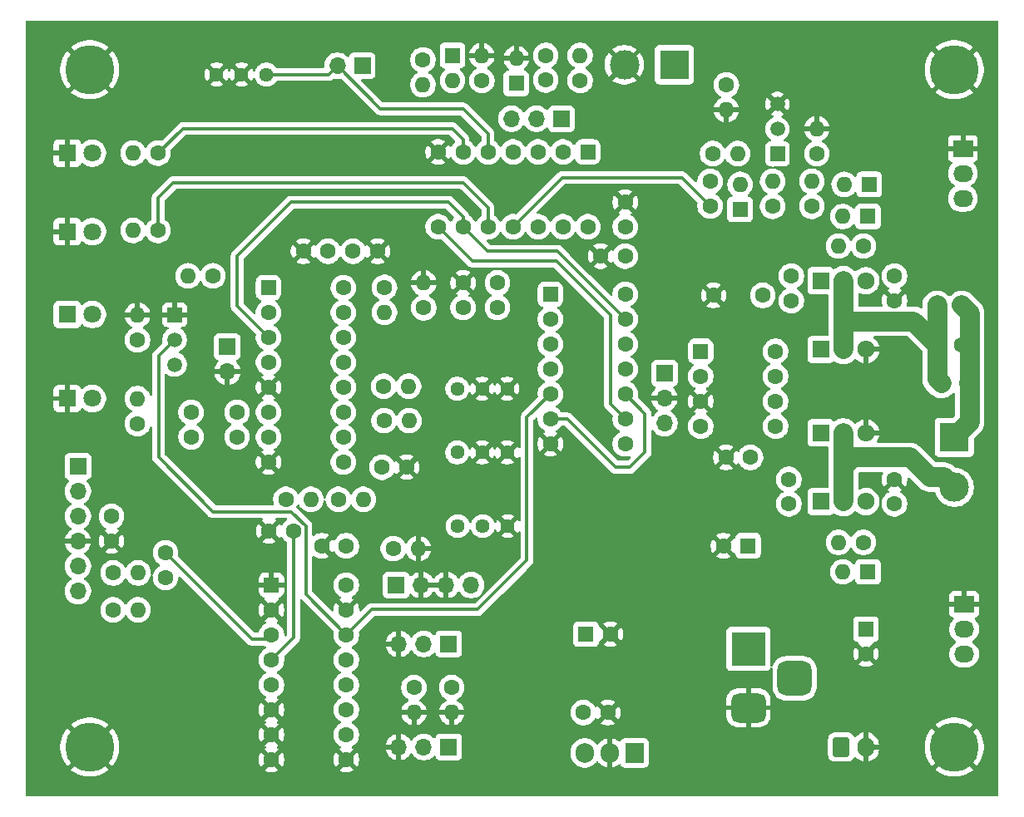
<source format=gbr>
%TF.GenerationSoftware,KiCad,Pcbnew,9.0.0*%
%TF.CreationDate,2025-04-11T23:35:18+03:30*%
%TF.ProjectId,sstc-v3,73737463-2d76-4332-9e6b-696361645f70,rev?*%
%TF.SameCoordinates,Original*%
%TF.FileFunction,Copper,L2,Bot*%
%TF.FilePolarity,Positive*%
%FSLAX46Y46*%
G04 Gerber Fmt 4.6, Leading zero omitted, Abs format (unit mm)*
G04 Created by KiCad (PCBNEW 9.0.0) date 2025-04-11 23:35:18*
%MOMM*%
%LPD*%
G01*
G04 APERTURE LIST*
G04 Aperture macros list*
%AMRoundRect*
0 Rectangle with rounded corners*
0 $1 Rounding radius*
0 $2 $3 $4 $5 $6 $7 $8 $9 X,Y pos of 4 corners*
0 Add a 4 corners polygon primitive as box body*
4,1,4,$2,$3,$4,$5,$6,$7,$8,$9,$2,$3,0*
0 Add four circle primitives for the rounded corners*
1,1,$1+$1,$2,$3*
1,1,$1+$1,$4,$5*
1,1,$1+$1,$6,$7*
1,1,$1+$1,$8,$9*
0 Add four rect primitives between the rounded corners*
20,1,$1+$1,$2,$3,$4,$5,0*
20,1,$1+$1,$4,$5,$6,$7,0*
20,1,$1+$1,$6,$7,$8,$9,0*
20,1,$1+$1,$8,$9,$2,$3,0*%
G04 Aperture macros list end*
%TA.AperFunction,ComponentPad*%
%ADD10R,1.700000X1.700000*%
%TD*%
%TA.AperFunction,ComponentPad*%
%ADD11O,1.700000X1.700000*%
%TD*%
%TA.AperFunction,ComponentPad*%
%ADD12R,2.030000X1.730000*%
%TD*%
%TA.AperFunction,ComponentPad*%
%ADD13O,2.030000X1.730000*%
%TD*%
%TA.AperFunction,ComponentPad*%
%ADD14R,1.600000X1.600000*%
%TD*%
%TA.AperFunction,ComponentPad*%
%ADD15O,1.600000X1.600000*%
%TD*%
%TA.AperFunction,ComponentPad*%
%ADD16C,1.600000*%
%TD*%
%TA.AperFunction,ComponentPad*%
%ADD17RoundRect,0.250000X-0.550000X-0.550000X0.550000X-0.550000X0.550000X0.550000X-0.550000X0.550000X0*%
%TD*%
%TA.AperFunction,ComponentPad*%
%ADD18R,3.500000X3.500000*%
%TD*%
%TA.AperFunction,ComponentPad*%
%ADD19RoundRect,0.750000X1.000000X-0.750000X1.000000X0.750000X-1.000000X0.750000X-1.000000X-0.750000X0*%
%TD*%
%TA.AperFunction,ComponentPad*%
%ADD20RoundRect,0.875000X0.875000X-0.875000X0.875000X0.875000X-0.875000X0.875000X-0.875000X-0.875000X0*%
%TD*%
%TA.AperFunction,ComponentPad*%
%ADD21C,5.000000*%
%TD*%
%TA.AperFunction,ComponentPad*%
%ADD22R,3.000000X3.000000*%
%TD*%
%TA.AperFunction,ComponentPad*%
%ADD23C,3.000000*%
%TD*%
%TA.AperFunction,ComponentPad*%
%ADD24R,1.500000X1.500000*%
%TD*%
%TA.AperFunction,ComponentPad*%
%ADD25C,1.500000*%
%TD*%
%TA.AperFunction,ComponentPad*%
%ADD26RoundRect,0.250000X-0.600000X-0.750000X0.600000X-0.750000X0.600000X0.750000X-0.600000X0.750000X0*%
%TD*%
%TA.AperFunction,ComponentPad*%
%ADD27O,1.700000X2.000000*%
%TD*%
%TA.AperFunction,ComponentPad*%
%ADD28R,1.717500X1.800000*%
%TD*%
%TA.AperFunction,ComponentPad*%
%ADD29O,1.717500X1.800000*%
%TD*%
%TA.AperFunction,ComponentPad*%
%ADD30R,1.800000X1.800000*%
%TD*%
%TA.AperFunction,ComponentPad*%
%ADD31C,1.800000*%
%TD*%
%TA.AperFunction,ComponentPad*%
%ADD32RoundRect,0.250000X-0.550000X0.550000X-0.550000X-0.550000X0.550000X-0.550000X0.550000X0.550000X0*%
%TD*%
%TA.AperFunction,ComponentPad*%
%ADD33C,1.440000*%
%TD*%
%TA.AperFunction,ComponentPad*%
%ADD34R,1.905000X2.000000*%
%TD*%
%TA.AperFunction,ComponentPad*%
%ADD35O,1.905000X2.000000*%
%TD*%
%TA.AperFunction,Conductor*%
%ADD36C,0.300000*%
%TD*%
%TA.AperFunction,Conductor*%
%ADD37C,2.000000*%
%TD*%
G04 APERTURE END LIST*
D10*
%TO.P,JP1,1,A*%
%TO.N,Net-(JP1-A)*%
X67000000Y-22500000D03*
D11*
%TO.P,JP1,2,C*%
%TO.N,Net-(JP1-C)*%
X64460000Y-22500000D03*
%TO.P,JP1,3,B*%
%TO.N,Net-(JP1-B)*%
X61920000Y-22500000D03*
%TD*%
D12*
%TO.P,M1,1,-*%
%TO.N,GND*%
X108000000Y-71960000D03*
D13*
%TO.P,M1,2,+*%
%TO.N,+12V*%
X108000000Y-74500000D03*
%TO.P,M1,3,Tacho*%
%TO.N,unconnected-(M1-Tacho-Pad3)*%
X108000000Y-77040000D03*
%TD*%
D14*
%TO.P,D1,1,K*%
%TO.N,+12V*%
X98330686Y-29187056D03*
D15*
%TO.P,D1,2,A*%
%TO.N,Net-(D1-A)*%
X95790686Y-29187056D03*
%TD*%
D16*
%TO.P,R6,1*%
%TO.N,Net-(D2-K)*%
X88505000Y-31415685D03*
D15*
%TO.P,R6,2*%
%TO.N,Net-(D2-A)*%
X88505000Y-28875685D03*
%TD*%
D16*
%TO.P,C6,1*%
%TO.N,+12V*%
X100920000Y-61730000D03*
%TO.P,C6,2*%
%TO.N,GND*%
X100920000Y-59230000D03*
%TD*%
D14*
%TO.P,C17,1*%
%TO.N,+5V*%
X69500000Y-75000000D03*
D16*
%TO.P,C17,2*%
%TO.N,GND*%
X72000000Y-75000000D03*
%TD*%
%TO.P,C14,1*%
%TO.N,+5V*%
X43250000Y-36000000D03*
%TO.P,C14,2*%
%TO.N,GND*%
X40750000Y-36000000D03*
%TD*%
%TO.P,C13,1*%
%TO.N,Net-(U5-C1)*%
X34000000Y-52400000D03*
%TO.P,C13,2*%
%TO.N,Net-(U5-C2)*%
X34000000Y-54900000D03*
%TD*%
%TO.P,R14,1*%
%TO.N,+12V*%
X97750000Y-65651750D03*
D15*
%TO.P,R14,2*%
%TO.N,Net-(D7-A)*%
X95210000Y-65651750D03*
%TD*%
D16*
%TO.P,R3,1*%
%TO.N,+5V*%
X82395000Y-26045000D03*
D15*
%TO.P,R3,2*%
%TO.N,Net-(D2-A)*%
X84935000Y-26045000D03*
%TD*%
D16*
%TO.P,C25,1*%
%TO.N,GND*%
X73500000Y-31000000D03*
%TO.P,C25,2*%
%TO.N,+5V*%
X73500000Y-33500000D03*
%TD*%
%TO.P,C5,1*%
%TO.N,Net-(U3-Z1)*%
X26722500Y-66720000D03*
%TO.P,C5,2*%
%TO.N,Net-(C5-Pad2)*%
X26722500Y-69220000D03*
%TD*%
D17*
%TO.P,U5,1,PCP*%
%TO.N,unconnected-(U5-PCP-Pad1)*%
X37195000Y-39700000D03*
D16*
%TO.P,U5,2,PC1*%
%TO.N,Net-(U5-PC1)*%
X37195000Y-42240000D03*
%TO.P,U5,3,RefIn*%
%TO.N,SIGNAL*%
X37195000Y-44780000D03*
%TO.P,U5,4,FOUT*%
X37195000Y-47320000D03*
%TO.P,U5,5,Inh*%
%TO.N,GND*%
X37195000Y-49860000D03*
%TO.P,U5,6,C1*%
%TO.N,Net-(U5-C1)*%
X37195000Y-52400000D03*
%TO.P,U5,7,C2*%
%TO.N,Net-(U5-C2)*%
X37195000Y-54940000D03*
%TO.P,U5,8,VSS*%
%TO.N,GND*%
X37195000Y-57480000D03*
%TO.P,U5,9,VCOin*%
%TO.N,AUDIO*%
X44815000Y-57480000D03*
%TO.P,U5,10,SFout*%
%TO.N,unconnected-(U5-SFout-Pad10)*%
X44815000Y-54940000D03*
%TO.P,U5,11,R1*%
%TO.N,Net-(U5-R1)*%
X44815000Y-52400000D03*
%TO.P,U5,12,R2*%
%TO.N,Net-(U5-R2)*%
X44815000Y-49860000D03*
%TO.P,U5,13,PC2*%
%TO.N,unconnected-(U5-PC2-Pad13)*%
X44815000Y-47320000D03*
%TO.P,U5,14,SigIn*%
%TO.N,FEEDBACK*%
X44815000Y-44780000D03*
%TO.P,U5,15,ZOUT*%
%TO.N,unconnected-(U5-ZOUT-Pad15)*%
X44815000Y-42240000D03*
%TO.P,U5,16,VDD*%
%TO.N,+5V*%
X44815000Y-39700000D03*
%TD*%
%TO.P,C8,1*%
%TO.N,Net-(D6-A)*%
X90420000Y-38530000D03*
%TO.P,C8,2*%
%TO.N,Net-(Q3-G)*%
X90420000Y-41030000D03*
%TD*%
%TO.P,C9,1*%
%TO.N,Net-(D7-A)*%
X90170000Y-61730000D03*
%TO.P,C9,2*%
%TO.N,Net-(Q5-G)*%
X90170000Y-59230000D03*
%TD*%
D18*
%TO.P,J9,1*%
%TO.N,+12V*%
X86042500Y-76500000D03*
D19*
%TO.P,J9,2*%
%TO.N,GND*%
X86042500Y-82500000D03*
D20*
%TO.P,J9,3*%
%TO.N,N/C*%
X90742500Y-79500000D03*
%TD*%
D16*
%TO.P,R25,1*%
%TO.N,FM_MODE*%
X23870000Y-53545000D03*
D15*
%TO.P,R25,2*%
%TO.N,Net-(D10-A)*%
X23870000Y-51005000D03*
%TD*%
D21*
%TO.P,H4,1,1*%
%TO.N,GND*%
X19000000Y-86500000D03*
%TD*%
D16*
%TO.P,R11,1*%
%TO.N,AUDIO  LEFT*%
X21377500Y-68770000D03*
D15*
%TO.P,R11,2*%
%TO.N,Net-(C5-Pad2)*%
X23917500Y-68770000D03*
%TD*%
D16*
%TO.P,R16,1*%
%TO.N,Net-(U5-R1)*%
X48960000Y-53250000D03*
D15*
%TO.P,R16,2*%
%TO.N,Net-(R16-Pad2)*%
X51500000Y-53250000D03*
%TD*%
D10*
%TO.P,J12,1,Pin_1*%
%TO.N,+5V*%
X55540000Y-86500000D03*
D11*
%TO.P,J12,2,Pin_2*%
%TO.N,FM_MODE*%
X53000000Y-86500000D03*
%TO.P,J12,3,Pin_3*%
%TO.N,GND*%
X50460000Y-86500000D03*
%TD*%
D22*
%TO.P,J1,1,Pin_1*%
%TO.N,Net-(J1-Pin_1)*%
X78500000Y-17000000D03*
D23*
%TO.P,J1,2,Pin_2*%
%TO.N,GND*%
X73420000Y-17000000D03*
%TD*%
D17*
%TO.P,U4,1,NC*%
%TO.N,unconnected-(U4-NC-Pad1)*%
X81195000Y-46190000D03*
D16*
%TO.P,U4,2,IN_A*%
%TO.N,DRV2*%
X81195000Y-48730000D03*
%TO.P,U4,3,GND*%
%TO.N,GND*%
X81195000Y-51270000D03*
%TO.P,U4,4,IN_B*%
%TO.N,DRV1*%
X81195000Y-53810000D03*
%TO.P,U4,5,OUT_B*%
%TO.N,Net-(Q5-G)*%
X88815000Y-53810000D03*
%TO.P,U4,6,VDD*%
%TO.N,+12V*%
X88815000Y-51270000D03*
%TO.P,U4,7,OUT_A*%
%TO.N,Net-(Q3-G)*%
X88815000Y-48730000D03*
%TO.P,U4,8,NC*%
%TO.N,unconnected-(U4-NC-Pad8)*%
X88815000Y-46190000D03*
%TD*%
D24*
%TO.P,Q6,1,S*%
%TO.N,GND*%
X27640000Y-42460000D03*
D25*
%TO.P,Q6,2,G*%
%TO.N,INT*%
X27640000Y-45000000D03*
%TO.P,Q6,3,D*%
%TO.N,Net-(D9-K)*%
X27640000Y-47540000D03*
%TD*%
D16*
%TO.P,R26,1*%
%TO.N,CW_MODE*%
X55840000Y-80455000D03*
D15*
%TO.P,R26,2*%
%TO.N,GND*%
X55840000Y-82995000D03*
%TD*%
D14*
%TO.P,C21,1*%
%TO.N,+12V*%
X86000000Y-66000000D03*
D16*
%TO.P,C21,2*%
%TO.N,GND*%
X83500000Y-66000000D03*
%TD*%
D10*
%TO.P,J11,1,Pin_1*%
%TO.N,+5V*%
X55540000Y-76000000D03*
D11*
%TO.P,J11,2,Pin_2*%
%TO.N,CW_MODE*%
X53000000Y-76000000D03*
%TO.P,J11,3,Pin_3*%
%TO.N,GND*%
X50460000Y-76000000D03*
%TD*%
D16*
%TO.P,C19,1*%
%TO.N,Net-(Q2-D)*%
X105250000Y-45510000D03*
%TO.P,C19,2*%
%TO.N,Net-(J4-Pin_1)*%
X107750000Y-45510000D03*
%TD*%
%TO.P,C26,1*%
%TO.N,GND*%
X42620000Y-66000000D03*
%TO.P,C26,2*%
%TO.N,+5V*%
X45120000Y-66000000D03*
%TD*%
%TO.P,R17,1*%
%TO.N,TEMP_GOOD*%
X25960000Y-26000000D03*
D15*
%TO.P,R17,2*%
%TO.N,Net-(D8-A)*%
X23420000Y-26000000D03*
%TD*%
D10*
%TO.P,J3,1,Pin_1*%
%TO.N,Net-(J3-Pin_1)*%
X50200000Y-70000000D03*
D11*
%TO.P,J3,2,Pin_2*%
%TO.N,GND*%
X52740000Y-70000000D03*
%TO.P,J3,3,Pin_3*%
X55280000Y-70000000D03*
%TO.P,J3,4,Pin_4*%
%TO.N,Net-(J3-Pin_1)*%
X57820000Y-70000000D03*
%TD*%
D12*
%TO.P,M2,1,-*%
%TO.N,GND*%
X107875000Y-25540000D03*
D13*
%TO.P,M2,2,+*%
%TO.N,+12V*%
X107875000Y-28080000D03*
%TO.P,M2,3,Tacho*%
%TO.N,unconnected-(M2-Tacho-Pad3)*%
X107875000Y-30620000D03*
%TD*%
D26*
%TO.P,J6,1,Pin_1*%
%TO.N,+12V*%
X95500000Y-86500000D03*
D27*
%TO.P,J6,2,Pin_2*%
%TO.N,GND*%
X98000000Y-86500000D03*
%TD*%
D16*
%TO.P,R9,1*%
%TO.N,+5V*%
X31540000Y-38500000D03*
D15*
%TO.P,R9,2*%
%TO.N,Net-(D9-A)*%
X29000000Y-38500000D03*
%TD*%
D22*
%TO.P,J4,1,Pin_1*%
%TO.N,Net-(J4-Pin_1)*%
X107000000Y-54960000D03*
D23*
%TO.P,J4,2,Pin_2*%
%TO.N,Net-(J4-Pin_2)*%
X107000000Y-60040000D03*
%TD*%
D16*
%TO.P,C4,1*%
%TO.N,GND*%
X83750000Y-57000000D03*
%TO.P,C4,2*%
%TO.N,+12V*%
X86250000Y-57000000D03*
%TD*%
D10*
%TO.P,J10,1,Pin_1*%
%TO.N,DRV2*%
X77500000Y-48420000D03*
D11*
%TO.P,J10,2,Pin_2*%
%TO.N,GND*%
X77500000Y-50960000D03*
%TO.P,J10,3,Pin_3*%
%TO.N,DRV1*%
X77500000Y-53500000D03*
%TD*%
D16*
%TO.P,R2,1*%
%TO.N,Net-(Q1-B)*%
X93000000Y-26045000D03*
D15*
%TO.P,R2,2*%
%TO.N,GND*%
X93000000Y-23505000D03*
%TD*%
D28*
%TO.P,Q2,1,G*%
%TO.N,Net-(D6-A)*%
X93420000Y-39000000D03*
D29*
%TO.P,Q2,2,D*%
%TO.N,Net-(Q2-D)*%
X95710000Y-39000000D03*
%TO.P,Q2,3,S*%
%TO.N,+12V*%
X98000000Y-39000000D03*
%TD*%
D16*
%TO.P,R13,1*%
%TO.N,+12V*%
X97750000Y-35460000D03*
D15*
%TO.P,R13,2*%
%TO.N,Net-(D6-A)*%
X95210000Y-35460000D03*
%TD*%
D17*
%TO.P,U3,1,Y1*%
%TO.N,GND*%
X37500000Y-70000000D03*
D16*
%TO.P,U3,2,Y0*%
X37500000Y-72540000D03*
%TO.P,U3,3,Z1*%
%TO.N,Net-(U3-Z1)*%
X37500000Y-75080000D03*
%TO.P,U3,4,Z*%
%TO.N,AUDIO*%
X37500000Y-77620000D03*
%TO.P,U3,5,Z0*%
%TO.N,unconnected-(U3-Z0-Pad5)*%
X37500000Y-80160000D03*
%TO.P,U3,6,Inh*%
%TO.N,GND*%
X37500000Y-82700000D03*
%TO.P,U3,7,VEE*%
X37500000Y-85240000D03*
%TO.P,U3,8,VSS*%
X37500000Y-87780000D03*
%TO.P,U3,9,C*%
X45120000Y-87780000D03*
%TO.P,U3,10,B*%
%TO.N,FM_MODE*%
X45120000Y-85240000D03*
%TO.P,U3,11,A*%
%TO.N,CW_MODE*%
X45120000Y-82700000D03*
%TO.P,U3,12,X0*%
%TO.N,Net-(J3-Pin_1)*%
X45120000Y-80160000D03*
%TO.P,U3,13,X1*%
%TO.N,+5V*%
X45120000Y-77620000D03*
%TO.P,U3,14,X*%
%TO.N,INT*%
X45120000Y-75080000D03*
%TO.P,U3,15,Y*%
%TO.N,GND*%
X45120000Y-72540000D03*
%TO.P,U3,16,VDD*%
%TO.N,+5V*%
X45120000Y-70000000D03*
%TD*%
%TO.P,R24,1*%
%TO.N,FM_MODE*%
X52000000Y-80455000D03*
D15*
%TO.P,R24,2*%
%TO.N,GND*%
X52000000Y-82995000D03*
%TD*%
D16*
%TO.P,R27,1*%
%TO.N,INT*%
X23870000Y-45045000D03*
D15*
%TO.P,R27,2*%
%TO.N,GND*%
X23870000Y-42505000D03*
%TD*%
D16*
%TO.P,C24,1*%
%TO.N,+5V*%
X73500000Y-36500000D03*
%TO.P,C24,2*%
%TO.N,GND*%
X71000000Y-36500000D03*
%TD*%
%TO.P,C12,1*%
%TO.N,FEEDBACK*%
X57000000Y-41730000D03*
%TO.P,C12,2*%
%TO.N,GND*%
X57000000Y-39230000D03*
%TD*%
D14*
%TO.P,D6,1,K*%
%TO.N,+12V*%
X98200000Y-32460000D03*
D15*
%TO.P,D6,2,A*%
%TO.N,Net-(D6-A)*%
X95660000Y-32460000D03*
%TD*%
D16*
%TO.P,R18,1*%
%TO.N,+5V*%
X49000000Y-39680000D03*
D15*
%TO.P,R18,2*%
%TO.N,FEEDBACK*%
X49000000Y-42220000D03*
%TD*%
D16*
%TO.P,R12,1*%
%TO.N,AUDIO  RIGHT*%
X21377500Y-72520000D03*
D15*
%TO.P,R12,2*%
%TO.N,Net-(C5-Pad2)*%
X23917500Y-72520000D03*
%TD*%
D16*
%TO.P,C15,1*%
%TO.N,+5V*%
X45800000Y-36000000D03*
%TO.P,C15,2*%
%TO.N,GND*%
X48300000Y-36000000D03*
%TD*%
D14*
%TO.P,D7,1,K*%
%TO.N,+12V*%
X98200000Y-68651750D03*
D15*
%TO.P,D7,2,A*%
%TO.N,Net-(D7-A)*%
X95660000Y-68651750D03*
%TD*%
D21*
%TO.P,H2,1,1*%
%TO.N,GND*%
X19000000Y-17500000D03*
%TD*%
D16*
%TO.P,C23,1*%
%TO.N,+5V*%
X21222500Y-63020000D03*
%TO.P,C23,2*%
%TO.N,GND*%
X21222500Y-65520000D03*
%TD*%
%TO.P,R7,1*%
%TO.N,+5V*%
X52920000Y-16500000D03*
D15*
%TO.P,R7,2*%
%TO.N,Net-(D3-A)*%
X52920000Y-19040000D03*
%TD*%
D16*
%TO.P,C16,1*%
%TO.N,AUDIO*%
X39750000Y-64500000D03*
%TO.P,C16,2*%
%TO.N,GND*%
X37250000Y-64500000D03*
%TD*%
%TO.P,R5,1*%
%TO.N,Net-(C2-Pad2)*%
X68920000Y-18590000D03*
D15*
%TO.P,R5,2*%
%TO.N,Net-(J1-Pin_1)*%
X68920000Y-16050000D03*
%TD*%
D30*
%TO.P,D8,1,K*%
%TO.N,GND*%
X16725000Y-26000000D03*
D31*
%TO.P,D8,2,A*%
%TO.N,Net-(D8-A)*%
X19265000Y-26000000D03*
%TD*%
D16*
%TO.P,R20,1*%
%TO.N,Net-(U5-R2)*%
X48920000Y-49750000D03*
D15*
%TO.P,R20,2*%
%TO.N,Net-(R20-Pad2)*%
X51460000Y-49750000D03*
%TD*%
D14*
%TO.P,D4,1,K*%
%TO.N,Net-(D3-A)*%
X62420000Y-18901371D03*
D15*
%TO.P,D4,2,A*%
%TO.N,GND*%
X62420000Y-16361371D03*
%TD*%
D16*
%TO.P,C2,1*%
%TO.N,Net-(D3-A)*%
X65420000Y-18550000D03*
%TO.P,C2,2*%
%TO.N,Net-(C2-Pad2)*%
X65420000Y-16050000D03*
%TD*%
%TO.P,R8,1*%
%TO.N,Net-(D3-A)*%
X58920000Y-18590000D03*
D15*
%TO.P,R8,2*%
%TO.N,GND*%
X58920000Y-16050000D03*
%TD*%
D17*
%TO.P,U1,1*%
%TO.N,TEMP_GOOD*%
X65880000Y-40380000D03*
D16*
%TO.P,U1,2*%
%TO.N,POWER_GOOD*%
X65880000Y-42920000D03*
%TO.P,U1,3*%
%TO.N,Net-(U1-Pad3)*%
X65880000Y-45460000D03*
%TO.P,U1,4*%
X65880000Y-48000000D03*
%TO.P,U1,5*%
%TO.N,INT*%
X65880000Y-50540000D03*
%TO.P,U1,6*%
%TO.N,Net-(U1-Pad10)*%
X65880000Y-53080000D03*
%TO.P,U1,7,GND*%
%TO.N,GND*%
X65880000Y-55620000D03*
%TO.P,U1,8*%
%TO.N,DRV1*%
X73500000Y-55620000D03*
%TO.P,U1,9*%
%TO.N,Net-(U1-Pad9)*%
X73500000Y-53080000D03*
%TO.P,U1,10*%
%TO.N,Net-(U1-Pad10)*%
X73500000Y-50540000D03*
%TO.P,U1,11*%
%TO.N,DRV2*%
X73500000Y-48000000D03*
%TO.P,U1,12*%
%TO.N,Net-(U1-Pad10)*%
X73500000Y-45460000D03*
%TO.P,U1,13*%
%TO.N,SIGNAL*%
X73500000Y-42920000D03*
%TO.P,U1,14,VCC*%
%TO.N,+5V*%
X73500000Y-40380000D03*
%TD*%
%TO.P,R4,1*%
%TO.N,Net-(J1-Pin_1)*%
X83800000Y-19040000D03*
D15*
%TO.P,R4,2*%
%TO.N,GND*%
X83800000Y-21580000D03*
%TD*%
D16*
%TO.P,R23,1*%
%TO.N,AUDIO*%
X44315000Y-61270000D03*
D15*
%TO.P,R23,2*%
%TO.N,Net-(R23-Pad2)*%
X46855000Y-61270000D03*
%TD*%
D30*
%TO.P,D5,1,K*%
%TO.N,GND*%
X16725000Y-34000000D03*
D31*
%TO.P,D5,2,A*%
%TO.N,Net-(D5-A)*%
X19265000Y-34000000D03*
%TD*%
D16*
%TO.P,R19,1*%
%TO.N,FEEDBACK*%
X53000000Y-41770000D03*
D15*
%TO.P,R19,2*%
%TO.N,GND*%
X53000000Y-39230000D03*
%TD*%
D32*
%TO.P,U2,1*%
%TO.N,Net-(D3-A)*%
X69700000Y-25880000D03*
D16*
%TO.P,U2,2*%
%TO.N,Net-(JP1-A)*%
X67160000Y-25880000D03*
%TO.P,U2,3*%
X64620000Y-25880000D03*
%TO.P,U2,4*%
%TO.N,Net-(JP1-B)*%
X62080000Y-25880000D03*
%TO.P,U2,5*%
%TO.N,Net-(J2-Pin_2)*%
X59540000Y-25880000D03*
%TO.P,U2,6*%
%TO.N,TEMP_GOOD*%
X57000000Y-25880000D03*
%TO.P,U2,7,GND*%
%TO.N,GND*%
X54460000Y-25880000D03*
%TO.P,U2,8*%
%TO.N,Net-(U1-Pad9)*%
X54460000Y-33500000D03*
%TO.P,U2,9*%
%TO.N,SIGNAL*%
X57000000Y-33500000D03*
%TO.P,U2,10*%
%TO.N,POWER_GOOD*%
X59540000Y-33500000D03*
%TO.P,U2,11*%
%TO.N,Net-(D2-K)*%
X62080000Y-33500000D03*
%TO.P,U2,12*%
%TO.N,unconnected-(U2-Pad12)*%
X64620000Y-33500000D03*
%TO.P,U2,13*%
%TO.N,+5V*%
X67160000Y-33500000D03*
%TO.P,U2,14,VCC*%
X69700000Y-33500000D03*
%TD*%
D33*
%TO.P,RV3,1,1*%
%TO.N,Net-(R16-Pad2)*%
X56420000Y-56500000D03*
%TO.P,RV3,2,2*%
%TO.N,GND*%
X58960000Y-56500000D03*
%TO.P,RV3,3,3*%
X61500000Y-56500000D03*
%TD*%
D16*
%TO.P,R15,1*%
%TO.N,Net-(Q2-D)*%
X105700000Y-49460000D03*
D15*
%TO.P,R15,2*%
%TO.N,Net-(J4-Pin_1)*%
X108240000Y-49460000D03*
%TD*%
D28*
%TO.P,Q3,1,G*%
%TO.N,Net-(Q3-G)*%
X93420000Y-46000000D03*
D29*
%TO.P,Q3,2,D*%
%TO.N,Net-(Q2-D)*%
X95710000Y-46000000D03*
%TO.P,Q3,3,S*%
%TO.N,GND*%
X98000000Y-46000000D03*
%TD*%
D16*
%TO.P,R1,1*%
%TO.N,Net-(D1-A)*%
X92505000Y-31415685D03*
D15*
%TO.P,R1,2*%
%TO.N,Net-(Q1-B)*%
X92505000Y-28875685D03*
%TD*%
D16*
%TO.P,R10,1*%
%TO.N,Net-(J3-Pin_1)*%
X49900000Y-66290000D03*
D15*
%TO.P,R10,2*%
%TO.N,GND*%
X52440000Y-66290000D03*
%TD*%
D16*
%TO.P,C3,1*%
%TO.N,Net-(JP1-C)*%
X60500000Y-39230000D03*
%TO.P,C3,2*%
%TO.N,FEEDBACK*%
X60500000Y-41730000D03*
%TD*%
%TO.P,C18,1*%
%TO.N,+5V*%
X69250000Y-83000000D03*
%TO.P,C18,2*%
%TO.N,GND*%
X71750000Y-83000000D03*
%TD*%
D28*
%TO.P,Q4,1,G*%
%TO.N,Net-(D7-A)*%
X93420000Y-61500000D03*
D29*
%TO.P,Q4,2,D*%
%TO.N,Net-(J4-Pin_2)*%
X95710000Y-61500000D03*
%TO.P,Q4,3,S*%
%TO.N,+12V*%
X98000000Y-61500000D03*
%TD*%
D16*
%TO.P,C27,1*%
%TO.N,Net-(U5-C1)*%
X29315000Y-52400000D03*
%TO.P,C27,2*%
%TO.N,Net-(U5-C2)*%
X29315000Y-54900000D03*
%TD*%
D30*
%TO.P,D10,1,K*%
%TO.N,GND*%
X16725000Y-51000000D03*
D31*
%TO.P,D10,2,A*%
%TO.N,Net-(D10-A)*%
X19265000Y-51000000D03*
%TD*%
D21*
%TO.P,H1,1,1*%
%TO.N,GND*%
X107000000Y-17500000D03*
%TD*%
D14*
%TO.P,D2,1,K*%
%TO.N,Net-(D2-K)*%
X85195000Y-31727056D03*
D15*
%TO.P,D2,2,A*%
%TO.N,Net-(D2-A)*%
X85195000Y-29187056D03*
%TD*%
D16*
%TO.P,C7,1*%
%TO.N,+12V*%
X100920000Y-38530000D03*
%TO.P,C7,2*%
%TO.N,GND*%
X100920000Y-41030000D03*
%TD*%
%TO.P,C11,1*%
%TO.N,Net-(U5-R1)*%
X48765000Y-58000000D03*
%TO.P,C11,2*%
%TO.N,GND*%
X51265000Y-58000000D03*
%TD*%
%TO.P,R21,1*%
%TO.N,POWER_GOOD*%
X25960000Y-33880000D03*
D15*
%TO.P,R21,2*%
%TO.N,Net-(D5-A)*%
X23420000Y-33880000D03*
%TD*%
D14*
%TO.P,C22,1*%
%TO.N,+12V*%
X98000000Y-74500000D03*
D16*
%TO.P,C22,2*%
%TO.N,GND*%
X98000000Y-77000000D03*
%TD*%
D33*
%TO.P,RV1,1,1*%
%TO.N,+5V*%
X56450000Y-64000000D03*
%TO.P,RV1,2,2*%
%TO.N,Net-(R23-Pad2)*%
X58990000Y-64000000D03*
%TO.P,RV1,3,3*%
%TO.N,GND*%
X61530000Y-64000000D03*
%TD*%
D24*
%TO.P,Q1,1,C*%
%TO.N,Net-(D2-A)*%
X89000000Y-26085000D03*
D25*
%TO.P,Q1,2,B*%
%TO.N,Net-(Q1-B)*%
X89000000Y-23545000D03*
%TO.P,Q1,3,E*%
%TO.N,GND*%
X89000000Y-21005000D03*
%TD*%
D30*
%TO.P,D9,1,K*%
%TO.N,Net-(D9-K)*%
X16725000Y-42440000D03*
D31*
%TO.P,D9,2,A*%
%TO.N,Net-(D9-A)*%
X19265000Y-42440000D03*
%TD*%
D14*
%TO.P,D3,1,K*%
%TO.N,+5V*%
X55920000Y-16050000D03*
D15*
%TO.P,D3,2,A*%
%TO.N,Net-(D3-A)*%
X55920000Y-18590000D03*
%TD*%
D28*
%TO.P,Q5,1,G*%
%TO.N,Net-(Q5-G)*%
X93420000Y-54500000D03*
D29*
%TO.P,Q5,2,D*%
%TO.N,Net-(J4-Pin_2)*%
X95710000Y-54500000D03*
%TO.P,Q5,3,S*%
%TO.N,GND*%
X98000000Y-54500000D03*
%TD*%
D34*
%TO.P,U6,1,VI*%
%TO.N,+12V*%
X74462500Y-87100000D03*
D35*
%TO.P,U6,2,GND*%
%TO.N,GND*%
X71922500Y-87100000D03*
%TO.P,U6,3,VO*%
%TO.N,+5V*%
X69382500Y-87100000D03*
%TD*%
D16*
%TO.P,C20,1*%
%TO.N,GND*%
X82500000Y-40500000D03*
%TO.P,C20,2*%
%TO.N,+12V*%
X87500000Y-40500000D03*
%TD*%
D10*
%TO.P,J2,1,Pin_1*%
%TO.N,+5V*%
X46740000Y-17100000D03*
D11*
%TO.P,J2,2,Pin_2*%
%TO.N,Net-(J2-Pin_2)*%
X44200000Y-17100000D03*
%TD*%
D33*
%TO.P,RV4,1,1*%
%TO.N,Net-(J2-Pin_2)*%
X37000000Y-18000000D03*
%TO.P,RV4,2,2*%
%TO.N,GND*%
X34460000Y-18000000D03*
%TO.P,RV4,3,3*%
X31920000Y-18000000D03*
%TD*%
D21*
%TO.P,H3,1,1*%
%TO.N,GND*%
X107000000Y-86500000D03*
%TD*%
D10*
%TO.P,J7,1,Pin_1*%
%TO.N,SIGNAL*%
X33000000Y-45725000D03*
D11*
%TO.P,J7,2,Pin_2*%
%TO.N,GND*%
X33000000Y-48265000D03*
%TD*%
D16*
%TO.P,C10,1*%
%TO.N,Net-(Q2-D)*%
X105250000Y-41500000D03*
%TO.P,C10,2*%
%TO.N,Net-(J4-Pin_1)*%
X107750000Y-41500000D03*
%TD*%
%TO.P,R22,1*%
%TO.N,Net-(U5-PC1)*%
X38955000Y-61270000D03*
D15*
%TO.P,R22,2*%
%TO.N,AUDIO*%
X41495000Y-61270000D03*
%TD*%
D33*
%TO.P,RV2,1,1*%
%TO.N,Net-(R20-Pad2)*%
X56420000Y-50000000D03*
%TO.P,RV2,2,2*%
%TO.N,GND*%
X58960000Y-50000000D03*
%TO.P,RV2,3,3*%
X61500000Y-50000000D03*
%TD*%
D16*
%TO.P,C1,1*%
%TO.N,Net-(D2-K)*%
X82145000Y-31375685D03*
%TO.P,C1,2*%
%TO.N,+5V*%
X82145000Y-28875685D03*
%TD*%
D10*
%TO.P,J5,1,Pin_1*%
%TO.N,unconnected-(J5-Pin_1-Pad1)*%
X17797500Y-57920000D03*
D11*
%TO.P,J5,2,Pin_2*%
%TO.N,unconnected-(J5-Pin_2-Pad2)*%
X17797500Y-60460000D03*
%TO.P,J5,3,Pin_3*%
%TO.N,+5V*%
X17797500Y-63000000D03*
%TO.P,J5,4,Pin_4*%
%TO.N,GND*%
X17797500Y-65540000D03*
%TO.P,J5,5,Pin_5*%
%TO.N,AUDIO  LEFT*%
X17797500Y-68080000D03*
%TO.P,J5,6,Pin_6*%
%TO.N,AUDIO  RIGHT*%
X17797500Y-70620000D03*
%TD*%
D36*
%TO.N,Net-(D2-K)*%
X82145000Y-31375685D02*
X79269315Y-28500000D01*
X79269315Y-28500000D02*
X67080000Y-28500000D01*
X67080000Y-28500000D02*
X62080000Y-33500000D01*
D37*
%TO.N,Net-(J4-Pin_1)*%
X108549999Y-42299999D02*
X108549999Y-53410001D01*
X108549999Y-53410001D02*
X107000000Y-54960000D01*
X107750000Y-41500000D02*
X108549999Y-42299999D01*
%TO.N,Net-(Q2-D)*%
X95841000Y-43131000D02*
X102871000Y-43131000D01*
X95710000Y-43000000D02*
X95841000Y-43131000D01*
X105700000Y-49460000D02*
X105250000Y-49010000D01*
X102871000Y-43131000D02*
X105250000Y-45510000D01*
X95710000Y-43000000D02*
X95710000Y-46000000D01*
X95710000Y-39000000D02*
X95710000Y-43000000D01*
X105250000Y-49010000D02*
X105250000Y-41500000D01*
D36*
%TO.N,AUDIO*%
X39750000Y-75370000D02*
X39750000Y-64500000D01*
X37500000Y-77620000D02*
X39750000Y-75370000D01*
%TO.N,Net-(J2-Pin_2)*%
X43300000Y-18000000D02*
X37000000Y-18000000D01*
X44200000Y-17100000D02*
X43300000Y-18000000D01*
X44200000Y-17100000D02*
X48600000Y-21500000D01*
X59540000Y-24040000D02*
X59540000Y-25880000D01*
X48600000Y-21500000D02*
X57000000Y-21500000D01*
X57000000Y-21500000D02*
X59540000Y-24040000D01*
D37*
%TO.N,Net-(J4-Pin_2)*%
X96710000Y-57000000D02*
X102500000Y-57000000D01*
X102500000Y-57000000D02*
X104500000Y-59000000D01*
X95710000Y-58000000D02*
X96710000Y-57000000D01*
X104500000Y-59000000D02*
X105960000Y-59000000D01*
X95710000Y-58000000D02*
X95710000Y-61500000D01*
X105960000Y-59000000D02*
X107000000Y-60040000D01*
X95710000Y-54500000D02*
X95710000Y-58000000D01*
D36*
%TO.N,INT*%
X39540182Y-62521000D02*
X31521000Y-62521000D01*
X41001000Y-70961000D02*
X41001000Y-63981818D01*
X26000000Y-57000000D02*
X26000000Y-46640000D01*
X26000000Y-46640000D02*
X27640000Y-45000000D01*
X41001000Y-63981818D02*
X39540182Y-62521000D01*
X45120000Y-75080000D02*
X41001000Y-70961000D01*
X31521000Y-62521000D02*
X26000000Y-57000000D01*
X63500000Y-67500000D02*
X63500000Y-52920000D01*
X45120000Y-75080000D02*
X47700000Y-72500000D01*
X47700000Y-72500000D02*
X58500000Y-72500000D01*
X63500000Y-52920000D02*
X65880000Y-50540000D01*
X58500000Y-72500000D02*
X63500000Y-67500000D01*
%TO.N,POWER_GOOD*%
X27500000Y-29000000D02*
X57000000Y-29000000D01*
X25960000Y-33880000D02*
X25960000Y-30540000D01*
X25960000Y-30540000D02*
X27500000Y-29000000D01*
X59540000Y-31540000D02*
X59540000Y-33500000D01*
X57000000Y-29000000D02*
X59540000Y-31540000D01*
%TO.N,TEMP_GOOD*%
X28460000Y-23500000D02*
X55884176Y-23500000D01*
X57000000Y-24615824D02*
X57000000Y-25880000D01*
X25960000Y-26000000D02*
X28460000Y-23500000D01*
X55884176Y-23500000D02*
X57000000Y-24615824D01*
%TO.N,SIGNAL*%
X57000000Y-33500000D02*
X59500000Y-36000000D01*
X57000000Y-32500000D02*
X55500000Y-31000000D01*
X59500000Y-36000000D02*
X66580000Y-36000000D01*
X39500000Y-31000000D02*
X34000000Y-36500000D01*
X55500000Y-31000000D02*
X39500000Y-31000000D01*
X34000000Y-36500000D02*
X34000000Y-41585000D01*
X66580000Y-36000000D02*
X73500000Y-42920000D01*
X34000000Y-41585000D02*
X37195000Y-44780000D01*
X57000000Y-33500000D02*
X57000000Y-32500000D01*
%TO.N,Net-(U3-Z1)*%
X35502500Y-75500000D02*
X37080000Y-75500000D01*
X26722500Y-66720000D02*
X35502500Y-75500000D01*
%TO.N,Net-(U1-Pad10)*%
X74000000Y-58000000D02*
X72500000Y-58000000D01*
X75500000Y-52540000D02*
X75500000Y-56500000D01*
X67580000Y-53080000D02*
X65880000Y-53080000D01*
X73500000Y-50540000D02*
X75500000Y-52540000D01*
X75500000Y-56500000D02*
X74000000Y-58000000D01*
X72500000Y-58000000D02*
X67580000Y-53080000D01*
%TO.N,Net-(U1-Pad9)*%
X57960000Y-37000000D02*
X54460000Y-33500000D01*
X72000000Y-42500000D02*
X66500000Y-37000000D01*
X66500000Y-37000000D02*
X57960000Y-37000000D01*
X73500000Y-53080000D02*
X72000000Y-51580000D01*
X72000000Y-51580000D02*
X72000000Y-42500000D01*
%TD*%
%TA.AperFunction,Conductor*%
%TO.N,GND*%
G36*
X39051387Y-63191185D02*
G01*
X39097142Y-63243989D01*
X39107086Y-63313147D01*
X39078061Y-63376703D01*
X39057233Y-63395818D01*
X38902787Y-63508028D01*
X38902782Y-63508032D01*
X38758028Y-63652786D01*
X38637714Y-63818386D01*
X38610203Y-63872379D01*
X38562227Y-63923174D01*
X38494406Y-63939968D01*
X38428272Y-63917429D01*
X38389234Y-63872376D01*
X38361861Y-63818652D01*
X38329474Y-63774077D01*
X38329474Y-63774076D01*
X37650000Y-64453551D01*
X37650000Y-64447339D01*
X37622741Y-64345606D01*
X37570080Y-64254394D01*
X37495606Y-64179920D01*
X37404394Y-64127259D01*
X37302661Y-64100000D01*
X37296446Y-64100000D01*
X37975922Y-63420524D01*
X37975921Y-63420523D01*
X37941918Y-63395818D01*
X37899252Y-63340489D01*
X37893273Y-63270875D01*
X37925878Y-63209080D01*
X37986717Y-63174723D01*
X38014803Y-63171500D01*
X38984348Y-63171500D01*
X39051387Y-63191185D01*
G37*
%TD.AperFunction*%
%TA.AperFunction,Conductor*%
G36*
X54814075Y-69807007D02*
G01*
X54780000Y-69934174D01*
X54780000Y-70065826D01*
X54814075Y-70192993D01*
X54846988Y-70250000D01*
X53173012Y-70250000D01*
X53205925Y-70192993D01*
X53240000Y-70065826D01*
X53240000Y-69934174D01*
X53205925Y-69807007D01*
X53173012Y-69750000D01*
X54846988Y-69750000D01*
X54814075Y-69807007D01*
G37*
%TD.AperFunction*%
%TA.AperFunction,Conductor*%
G36*
X111442539Y-12520185D02*
G01*
X111488294Y-12572989D01*
X111499500Y-12624500D01*
X111499500Y-91375500D01*
X111479815Y-91442539D01*
X111427011Y-91488294D01*
X111375500Y-91499500D01*
X12624500Y-91499500D01*
X12557461Y-91479815D01*
X12511706Y-91427011D01*
X12500500Y-91375500D01*
X12500500Y-86331519D01*
X16000000Y-86331519D01*
X16000000Y-86668480D01*
X16037725Y-87003297D01*
X16037727Y-87003313D01*
X16112705Y-87331814D01*
X16112709Y-87331826D01*
X16223995Y-87649862D01*
X16370191Y-87953440D01*
X16549461Y-88238747D01*
X16708397Y-88438048D01*
X17956320Y-87190125D01*
X18046554Y-87314320D01*
X18185680Y-87453446D01*
X18309873Y-87543678D01*
X17061950Y-88791601D01*
X17261252Y-88950538D01*
X17546559Y-89129808D01*
X17850137Y-89276004D01*
X18168173Y-89387290D01*
X18168185Y-89387294D01*
X18496686Y-89462272D01*
X18496702Y-89462274D01*
X18831519Y-89499999D01*
X18831521Y-89500000D01*
X19168479Y-89500000D01*
X19168480Y-89499999D01*
X19503297Y-89462274D01*
X19503313Y-89462272D01*
X19831814Y-89387294D01*
X19831826Y-89387290D01*
X20149862Y-89276004D01*
X20453440Y-89129808D01*
X20738747Y-88950538D01*
X20938048Y-88791600D01*
X19690126Y-87543678D01*
X19814320Y-87453446D01*
X19953446Y-87314320D01*
X20043678Y-87190126D01*
X21291600Y-88438048D01*
X21450538Y-88238747D01*
X21629808Y-87953440D01*
X21776002Y-87649867D01*
X21782304Y-87631859D01*
X21887294Y-87331812D01*
X21962272Y-87003313D01*
X21962274Y-87003297D01*
X21999999Y-86668480D01*
X22000000Y-86668478D01*
X22000000Y-86331521D01*
X21999999Y-86331520D01*
X21994882Y-86286099D01*
X21962274Y-85996702D01*
X21962272Y-85996686D01*
X21887294Y-85668185D01*
X21887290Y-85668173D01*
X21776004Y-85350137D01*
X21697257Y-85186618D01*
X21629808Y-85046559D01*
X21450538Y-84761252D01*
X21291601Y-84561950D01*
X20043678Y-85809873D01*
X19953446Y-85685680D01*
X19814320Y-85546554D01*
X19690124Y-85456320D01*
X20938048Y-84208397D01*
X20738747Y-84049461D01*
X20453437Y-83870189D01*
X20398919Y-83843935D01*
X20398918Y-83843935D01*
X20149862Y-83723995D01*
X19831826Y-83612709D01*
X19831814Y-83612705D01*
X19503313Y-83537727D01*
X19503297Y-83537725D01*
X19168480Y-83500000D01*
X18831519Y-83500000D01*
X18496702Y-83537725D01*
X18496686Y-83537727D01*
X18168185Y-83612705D01*
X18168173Y-83612709D01*
X17850137Y-83723995D01*
X17546559Y-83870191D01*
X17261252Y-84049461D01*
X17061950Y-84208397D01*
X18309873Y-85456320D01*
X18185680Y-85546554D01*
X18046554Y-85685680D01*
X17956320Y-85809873D01*
X16708397Y-84561950D01*
X16549461Y-84761252D01*
X16370191Y-85046559D01*
X16223995Y-85350137D01*
X16112709Y-85668173D01*
X16112705Y-85668185D01*
X16037727Y-85996686D01*
X16037725Y-85996702D01*
X16000000Y-86331519D01*
X12500500Y-86331519D01*
X12500500Y-72417648D01*
X20077000Y-72417648D01*
X20077000Y-72622352D01*
X20080162Y-72642317D01*
X20109022Y-72824534D01*
X20172281Y-73019223D01*
X20226433Y-73125500D01*
X20264138Y-73199501D01*
X20265215Y-73201613D01*
X20385528Y-73367213D01*
X20530286Y-73511971D01*
X20665813Y-73610435D01*
X20695890Y-73632287D01*
X20812107Y-73691503D01*
X20878276Y-73725218D01*
X20878278Y-73725218D01*
X20878281Y-73725220D01*
X20973634Y-73756202D01*
X21072965Y-73788477D01*
X21115690Y-73795244D01*
X21275148Y-73820500D01*
X21275149Y-73820500D01*
X21479851Y-73820500D01*
X21479852Y-73820500D01*
X21682034Y-73788477D01*
X21876719Y-73725220D01*
X22059110Y-73632287D01*
X22219825Y-73515522D01*
X22224713Y-73511971D01*
X22224715Y-73511968D01*
X22224719Y-73511966D01*
X22369466Y-73367219D01*
X22369468Y-73367215D01*
X22369471Y-73367213D01*
X22489784Y-73201614D01*
X22489785Y-73201613D01*
X22489787Y-73201610D01*
X22537016Y-73108917D01*
X22584989Y-73058123D01*
X22652810Y-73041328D01*
X22718945Y-73063865D01*
X22757983Y-73108917D01*
X22795318Y-73182190D01*
X22805215Y-73201614D01*
X22925528Y-73367213D01*
X23070286Y-73511971D01*
X23205813Y-73610435D01*
X23235890Y-73632287D01*
X23352107Y-73691503D01*
X23418276Y-73725218D01*
X23418278Y-73725218D01*
X23418281Y-73725220D01*
X23513634Y-73756202D01*
X23612965Y-73788477D01*
X23655690Y-73795244D01*
X23815148Y-73820500D01*
X23815149Y-73820500D01*
X24019851Y-73820500D01*
X24019852Y-73820500D01*
X24222034Y-73788477D01*
X24416719Y-73725220D01*
X24599110Y-73632287D01*
X24759825Y-73515522D01*
X24764713Y-73511971D01*
X24764715Y-73511968D01*
X24764719Y-73511966D01*
X24909466Y-73367219D01*
X24909468Y-73367215D01*
X24909471Y-73367213D01*
X24983062Y-73265922D01*
X25029787Y-73201610D01*
X25122720Y-73019219D01*
X25185977Y-72824534D01*
X25218000Y-72622352D01*
X25218000Y-72417648D01*
X25187500Y-72225081D01*
X25185977Y-72215465D01*
X25122718Y-72020776D01*
X25077015Y-71931080D01*
X25029787Y-71838390D01*
X24983767Y-71775048D01*
X24909471Y-71672786D01*
X24764713Y-71528028D01*
X24599113Y-71407715D01*
X24599112Y-71407714D01*
X24599110Y-71407713D01*
X24517387Y-71366073D01*
X24416723Y-71314781D01*
X24222034Y-71251522D01*
X24047495Y-71223878D01*
X24019852Y-71219500D01*
X23815148Y-71219500D01*
X23790829Y-71223351D01*
X23612965Y-71251522D01*
X23418276Y-71314781D01*
X23235886Y-71407715D01*
X23070286Y-71528028D01*
X22925528Y-71672786D01*
X22805215Y-71838386D01*
X22757985Y-71931080D01*
X22710010Y-71981876D01*
X22642189Y-71998671D01*
X22576054Y-71976134D01*
X22537015Y-71931080D01*
X22506685Y-71871555D01*
X22489787Y-71838390D01*
X22443767Y-71775048D01*
X22369471Y-71672786D01*
X22224713Y-71528028D01*
X22059113Y-71407715D01*
X22059112Y-71407714D01*
X22059110Y-71407713D01*
X21977387Y-71366073D01*
X21876723Y-71314781D01*
X21682034Y-71251522D01*
X21507495Y-71223878D01*
X21479852Y-71219500D01*
X21275148Y-71219500D01*
X21250829Y-71223351D01*
X21072965Y-71251522D01*
X20878276Y-71314781D01*
X20695886Y-71407715D01*
X20530286Y-71528028D01*
X20385528Y-71672786D01*
X20265215Y-71838386D01*
X20172281Y-72020776D01*
X20109022Y-72215465D01*
X20084847Y-72368102D01*
X20077000Y-72417648D01*
X12500500Y-72417648D01*
X12500500Y-57022135D01*
X16447000Y-57022135D01*
X16447000Y-58817870D01*
X16447001Y-58817876D01*
X16453408Y-58877483D01*
X16503702Y-59012328D01*
X16503706Y-59012335D01*
X16589952Y-59127544D01*
X16589955Y-59127547D01*
X16705164Y-59213793D01*
X16705171Y-59213797D01*
X16836582Y-59262810D01*
X16892516Y-59304681D01*
X16916933Y-59370145D01*
X16902082Y-59438418D01*
X16880931Y-59466673D01*
X16767389Y-59580215D01*
X16642451Y-59752179D01*
X16545944Y-59941585D01*
X16480253Y-60143760D01*
X16448877Y-60341861D01*
X16447000Y-60353713D01*
X16447000Y-60566287D01*
X16450833Y-60590485D01*
X16465181Y-60681080D01*
X16480254Y-60776243D01*
X16541736Y-60965465D01*
X16545944Y-60978414D01*
X16642451Y-61167820D01*
X16767390Y-61339786D01*
X16917713Y-61490109D01*
X17089682Y-61615050D01*
X17098446Y-61619516D01*
X17149242Y-61667491D01*
X17166036Y-61735312D01*
X17143498Y-61801447D01*
X17098446Y-61840484D01*
X17089682Y-61844949D01*
X16917713Y-61969890D01*
X16767390Y-62120213D01*
X16642451Y-62292179D01*
X16545944Y-62481585D01*
X16480253Y-62683760D01*
X16447498Y-62890566D01*
X16447000Y-62893713D01*
X16447000Y-63106287D01*
X16457034Y-63169644D01*
X16479763Y-63313147D01*
X16480254Y-63316243D01*
X16542570Y-63508032D01*
X16545944Y-63518414D01*
X16642451Y-63707820D01*
X16767390Y-63879786D01*
X16917713Y-64030109D01*
X17089679Y-64155048D01*
X17089681Y-64155049D01*
X17089684Y-64155051D01*
X17098993Y-64159794D01*
X17149790Y-64207766D01*
X17166587Y-64275587D01*
X17144052Y-64341722D01*
X17099002Y-64380762D01*
X17089943Y-64385378D01*
X16918040Y-64510272D01*
X16918035Y-64510276D01*
X16767776Y-64660535D01*
X16767772Y-64660540D01*
X16642879Y-64832442D01*
X16546404Y-65021782D01*
X16480742Y-65223870D01*
X16480742Y-65223873D01*
X16470269Y-65290000D01*
X17364488Y-65290000D01*
X17331575Y-65347007D01*
X17297500Y-65474174D01*
X17297500Y-65605826D01*
X17331575Y-65732993D01*
X17364488Y-65790000D01*
X16470269Y-65790000D01*
X16480742Y-65856126D01*
X16480742Y-65856129D01*
X16546404Y-66058217D01*
X16642879Y-66247557D01*
X16767772Y-66419459D01*
X16767776Y-66419464D01*
X16918035Y-66569723D01*
X16918040Y-66569727D01*
X17089944Y-66694622D01*
X17098995Y-66699234D01*
X17149792Y-66747208D01*
X17166587Y-66815029D01*
X17144050Y-66881164D01*
X17098999Y-66920202D01*
X17089682Y-66924949D01*
X16917713Y-67049890D01*
X16767390Y-67200213D01*
X16642451Y-67372179D01*
X16545944Y-67561585D01*
X16480253Y-67763760D01*
X16447000Y-67973713D01*
X16447000Y-68186286D01*
X16476538Y-68372786D01*
X16480254Y-68396243D01*
X16530017Y-68549398D01*
X16545944Y-68598414D01*
X16642451Y-68787820D01*
X16767390Y-68959786D01*
X16917713Y-69110109D01*
X17089682Y-69235050D01*
X17098446Y-69239516D01*
X17149242Y-69287491D01*
X17166036Y-69355312D01*
X17143498Y-69421447D01*
X17098446Y-69460484D01*
X17089682Y-69464949D01*
X16917713Y-69589890D01*
X16767390Y-69740213D01*
X16642451Y-69912179D01*
X16545944Y-70101585D01*
X16480253Y-70303760D01*
X16475735Y-70332287D01*
X16447000Y-70513713D01*
X16447000Y-70726287D01*
X16457034Y-70789644D01*
X16474176Y-70897873D01*
X16480254Y-70936243D01*
X16537454Y-71112287D01*
X16545944Y-71138414D01*
X16642451Y-71327820D01*
X16767390Y-71499786D01*
X16917713Y-71650109D01*
X17089679Y-71775048D01*
X17089681Y-71775049D01*
X17089684Y-71775051D01*
X17279088Y-71871557D01*
X17481257Y-71937246D01*
X17691213Y-71970500D01*
X17691214Y-71970500D01*
X17903786Y-71970500D01*
X17903787Y-71970500D01*
X18113743Y-71937246D01*
X18315912Y-71871557D01*
X18505316Y-71775051D01*
X18646080Y-71672781D01*
X18677286Y-71650109D01*
X18677288Y-71650106D01*
X18677292Y-71650104D01*
X18827604Y-71499792D01*
X18827606Y-71499788D01*
X18827609Y-71499786D01*
X18952548Y-71327820D01*
X18952547Y-71327820D01*
X18952551Y-71327816D01*
X19049057Y-71138412D01*
X19114746Y-70936243D01*
X19148000Y-70726287D01*
X19148000Y-70513713D01*
X19114746Y-70303757D01*
X19049057Y-70101588D01*
X18952551Y-69912184D01*
X18952549Y-69912181D01*
X18952548Y-69912179D01*
X18827609Y-69740213D01*
X18677286Y-69589890D01*
X18505320Y-69464951D01*
X18504615Y-69464591D01*
X18496554Y-69460485D01*
X18445759Y-69412512D01*
X18428963Y-69344692D01*
X18451499Y-69278556D01*
X18496554Y-69239515D01*
X18505316Y-69235051D01*
X18527289Y-69219086D01*
X18677286Y-69110109D01*
X18677288Y-69110106D01*
X18677292Y-69110104D01*
X18827604Y-68959792D01*
X18827606Y-68959788D01*
X18827609Y-68959786D01*
X18911040Y-68844951D01*
X18952551Y-68787816D01*
X19013780Y-68667648D01*
X20077000Y-68667648D01*
X20077000Y-68872351D01*
X20109022Y-69074534D01*
X20172281Y-69269223D01*
X20222837Y-69368443D01*
X20262680Y-69446639D01*
X20265215Y-69451613D01*
X20385528Y-69617213D01*
X20530286Y-69761971D01*
X20661041Y-69856968D01*
X20695890Y-69882287D01*
X20797724Y-69934174D01*
X20878276Y-69975218D01*
X20878278Y-69975218D01*
X20878281Y-69975220D01*
X20982637Y-70009127D01*
X21072965Y-70038477D01*
X21162519Y-70052661D01*
X21275148Y-70070500D01*
X21275149Y-70070500D01*
X21479851Y-70070500D01*
X21479852Y-70070500D01*
X21682034Y-70038477D01*
X21876719Y-69975220D01*
X22059110Y-69882287D01*
X22162725Y-69807007D01*
X22224713Y-69761971D01*
X22224715Y-69761968D01*
X22224719Y-69761966D01*
X22369466Y-69617219D01*
X22369468Y-69617215D01*
X22369471Y-69617213D01*
X22489784Y-69451614D01*
X22489785Y-69451613D01*
X22489787Y-69451610D01*
X22537016Y-69358917D01*
X22584989Y-69308123D01*
X22652810Y-69291328D01*
X22718945Y-69313865D01*
X22757983Y-69358917D01*
X22778923Y-69400013D01*
X22805215Y-69451614D01*
X22925528Y-69617213D01*
X23070286Y-69761971D01*
X23201041Y-69856968D01*
X23235890Y-69882287D01*
X23337724Y-69934174D01*
X23418276Y-69975218D01*
X23418278Y-69975218D01*
X23418281Y-69975220D01*
X23522637Y-70009127D01*
X23612965Y-70038477D01*
X23702519Y-70052661D01*
X23815148Y-70070500D01*
X23815149Y-70070500D01*
X24019851Y-70070500D01*
X24019852Y-70070500D01*
X24222034Y-70038477D01*
X24416719Y-69975220D01*
X24599110Y-69882287D01*
X24702725Y-69807007D01*
X24764713Y-69761971D01*
X24764715Y-69761968D01*
X24764719Y-69761966D01*
X24909466Y-69617219D01*
X24909468Y-69617215D01*
X24909471Y-69617213D01*
X24976805Y-69524534D01*
X25029787Y-69451610D01*
X25122720Y-69269219D01*
X25180069Y-69092717D01*
X25219507Y-69035042D01*
X25283865Y-69007844D01*
X25352712Y-69019759D01*
X25404187Y-69067003D01*
X25422000Y-69131036D01*
X25422000Y-69322351D01*
X25454022Y-69524534D01*
X25517281Y-69719223D01*
X25563177Y-69809297D01*
X25608194Y-69897648D01*
X25610215Y-69901613D01*
X25730528Y-70067213D01*
X25875286Y-70211971D01*
X26018802Y-70316239D01*
X26040890Y-70332287D01*
X26157107Y-70391503D01*
X26223276Y-70425218D01*
X26223278Y-70425218D01*
X26223281Y-70425220D01*
X26327637Y-70459127D01*
X26417965Y-70488477D01*
X26485787Y-70499219D01*
X26620148Y-70520500D01*
X26620149Y-70520500D01*
X26824851Y-70520500D01*
X26824852Y-70520500D01*
X27027034Y-70488477D01*
X27221719Y-70425220D01*
X27404110Y-70332287D01*
X27497090Y-70264732D01*
X27569713Y-70211971D01*
X27569715Y-70211968D01*
X27569719Y-70211966D01*
X27714466Y-70067219D01*
X27714468Y-70067215D01*
X27714471Y-70067213D01*
X27767232Y-69994590D01*
X27834787Y-69901610D01*
X27927720Y-69719219D01*
X27990977Y-69524534D01*
X28023000Y-69322352D01*
X28023000Y-69239808D01*
X28042685Y-69172769D01*
X28095489Y-69127014D01*
X28164647Y-69117070D01*
X28228203Y-69146095D01*
X28234681Y-69152127D01*
X35087825Y-76005272D01*
X35087832Y-76005278D01*
X35187639Y-76071966D01*
X35187641Y-76071967D01*
X35194373Y-76076465D01*
X35312756Y-76125501D01*
X35312760Y-76125501D01*
X35312761Y-76125502D01*
X35438428Y-76150500D01*
X35438431Y-76150500D01*
X36720585Y-76150500D01*
X36735601Y-76154434D01*
X36748475Y-76153677D01*
X36769794Y-76163392D01*
X36781385Y-76166429D01*
X36787653Y-76169955D01*
X36818390Y-76192287D01*
X36913350Y-76240671D01*
X36915585Y-76241929D01*
X36938259Y-76265185D01*
X36961876Y-76287490D01*
X36962512Y-76290060D01*
X36964361Y-76291956D01*
X36970863Y-76323784D01*
X36978671Y-76355311D01*
X36977817Y-76357817D01*
X36978347Y-76360411D01*
X36966615Y-76390686D01*
X36956134Y-76421446D01*
X36953971Y-76423319D01*
X36953103Y-76425561D01*
X36942273Y-76433455D01*
X36911080Y-76460485D01*
X36818386Y-76507715D01*
X36652786Y-76628028D01*
X36508028Y-76772786D01*
X36387715Y-76938386D01*
X36294781Y-77120776D01*
X36231522Y-77315465D01*
X36202623Y-77497929D01*
X36199500Y-77517648D01*
X36199500Y-77722352D01*
X36203878Y-77749995D01*
X36231522Y-77924534D01*
X36294781Y-78119223D01*
X36339955Y-78207880D01*
X36385810Y-78297876D01*
X36387715Y-78301613D01*
X36508028Y-78467213D01*
X36652786Y-78611971D01*
X36807749Y-78724556D01*
X36818390Y-78732287D01*
X36909840Y-78778883D01*
X36911080Y-78779515D01*
X36961876Y-78827490D01*
X36978671Y-78895311D01*
X36956134Y-78961446D01*
X36911080Y-79000485D01*
X36818386Y-79047715D01*
X36652786Y-79168028D01*
X36508028Y-79312786D01*
X36387715Y-79478386D01*
X36294781Y-79660776D01*
X36231522Y-79855465D01*
X36199500Y-80057648D01*
X36199500Y-80262351D01*
X36231522Y-80464534D01*
X36294781Y-80659223D01*
X36387715Y-80841613D01*
X36508028Y-81007213D01*
X36652786Y-81151971D01*
X36818385Y-81272284D01*
X36818387Y-81272285D01*
X36818390Y-81272287D01*
X36877135Y-81302219D01*
X36911630Y-81319795D01*
X36962426Y-81367770D01*
X36979221Y-81435591D01*
X36956684Y-81501725D01*
X36911630Y-81540765D01*
X36818644Y-81588143D01*
X36774077Y-81620523D01*
X36774077Y-81620524D01*
X37453554Y-82300000D01*
X37447339Y-82300000D01*
X37345606Y-82327259D01*
X37254394Y-82379920D01*
X37179920Y-82454394D01*
X37127259Y-82545606D01*
X37100000Y-82647339D01*
X37100000Y-82653553D01*
X36420524Y-81974077D01*
X36420523Y-81974077D01*
X36388143Y-82018644D01*
X36295244Y-82200968D01*
X36232009Y-82395582D01*
X36200000Y-82597682D01*
X36200000Y-82802317D01*
X36232009Y-83004417D01*
X36295244Y-83199031D01*
X36388141Y-83381350D01*
X36388147Y-83381359D01*
X36420523Y-83425921D01*
X36420524Y-83425922D01*
X37100000Y-82746446D01*
X37100000Y-82752661D01*
X37127259Y-82854394D01*
X37179920Y-82945606D01*
X37254394Y-83020080D01*
X37345606Y-83072741D01*
X37447339Y-83100000D01*
X37453553Y-83100000D01*
X36774076Y-83779474D01*
X36818650Y-83811859D01*
X36912180Y-83859515D01*
X36962976Y-83907489D01*
X36979771Y-83975310D01*
X36957234Y-84041445D01*
X36912180Y-84080485D01*
X36818644Y-84128143D01*
X36774077Y-84160523D01*
X36774077Y-84160524D01*
X37453554Y-84840000D01*
X37447339Y-84840000D01*
X37345606Y-84867259D01*
X37254394Y-84919920D01*
X37179920Y-84994394D01*
X37127259Y-85085606D01*
X37100000Y-85187339D01*
X37100000Y-85193553D01*
X36420524Y-84514077D01*
X36420523Y-84514077D01*
X36388143Y-84558644D01*
X36295244Y-84740968D01*
X36232009Y-84935582D01*
X36200000Y-85137682D01*
X36200000Y-85342317D01*
X36232009Y-85544417D01*
X36295244Y-85739031D01*
X36388141Y-85921350D01*
X36388147Y-85921359D01*
X36420523Y-85965921D01*
X36420524Y-85965922D01*
X37100000Y-85286446D01*
X37100000Y-85292661D01*
X37127259Y-85394394D01*
X37179920Y-85485606D01*
X37254394Y-85560080D01*
X37345606Y-85612741D01*
X37447339Y-85640000D01*
X37453553Y-85640000D01*
X36774076Y-86319474D01*
X36818650Y-86351859D01*
X36912180Y-86399515D01*
X36962976Y-86447489D01*
X36979771Y-86515310D01*
X36957234Y-86581445D01*
X36912180Y-86620485D01*
X36818644Y-86668143D01*
X36774077Y-86700523D01*
X36774077Y-86700524D01*
X37453554Y-87380000D01*
X37447339Y-87380000D01*
X37345606Y-87407259D01*
X37254394Y-87459920D01*
X37179920Y-87534394D01*
X37127259Y-87625606D01*
X37100000Y-87727339D01*
X37100000Y-87733553D01*
X36420524Y-87054077D01*
X36420523Y-87054077D01*
X36388143Y-87098644D01*
X36295244Y-87280968D01*
X36232009Y-87475582D01*
X36200000Y-87677682D01*
X36200000Y-87882317D01*
X36232009Y-88084417D01*
X36295244Y-88279031D01*
X36388141Y-88461350D01*
X36388147Y-88461359D01*
X36420523Y-88505921D01*
X36420524Y-88505922D01*
X37100000Y-87826446D01*
X37100000Y-87832661D01*
X37127259Y-87934394D01*
X37179920Y-88025606D01*
X37254394Y-88100080D01*
X37345606Y-88152741D01*
X37447339Y-88180000D01*
X37453553Y-88180000D01*
X36774076Y-88859474D01*
X36818650Y-88891859D01*
X37000968Y-88984755D01*
X37195582Y-89047990D01*
X37397683Y-89080000D01*
X37602317Y-89080000D01*
X37804417Y-89047990D01*
X37999031Y-88984755D01*
X38181349Y-88891859D01*
X38225921Y-88859474D01*
X37546447Y-88180000D01*
X37552661Y-88180000D01*
X37654394Y-88152741D01*
X37745606Y-88100080D01*
X37820080Y-88025606D01*
X37872741Y-87934394D01*
X37900000Y-87832661D01*
X37900000Y-87826447D01*
X38579474Y-88505921D01*
X38611859Y-88461349D01*
X38704755Y-88279031D01*
X38767990Y-88084417D01*
X38800000Y-87882317D01*
X38800000Y-87677682D01*
X38767990Y-87475582D01*
X38704755Y-87280968D01*
X38611859Y-87098650D01*
X38579474Y-87054077D01*
X38579474Y-87054076D01*
X37900000Y-87733551D01*
X37900000Y-87727339D01*
X37872741Y-87625606D01*
X37820080Y-87534394D01*
X37745606Y-87459920D01*
X37654394Y-87407259D01*
X37552661Y-87380000D01*
X37546446Y-87380000D01*
X38225922Y-86700524D01*
X38225921Y-86700523D01*
X38181359Y-86668147D01*
X38181350Y-86668141D01*
X38087819Y-86620485D01*
X38037023Y-86572511D01*
X38020228Y-86504690D01*
X38042765Y-86438555D01*
X38087820Y-86399515D01*
X38181346Y-86351861D01*
X38181347Y-86351861D01*
X38225921Y-86319474D01*
X37546447Y-85640000D01*
X37552661Y-85640000D01*
X37654394Y-85612741D01*
X37745606Y-85560080D01*
X37820080Y-85485606D01*
X37872741Y-85394394D01*
X37900000Y-85292661D01*
X37900000Y-85286447D01*
X38579474Y-85965921D01*
X38611859Y-85921349D01*
X38704755Y-85739031D01*
X38767990Y-85544417D01*
X38800000Y-85342317D01*
X38800000Y-85137682D01*
X38767990Y-84935582D01*
X38704755Y-84740968D01*
X38611859Y-84558650D01*
X38579474Y-84514077D01*
X38579474Y-84514076D01*
X37900000Y-85193551D01*
X37900000Y-85187339D01*
X37872741Y-85085606D01*
X37820080Y-84994394D01*
X37745606Y-84919920D01*
X37654394Y-84867259D01*
X37552661Y-84840000D01*
X37546446Y-84840000D01*
X38225922Y-84160524D01*
X38225921Y-84160523D01*
X38181359Y-84128147D01*
X38181350Y-84128141D01*
X38087819Y-84080485D01*
X38037023Y-84032511D01*
X38020228Y-83964690D01*
X38042765Y-83898555D01*
X38087820Y-83859515D01*
X38181346Y-83811861D01*
X38181347Y-83811861D01*
X38225921Y-83779474D01*
X37546447Y-83100000D01*
X37552661Y-83100000D01*
X37654394Y-83072741D01*
X37745606Y-83020080D01*
X37820080Y-82945606D01*
X37872741Y-82854394D01*
X37900000Y-82752661D01*
X37900000Y-82746447D01*
X38579474Y-83425921D01*
X38611859Y-83381349D01*
X38704755Y-83199031D01*
X38767990Y-83004417D01*
X38800000Y-82802317D01*
X38800000Y-82597682D01*
X38767990Y-82395582D01*
X38704755Y-82200968D01*
X38611859Y-82018650D01*
X38579474Y-81974077D01*
X38579474Y-81974076D01*
X37900000Y-82653551D01*
X37900000Y-82647339D01*
X37872741Y-82545606D01*
X37820080Y-82454394D01*
X37745606Y-82379920D01*
X37654394Y-82327259D01*
X37552661Y-82300000D01*
X37546446Y-82300000D01*
X38225922Y-81620524D01*
X38225921Y-81620523D01*
X38181359Y-81588147D01*
X38181350Y-81588141D01*
X38088369Y-81540765D01*
X38037573Y-81492790D01*
X38020778Y-81424969D01*
X38043315Y-81358835D01*
X38088370Y-81319795D01*
X38122865Y-81302219D01*
X38181610Y-81272287D01*
X38231144Y-81236298D01*
X38347213Y-81151971D01*
X38347215Y-81151968D01*
X38347219Y-81151966D01*
X38491966Y-81007219D01*
X38491968Y-81007215D01*
X38491971Y-81007213D01*
X38544732Y-80934590D01*
X38612287Y-80841610D01*
X38705220Y-80659219D01*
X38768477Y-80464534D01*
X38800500Y-80262352D01*
X38800500Y-80057648D01*
X38768477Y-79855466D01*
X38705220Y-79660781D01*
X38705218Y-79660778D01*
X38705218Y-79660776D01*
X38671503Y-79594607D01*
X38612287Y-79478390D01*
X38601126Y-79463028D01*
X38491971Y-79312786D01*
X38347213Y-79168028D01*
X38181614Y-79047715D01*
X38175006Y-79044348D01*
X38088917Y-79000483D01*
X38038123Y-78952511D01*
X38021328Y-78884690D01*
X38043865Y-78818555D01*
X38088917Y-78779516D01*
X38181610Y-78732287D01*
X38202770Y-78716913D01*
X38347213Y-78611971D01*
X38347215Y-78611968D01*
X38347219Y-78611966D01*
X38491966Y-78467219D01*
X38491968Y-78467215D01*
X38491971Y-78467213D01*
X38561237Y-78371875D01*
X38612287Y-78301610D01*
X38705220Y-78119219D01*
X38768477Y-77924534D01*
X38800500Y-77722352D01*
X38800500Y-77517648D01*
X38781866Y-77400000D01*
X38772345Y-77339886D01*
X38781300Y-77270593D01*
X38807134Y-77232810D01*
X40255277Y-75784669D01*
X40326466Y-75678126D01*
X40369581Y-75574035D01*
X40375501Y-75559744D01*
X40400500Y-75434069D01*
X40400500Y-71579808D01*
X40420185Y-71512769D01*
X40472989Y-71467014D01*
X40542147Y-71457070D01*
X40605703Y-71486095D01*
X40612181Y-71492127D01*
X43812862Y-74692808D01*
X43846347Y-74754131D01*
X43847654Y-74799886D01*
X43819500Y-74977647D01*
X43819500Y-75182351D01*
X43851522Y-75384534D01*
X43914781Y-75579223D01*
X43968045Y-75683757D01*
X44001797Y-75750000D01*
X44007715Y-75761613D01*
X44128028Y-75927213D01*
X44272785Y-76071970D01*
X44390574Y-76157547D01*
X44438390Y-76192287D01*
X44529840Y-76238883D01*
X44531080Y-76239515D01*
X44581876Y-76287490D01*
X44598671Y-76355311D01*
X44576134Y-76421446D01*
X44531080Y-76460485D01*
X44438386Y-76507715D01*
X44272786Y-76628028D01*
X44128028Y-76772786D01*
X44007715Y-76938386D01*
X43914781Y-77120776D01*
X43851522Y-77315465D01*
X43822623Y-77497929D01*
X43819500Y-77517648D01*
X43819500Y-77722352D01*
X43823878Y-77749995D01*
X43851522Y-77924534D01*
X43914781Y-78119223D01*
X43959955Y-78207880D01*
X44005810Y-78297876D01*
X44007715Y-78301613D01*
X44128028Y-78467213D01*
X44272786Y-78611971D01*
X44427749Y-78724556D01*
X44438390Y-78732287D01*
X44529840Y-78778883D01*
X44531080Y-78779515D01*
X44581876Y-78827490D01*
X44598671Y-78895311D01*
X44576134Y-78961446D01*
X44531080Y-79000485D01*
X44438386Y-79047715D01*
X44272786Y-79168028D01*
X44128028Y-79312786D01*
X44007715Y-79478386D01*
X43914781Y-79660776D01*
X43851522Y-79855465D01*
X43819500Y-80057648D01*
X43819500Y-80262351D01*
X43851522Y-80464534D01*
X43914781Y-80659223D01*
X44007715Y-80841613D01*
X44128028Y-81007213D01*
X44272786Y-81151971D01*
X44427749Y-81264556D01*
X44438390Y-81272287D01*
X44497135Y-81302219D01*
X44531080Y-81319515D01*
X44581876Y-81367490D01*
X44598671Y-81435311D01*
X44576134Y-81501446D01*
X44531080Y-81540485D01*
X44438386Y-81587715D01*
X44272786Y-81708028D01*
X44128028Y-81852786D01*
X44007715Y-82018386D01*
X43914781Y-82200776D01*
X43851522Y-82395465D01*
X43819500Y-82597648D01*
X43819500Y-82802351D01*
X43851522Y-83004534D01*
X43914781Y-83199223D01*
X43938415Y-83245606D01*
X44007585Y-83381359D01*
X44007715Y-83381613D01*
X44128028Y-83547213D01*
X44272786Y-83691971D01*
X44393226Y-83779474D01*
X44438390Y-83812287D01*
X44506944Y-83847217D01*
X44531080Y-83859515D01*
X44581876Y-83907490D01*
X44598671Y-83975311D01*
X44576134Y-84041446D01*
X44531080Y-84080485D01*
X44438386Y-84127715D01*
X44272786Y-84248028D01*
X44128028Y-84392786D01*
X44007715Y-84558386D01*
X43914781Y-84740776D01*
X43851522Y-84935465D01*
X43819500Y-85137648D01*
X43819500Y-85342352D01*
X43820733Y-85350137D01*
X43851522Y-85544534D01*
X43914781Y-85739223D01*
X43946511Y-85801495D01*
X44007585Y-85921359D01*
X44007715Y-85921613D01*
X44128028Y-86087213D01*
X44272786Y-86231971D01*
X44438385Y-86352284D01*
X44438387Y-86352285D01*
X44438390Y-86352287D01*
X44519693Y-86393713D01*
X44531630Y-86399795D01*
X44582426Y-86447770D01*
X44599221Y-86515591D01*
X44576684Y-86581725D01*
X44531630Y-86620765D01*
X44438644Y-86668143D01*
X44394077Y-86700523D01*
X44394077Y-86700524D01*
X45073554Y-87380000D01*
X45067339Y-87380000D01*
X44965606Y-87407259D01*
X44874394Y-87459920D01*
X44799920Y-87534394D01*
X44747259Y-87625606D01*
X44720000Y-87727339D01*
X44720000Y-87733553D01*
X44040524Y-87054077D01*
X44040523Y-87054077D01*
X44008143Y-87098644D01*
X43915244Y-87280968D01*
X43852009Y-87475582D01*
X43820000Y-87677682D01*
X43820000Y-87882317D01*
X43852009Y-88084417D01*
X43915244Y-88279031D01*
X44008141Y-88461350D01*
X44008147Y-88461359D01*
X44040523Y-88505921D01*
X44040524Y-88505922D01*
X44720000Y-87826446D01*
X44720000Y-87832661D01*
X44747259Y-87934394D01*
X44799920Y-88025606D01*
X44874394Y-88100080D01*
X44965606Y-88152741D01*
X45067339Y-88180000D01*
X45073553Y-88180000D01*
X44394076Y-88859474D01*
X44438650Y-88891859D01*
X44620968Y-88984755D01*
X44815582Y-89047990D01*
X45017683Y-89080000D01*
X45222317Y-89080000D01*
X45424417Y-89047990D01*
X45619031Y-88984755D01*
X45801349Y-88891859D01*
X45845921Y-88859474D01*
X45845922Y-88859474D01*
X45817283Y-88830835D01*
X45166447Y-88180000D01*
X45172661Y-88180000D01*
X45274394Y-88152741D01*
X45365606Y-88100080D01*
X45440080Y-88025606D01*
X45492741Y-87934394D01*
X45520000Y-87832661D01*
X45520000Y-87826447D01*
X46199474Y-88505921D01*
X46231859Y-88461349D01*
X46324755Y-88279031D01*
X46387990Y-88084417D01*
X46420000Y-87882317D01*
X46420000Y-87677682D01*
X46387990Y-87475582D01*
X46324755Y-87280968D01*
X46231859Y-87098650D01*
X46199474Y-87054077D01*
X46199474Y-87054076D01*
X45520000Y-87733551D01*
X45520000Y-87727339D01*
X45492741Y-87625606D01*
X45440080Y-87534394D01*
X45365606Y-87459920D01*
X45274394Y-87407259D01*
X45172661Y-87380000D01*
X45166446Y-87380000D01*
X45845921Y-86700525D01*
X45845921Y-86700522D01*
X45801359Y-86668147D01*
X45801350Y-86668141D01*
X45708369Y-86620765D01*
X45657573Y-86572790D01*
X45640778Y-86504969D01*
X45663315Y-86438835D01*
X45708370Y-86399795D01*
X45720307Y-86393713D01*
X45801610Y-86352287D01*
X45863933Y-86307007D01*
X45942398Y-86250000D01*
X49132769Y-86250000D01*
X50026988Y-86250000D01*
X49994075Y-86307007D01*
X49960000Y-86434174D01*
X49960000Y-86565826D01*
X49994075Y-86692993D01*
X50026988Y-86750000D01*
X49132769Y-86750000D01*
X49143242Y-86816126D01*
X49143242Y-86816129D01*
X49208904Y-87018217D01*
X49305379Y-87207557D01*
X49430272Y-87379459D01*
X49430276Y-87379464D01*
X49580535Y-87529723D01*
X49580540Y-87529727D01*
X49752442Y-87654620D01*
X49941782Y-87751095D01*
X50143871Y-87816757D01*
X50210000Y-87827231D01*
X50210000Y-86933012D01*
X50267007Y-86965925D01*
X50394174Y-87000000D01*
X50525826Y-87000000D01*
X50652993Y-86965925D01*
X50710000Y-86933012D01*
X50710000Y-87827230D01*
X50776126Y-87816757D01*
X50776129Y-87816757D01*
X50978217Y-87751095D01*
X51167557Y-87654620D01*
X51339459Y-87529727D01*
X51339464Y-87529723D01*
X51489723Y-87379464D01*
X51489727Y-87379459D01*
X51614620Y-87207558D01*
X51619232Y-87198507D01*
X51667205Y-87147709D01*
X51735025Y-87130912D01*
X51801161Y-87153447D01*
X51840204Y-87198504D01*
X51844949Y-87207817D01*
X51969890Y-87379786D01*
X52120213Y-87530109D01*
X52292179Y-87655048D01*
X52292181Y-87655049D01*
X52292184Y-87655051D01*
X52481588Y-87751557D01*
X52683757Y-87817246D01*
X52893713Y-87850500D01*
X52893714Y-87850500D01*
X53106286Y-87850500D01*
X53106287Y-87850500D01*
X53316243Y-87817246D01*
X53518412Y-87751557D01*
X53707816Y-87655051D01*
X53794147Y-87592328D01*
X53879784Y-87530110D01*
X53879784Y-87530109D01*
X53879792Y-87530104D01*
X53993329Y-87416566D01*
X54054648Y-87383084D01*
X54124340Y-87388068D01*
X54180274Y-87429939D01*
X54197189Y-87460917D01*
X54246202Y-87592328D01*
X54246206Y-87592335D01*
X54332452Y-87707544D01*
X54332455Y-87707547D01*
X54447664Y-87793793D01*
X54447671Y-87793797D01*
X54582517Y-87844091D01*
X54582516Y-87844091D01*
X54589444Y-87844835D01*
X54642127Y-87850500D01*
X56437872Y-87850499D01*
X56497483Y-87844091D01*
X56632331Y-87793796D01*
X56747546Y-87707546D01*
X56833796Y-87592331D01*
X56884091Y-87457483D01*
X56890500Y-87397873D01*
X56890499Y-86938146D01*
X67929500Y-86938146D01*
X67929500Y-87261854D01*
X67935542Y-87300001D01*
X67965278Y-87487746D01*
X67965278Y-87487749D01*
X68035950Y-87705255D01*
X68098100Y-87827230D01*
X68139783Y-87909038D01*
X68274214Y-88094066D01*
X68435934Y-88255786D01*
X68620962Y-88390217D01*
X68714836Y-88438048D01*
X68824744Y-88494049D01*
X69042251Y-88564721D01*
X69042252Y-88564721D01*
X69042255Y-88564722D01*
X69268146Y-88600500D01*
X69268147Y-88600500D01*
X69496853Y-88600500D01*
X69496854Y-88600500D01*
X69722745Y-88564722D01*
X69722748Y-88564721D01*
X69722749Y-88564721D01*
X69940255Y-88494049D01*
X69940255Y-88494048D01*
X69940258Y-88494048D01*
X70144038Y-88390217D01*
X70329066Y-88255786D01*
X70490786Y-88094066D01*
X70552492Y-88009134D01*
X70607819Y-87966470D01*
X70677432Y-87960491D01*
X70739227Y-87993096D01*
X70753126Y-88009135D01*
X70814597Y-88093741D01*
X70814597Y-88093742D01*
X70976257Y-88255402D01*
X71161223Y-88389788D01*
X71364929Y-88493582D01*
X71582371Y-88564234D01*
X71672500Y-88578509D01*
X71672500Y-87590747D01*
X71710208Y-87612518D01*
X71850091Y-87650000D01*
X71994909Y-87650000D01*
X72134792Y-87612518D01*
X72172500Y-87590747D01*
X72172500Y-88578508D01*
X72262628Y-88564234D01*
X72480070Y-88493582D01*
X72683776Y-88389788D01*
X72866559Y-88256988D01*
X72932365Y-88233508D01*
X73000419Y-88249333D01*
X73049114Y-88299439D01*
X73055627Y-88313974D01*
X73066201Y-88342326D01*
X73066206Y-88342335D01*
X73152452Y-88457544D01*
X73152455Y-88457547D01*
X73267664Y-88543793D01*
X73267671Y-88543797D01*
X73402517Y-88594091D01*
X73402516Y-88594091D01*
X73409444Y-88594835D01*
X73462127Y-88600500D01*
X75462872Y-88600499D01*
X75522483Y-88594091D01*
X75657331Y-88543796D01*
X75772546Y-88457546D01*
X75858796Y-88342331D01*
X75909091Y-88207483D01*
X75915500Y-88147873D01*
X75915499Y-86052128D01*
X75909091Y-85992517D01*
X75899341Y-85966377D01*
X75858797Y-85857671D01*
X75858796Y-85857669D01*
X75823269Y-85810211D01*
X75772546Y-85742454D01*
X75772544Y-85742453D01*
X75772544Y-85742452D01*
X75715813Y-85699983D01*
X94149500Y-85699983D01*
X94149500Y-87300001D01*
X94149501Y-87300018D01*
X94160000Y-87402796D01*
X94160001Y-87402799D01*
X94215185Y-87569331D01*
X94215187Y-87569336D01*
X94229373Y-87592335D01*
X94307288Y-87718656D01*
X94431344Y-87842712D01*
X94580666Y-87934814D01*
X94747203Y-87989999D01*
X94849991Y-88000500D01*
X96150008Y-88000499D01*
X96252797Y-87989999D01*
X96419334Y-87934814D01*
X96568656Y-87842712D01*
X96692712Y-87718656D01*
X96784814Y-87569334D01*
X96784814Y-87569331D01*
X96788448Y-87563441D01*
X96840395Y-87516716D01*
X96909358Y-87505493D01*
X96973440Y-87533336D01*
X96981668Y-87540856D01*
X97120535Y-87679723D01*
X97120540Y-87679727D01*
X97292442Y-87804620D01*
X97481782Y-87901095D01*
X97683871Y-87966757D01*
X97750000Y-87977231D01*
X97750000Y-86933012D01*
X97807007Y-86965925D01*
X97934174Y-87000000D01*
X98065826Y-87000000D01*
X98192993Y-86965925D01*
X98250000Y-86933012D01*
X98250000Y-87977230D01*
X98316126Y-87966757D01*
X98316129Y-87966757D01*
X98518217Y-87901095D01*
X98707557Y-87804620D01*
X98879459Y-87679727D01*
X98879464Y-87679723D01*
X99029723Y-87529464D01*
X99029727Y-87529459D01*
X99154620Y-87357557D01*
X99251095Y-87168217D01*
X99316757Y-86966130D01*
X99316757Y-86966127D01*
X99350000Y-86756246D01*
X99350000Y-86750000D01*
X98433012Y-86750000D01*
X98465925Y-86692993D01*
X98500000Y-86565826D01*
X98500000Y-86434174D01*
X98472493Y-86331519D01*
X104000000Y-86331519D01*
X104000000Y-86668480D01*
X104037725Y-87003297D01*
X104037727Y-87003313D01*
X104112705Y-87331814D01*
X104112709Y-87331826D01*
X104223995Y-87649862D01*
X104370191Y-87953440D01*
X104549461Y-88238747D01*
X104708397Y-88438048D01*
X105956320Y-87190125D01*
X106046554Y-87314320D01*
X106185680Y-87453446D01*
X106309873Y-87543678D01*
X105061950Y-88791601D01*
X105261252Y-88950538D01*
X105546559Y-89129808D01*
X105850137Y-89276004D01*
X106168173Y-89387290D01*
X106168185Y-89387294D01*
X106496686Y-89462272D01*
X106496702Y-89462274D01*
X106831519Y-89499999D01*
X106831521Y-89500000D01*
X107168479Y-89500000D01*
X107168480Y-89499999D01*
X107503297Y-89462274D01*
X107503313Y-89462272D01*
X107831814Y-89387294D01*
X107831826Y-89387290D01*
X108149862Y-89276004D01*
X108453440Y-89129808D01*
X108738747Y-88950538D01*
X108938048Y-88791600D01*
X107690126Y-87543678D01*
X107814320Y-87453446D01*
X107953446Y-87314320D01*
X108043678Y-87190126D01*
X109291600Y-88438048D01*
X109450538Y-88238747D01*
X109629808Y-87953440D01*
X109776004Y-87649862D01*
X109887290Y-87331826D01*
X109887294Y-87331814D01*
X109962272Y-87003313D01*
X109962274Y-87003297D01*
X109999999Y-86668480D01*
X110000000Y-86668478D01*
X110000000Y-86331521D01*
X109999999Y-86331519D01*
X109962274Y-85996702D01*
X109962272Y-85996686D01*
X109887294Y-85668185D01*
X109887290Y-85668173D01*
X109776004Y-85350137D01*
X109629808Y-85046559D01*
X109450538Y-84761252D01*
X109291601Y-84561950D01*
X108043678Y-85809873D01*
X107953446Y-85685680D01*
X107814320Y-85546554D01*
X107690124Y-85456320D01*
X108938048Y-84208397D01*
X108738747Y-84049461D01*
X108453440Y-83870191D01*
X108149862Y-83723995D01*
X107831826Y-83612709D01*
X107831814Y-83612705D01*
X107503313Y-83537727D01*
X107503297Y-83537725D01*
X107168480Y-83500000D01*
X106831519Y-83500000D01*
X106496702Y-83537725D01*
X106496686Y-83537727D01*
X106168185Y-83612705D01*
X106168173Y-83612709D01*
X105850137Y-83723995D01*
X105546559Y-83870191D01*
X105261252Y-84049461D01*
X105061950Y-84208397D01*
X106309873Y-85456320D01*
X106185680Y-85546554D01*
X106046554Y-85685680D01*
X105956320Y-85809873D01*
X104708397Y-84561950D01*
X104549461Y-84761252D01*
X104370191Y-85046559D01*
X104223995Y-85350137D01*
X104112709Y-85668173D01*
X104112705Y-85668185D01*
X104037727Y-85996686D01*
X104037725Y-85996702D01*
X104000000Y-86331519D01*
X98472493Y-86331519D01*
X98465925Y-86307007D01*
X98433012Y-86250000D01*
X99350000Y-86250000D01*
X99350000Y-86243753D01*
X99316757Y-86033872D01*
X99316757Y-86033869D01*
X99251095Y-85831782D01*
X99154620Y-85642442D01*
X99029727Y-85470540D01*
X99029723Y-85470535D01*
X98879464Y-85320276D01*
X98879459Y-85320272D01*
X98707557Y-85195379D01*
X98518215Y-85098903D01*
X98316124Y-85033241D01*
X98250000Y-85022768D01*
X98250000Y-86066988D01*
X98192993Y-86034075D01*
X98065826Y-86000000D01*
X97934174Y-86000000D01*
X97807007Y-86034075D01*
X97750000Y-86066988D01*
X97750000Y-85022768D01*
X97749999Y-85022768D01*
X97683875Y-85033241D01*
X97481784Y-85098903D01*
X97292442Y-85195379D01*
X97120541Y-85320271D01*
X96981668Y-85459144D01*
X96920345Y-85492628D01*
X96850653Y-85487644D01*
X96794720Y-85445772D01*
X96788448Y-85436558D01*
X96770630Y-85407671D01*
X96692712Y-85281344D01*
X96568656Y-85157288D01*
X96419334Y-85065186D01*
X96252797Y-85010001D01*
X96252795Y-85010000D01*
X96150010Y-84999500D01*
X94849998Y-84999500D01*
X94849981Y-84999501D01*
X94747203Y-85010000D01*
X94747200Y-85010001D01*
X94580668Y-85065185D01*
X94580663Y-85065187D01*
X94431342Y-85157289D01*
X94307289Y-85281342D01*
X94215187Y-85430663D01*
X94215185Y-85430668D01*
X94201975Y-85470535D01*
X94160001Y-85597203D01*
X94160001Y-85597204D01*
X94160000Y-85597204D01*
X94149500Y-85699983D01*
X75715813Y-85699983D01*
X75657335Y-85656206D01*
X75657328Y-85656202D01*
X75522482Y-85605908D01*
X75522483Y-85605908D01*
X75462883Y-85599501D01*
X75462881Y-85599500D01*
X75462873Y-85599500D01*
X75462864Y-85599500D01*
X73462129Y-85599500D01*
X73462123Y-85599501D01*
X73402516Y-85605908D01*
X73267671Y-85656202D01*
X73267664Y-85656206D01*
X73152455Y-85742452D01*
X73152452Y-85742455D01*
X73066206Y-85857664D01*
X73066202Y-85857671D01*
X73055627Y-85886026D01*
X73013756Y-85941960D01*
X72948291Y-85966377D01*
X72880018Y-85951525D01*
X72866560Y-85943011D01*
X72683779Y-85810213D01*
X72480068Y-85706417D01*
X72262624Y-85635765D01*
X72172500Y-85621490D01*
X72172500Y-86609252D01*
X72134792Y-86587482D01*
X71994909Y-86550000D01*
X71850091Y-86550000D01*
X71710208Y-86587482D01*
X71672500Y-86609252D01*
X71672500Y-85621490D01*
X71672499Y-85621490D01*
X71582375Y-85635765D01*
X71364931Y-85706417D01*
X71161223Y-85810211D01*
X70976257Y-85944597D01*
X70814597Y-86106257D01*
X70753127Y-86190864D01*
X70697797Y-86233529D01*
X70628184Y-86239508D01*
X70566389Y-86206902D01*
X70552491Y-86190864D01*
X70547412Y-86183873D01*
X70490786Y-86105934D01*
X70329066Y-85944214D01*
X70144038Y-85809783D01*
X70068205Y-85771144D01*
X69940255Y-85705950D01*
X69722748Y-85635278D01*
X69537312Y-85605908D01*
X69496854Y-85599500D01*
X69268146Y-85599500D01*
X69227688Y-85605908D01*
X69042253Y-85635278D01*
X69042250Y-85635278D01*
X68824744Y-85705950D01*
X68620961Y-85809783D01*
X68555050Y-85857671D01*
X68435934Y-85944214D01*
X68435932Y-85944216D01*
X68435931Y-85944216D01*
X68274216Y-86105931D01*
X68274216Y-86105932D01*
X68274214Y-86105934D01*
X68217672Y-86183757D01*
X68139783Y-86290961D01*
X68035950Y-86494744D01*
X67965278Y-86712250D01*
X67965278Y-86712253D01*
X67948826Y-86816126D01*
X67929500Y-86938146D01*
X56890499Y-86938146D01*
X56890499Y-86500000D01*
X56890499Y-85602129D01*
X56890498Y-85602123D01*
X56890216Y-85599501D01*
X56884091Y-85542517D01*
X56882810Y-85539083D01*
X56833797Y-85407671D01*
X56833793Y-85407664D01*
X56747547Y-85292455D01*
X56747544Y-85292452D01*
X56632335Y-85206206D01*
X56632328Y-85206202D01*
X56497482Y-85155908D01*
X56497483Y-85155908D01*
X56437883Y-85149501D01*
X56437881Y-85149500D01*
X56437873Y-85149500D01*
X56437864Y-85149500D01*
X54642129Y-85149500D01*
X54642123Y-85149501D01*
X54582516Y-85155908D01*
X54447671Y-85206202D01*
X54447664Y-85206206D01*
X54332455Y-85292452D01*
X54332452Y-85292455D01*
X54246206Y-85407664D01*
X54246203Y-85407669D01*
X54197189Y-85539083D01*
X54155317Y-85595016D01*
X54089853Y-85619433D01*
X54021580Y-85604581D01*
X53993326Y-85583430D01*
X53879786Y-85469890D01*
X53707820Y-85344951D01*
X53518414Y-85248444D01*
X53518413Y-85248443D01*
X53518412Y-85248443D01*
X53316243Y-85182754D01*
X53316241Y-85182753D01*
X53316240Y-85182753D01*
X53154957Y-85157208D01*
X53106287Y-85149500D01*
X52893713Y-85149500D01*
X52845042Y-85157208D01*
X52683760Y-85182753D01*
X52481585Y-85248444D01*
X52292179Y-85344951D01*
X52120213Y-85469890D01*
X51969890Y-85620213D01*
X51844949Y-85792182D01*
X51840202Y-85801499D01*
X51792227Y-85852293D01*
X51724405Y-85869087D01*
X51658271Y-85846548D01*
X51619234Y-85801495D01*
X51614622Y-85792444D01*
X51489727Y-85620540D01*
X51489723Y-85620535D01*
X51339464Y-85470276D01*
X51339459Y-85470272D01*
X51167557Y-85345379D01*
X50978215Y-85248903D01*
X50776124Y-85183241D01*
X50710000Y-85172768D01*
X50710000Y-86066988D01*
X50652993Y-86034075D01*
X50525826Y-86000000D01*
X50394174Y-86000000D01*
X50267007Y-86034075D01*
X50210000Y-86066988D01*
X50210000Y-85172768D01*
X50209999Y-85172768D01*
X50143875Y-85183241D01*
X49941784Y-85248903D01*
X49752442Y-85345379D01*
X49580540Y-85470272D01*
X49580535Y-85470276D01*
X49430276Y-85620535D01*
X49430272Y-85620540D01*
X49305379Y-85792442D01*
X49208904Y-85981782D01*
X49143242Y-86183870D01*
X49143242Y-86183873D01*
X49132769Y-86250000D01*
X45942398Y-86250000D01*
X45967213Y-86231971D01*
X45967215Y-86231968D01*
X45967219Y-86231966D01*
X46111966Y-86087219D01*
X46111968Y-86087215D01*
X46111971Y-86087213D01*
X46177730Y-85996702D01*
X46232287Y-85921610D01*
X46325220Y-85739219D01*
X46388477Y-85544534D01*
X46420500Y-85342352D01*
X46420500Y-85137648D01*
X46398619Y-84999500D01*
X46388477Y-84935465D01*
X46331871Y-84761252D01*
X46325220Y-84740781D01*
X46325218Y-84740778D01*
X46325218Y-84740776D01*
X46291503Y-84674607D01*
X46232287Y-84558390D01*
X46200092Y-84514077D01*
X46111971Y-84392786D01*
X45967213Y-84248028D01*
X45801614Y-84127715D01*
X45770495Y-84111859D01*
X45708917Y-84080483D01*
X45658123Y-84032511D01*
X45641328Y-83964690D01*
X45663865Y-83898555D01*
X45708917Y-83859516D01*
X45801610Y-83812287D01*
X45846774Y-83779474D01*
X45967213Y-83691971D01*
X45967215Y-83691968D01*
X45967219Y-83691966D01*
X46111966Y-83547219D01*
X46111968Y-83547215D01*
X46111971Y-83547213D01*
X46185264Y-83446332D01*
X46232287Y-83381610D01*
X46325220Y-83199219D01*
X46388477Y-83004534D01*
X46420500Y-82802352D01*
X46420500Y-82597648D01*
X46404396Y-82495970D01*
X46388477Y-82395465D01*
X46341212Y-82250000D01*
X46325220Y-82200781D01*
X46325218Y-82200778D01*
X46325218Y-82200776D01*
X46273819Y-82099901D01*
X46232287Y-82018390D01*
X46200092Y-81974077D01*
X46111971Y-81852786D01*
X45967213Y-81708028D01*
X45801614Y-81587715D01*
X45795006Y-81584348D01*
X45708917Y-81540483D01*
X45658123Y-81492511D01*
X45641328Y-81424690D01*
X45663865Y-81358555D01*
X45708917Y-81319516D01*
X45801610Y-81272287D01*
X45822770Y-81256913D01*
X45967213Y-81151971D01*
X45967215Y-81151968D01*
X45967219Y-81151966D01*
X46111966Y-81007219D01*
X46111968Y-81007215D01*
X46111971Y-81007213D01*
X46164732Y-80934590D01*
X46232287Y-80841610D01*
X46325220Y-80659219D01*
X46388477Y-80464534D01*
X46406198Y-80352648D01*
X50699500Y-80352648D01*
X50699500Y-80557351D01*
X50731522Y-80759534D01*
X50794781Y-80954223D01*
X50858691Y-81079653D01*
X50884663Y-81130625D01*
X50887715Y-81136613D01*
X51008028Y-81302213D01*
X51152786Y-81446971D01*
X51307749Y-81559556D01*
X51318390Y-81567287D01*
X51390424Y-81603990D01*
X51411629Y-81614795D01*
X51462425Y-81662770D01*
X51479220Y-81730591D01*
X51456682Y-81796726D01*
X51411629Y-81835765D01*
X51318650Y-81883140D01*
X51153105Y-82003417D01*
X51153104Y-82003417D01*
X51008417Y-82148104D01*
X51008417Y-82148105D01*
X50888140Y-82313650D01*
X50795244Y-82495970D01*
X50732009Y-82690586D01*
X50723391Y-82745000D01*
X51684314Y-82745000D01*
X51679920Y-82749394D01*
X51627259Y-82840606D01*
X51600000Y-82942339D01*
X51600000Y-83047661D01*
X51627259Y-83149394D01*
X51679920Y-83240606D01*
X51684314Y-83245000D01*
X50723391Y-83245000D01*
X50732009Y-83299413D01*
X50795244Y-83494029D01*
X50888140Y-83676349D01*
X51008417Y-83841894D01*
X51008417Y-83841895D01*
X51153104Y-83986582D01*
X51318650Y-84106859D01*
X51500968Y-84199754D01*
X51695578Y-84262988D01*
X51750000Y-84271607D01*
X51750000Y-83310686D01*
X51754394Y-83315080D01*
X51845606Y-83367741D01*
X51947339Y-83395000D01*
X52052661Y-83395000D01*
X52154394Y-83367741D01*
X52245606Y-83315080D01*
X52250000Y-83310686D01*
X52250000Y-84271606D01*
X52304421Y-84262988D01*
X52499031Y-84199754D01*
X52681349Y-84106859D01*
X52846894Y-83986582D01*
X52846895Y-83986582D01*
X52991582Y-83841895D01*
X52991582Y-83841894D01*
X53111859Y-83676349D01*
X53204755Y-83494029D01*
X53267990Y-83299413D01*
X53276609Y-83245000D01*
X52315686Y-83245000D01*
X52320080Y-83240606D01*
X52372741Y-83149394D01*
X52400000Y-83047661D01*
X52400000Y-82942339D01*
X52372741Y-82840606D01*
X52320080Y-82749394D01*
X52315686Y-82745000D01*
X53276609Y-82745000D01*
X53267990Y-82690586D01*
X53204755Y-82495970D01*
X53111859Y-82313650D01*
X52991582Y-82148105D01*
X52991582Y-82148104D01*
X52846895Y-82003417D01*
X52681349Y-81883140D01*
X52588370Y-81835765D01*
X52537574Y-81787790D01*
X52520779Y-81719969D01*
X52543316Y-81653835D01*
X52588370Y-81614795D01*
X52681610Y-81567287D01*
X52718500Y-81540485D01*
X52847213Y-81446971D01*
X52847215Y-81446968D01*
X52847219Y-81446966D01*
X52991966Y-81302219D01*
X52991968Y-81302215D01*
X52991971Y-81302213D01*
X53044732Y-81229590D01*
X53112287Y-81136610D01*
X53205220Y-80954219D01*
X53268477Y-80759534D01*
X53300500Y-80557352D01*
X53300500Y-80352648D01*
X54539500Y-80352648D01*
X54539500Y-80557351D01*
X54571522Y-80759534D01*
X54634781Y-80954223D01*
X54698691Y-81079653D01*
X54724663Y-81130625D01*
X54727715Y-81136613D01*
X54848028Y-81302213D01*
X54992786Y-81446971D01*
X55147749Y-81559556D01*
X55158390Y-81567287D01*
X55230424Y-81603990D01*
X55251629Y-81614795D01*
X55302425Y-81662770D01*
X55319220Y-81730591D01*
X55296682Y-81796726D01*
X55251629Y-81835765D01*
X55158650Y-81883140D01*
X54993105Y-82003417D01*
X54993104Y-82003417D01*
X54848417Y-82148104D01*
X54848417Y-82148105D01*
X54728140Y-82313650D01*
X54635244Y-82495970D01*
X54572009Y-82690586D01*
X54563391Y-82745000D01*
X55524314Y-82745000D01*
X55519920Y-82749394D01*
X55467259Y-82840606D01*
X55440000Y-82942339D01*
X55440000Y-83047661D01*
X55467259Y-83149394D01*
X55519920Y-83240606D01*
X55524314Y-83245000D01*
X54563391Y-83245000D01*
X54572009Y-83299413D01*
X54635244Y-83494029D01*
X54728140Y-83676349D01*
X54848417Y-83841894D01*
X54848417Y-83841895D01*
X54993104Y-83986582D01*
X55158650Y-84106859D01*
X55340968Y-84199754D01*
X55535578Y-84262988D01*
X55590000Y-84271607D01*
X55590000Y-83310686D01*
X55594394Y-83315080D01*
X55685606Y-83367741D01*
X55787339Y-83395000D01*
X55892661Y-83395000D01*
X55994394Y-83367741D01*
X56085606Y-83315080D01*
X56090000Y-83310686D01*
X56090000Y-84271606D01*
X56144421Y-84262988D01*
X56339031Y-84199754D01*
X56521349Y-84106859D01*
X56686894Y-83986582D01*
X56686895Y-83986582D01*
X56831582Y-83841895D01*
X56831582Y-83841894D01*
X56951859Y-83676349D01*
X57044755Y-83494029D01*
X57107990Y-83299413D01*
X57116609Y-83245000D01*
X56155686Y-83245000D01*
X56160080Y-83240606D01*
X56212741Y-83149394D01*
X56240000Y-83047661D01*
X56240000Y-82942339D01*
X56228025Y-82897648D01*
X67949500Y-82897648D01*
X67949500Y-83102351D01*
X67981522Y-83304534D01*
X68044781Y-83499223D01*
X68087248Y-83582567D01*
X68137585Y-83681359D01*
X68137715Y-83681613D01*
X68258028Y-83847213D01*
X68402786Y-83991971D01*
X68523226Y-84079474D01*
X68568390Y-84112287D01*
X68680015Y-84169163D01*
X68750776Y-84205218D01*
X68750778Y-84205218D01*
X68750781Y-84205220D01*
X68776080Y-84213440D01*
X68945465Y-84268477D01*
X69046557Y-84284488D01*
X69147648Y-84300500D01*
X69147649Y-84300500D01*
X69352351Y-84300500D01*
X69352352Y-84300500D01*
X69554534Y-84268477D01*
X69749219Y-84205220D01*
X69931610Y-84112287D01*
X70041413Y-84032511D01*
X70097213Y-83991971D01*
X70097215Y-83991968D01*
X70097219Y-83991966D01*
X70241966Y-83847219D01*
X70241968Y-83847215D01*
X70241971Y-83847213D01*
X70362286Y-83681611D01*
X70362415Y-83681359D01*
X70389795Y-83627621D01*
X70437769Y-83576826D01*
X70505589Y-83560030D01*
X70571725Y-83582567D01*
X70610765Y-83627621D01*
X70638141Y-83681350D01*
X70638147Y-83681359D01*
X70670523Y-83725921D01*
X70670524Y-83725922D01*
X71350000Y-83046446D01*
X71350000Y-83052661D01*
X71377259Y-83154394D01*
X71429920Y-83245606D01*
X71504394Y-83320080D01*
X71595606Y-83372741D01*
X71697339Y-83400000D01*
X71703553Y-83400000D01*
X71024076Y-84079474D01*
X71068650Y-84111859D01*
X71250968Y-84204755D01*
X71445582Y-84267990D01*
X71647683Y-84300000D01*
X71852317Y-84300000D01*
X72054417Y-84267990D01*
X72249031Y-84204755D01*
X72431349Y-84111859D01*
X72475921Y-84079474D01*
X71796447Y-83400000D01*
X71802661Y-83400000D01*
X71904394Y-83372741D01*
X71995606Y-83320080D01*
X72070080Y-83245606D01*
X72122741Y-83154394D01*
X72150000Y-83052661D01*
X72150000Y-83046447D01*
X72829474Y-83725921D01*
X72861859Y-83681349D01*
X72954755Y-83499031D01*
X73017990Y-83304417D01*
X73050000Y-83102317D01*
X73050000Y-82897682D01*
X73021546Y-82718036D01*
X73021545Y-82718034D01*
X73017988Y-82695577D01*
X72954755Y-82500968D01*
X72861859Y-82318650D01*
X72829474Y-82274077D01*
X72829474Y-82274076D01*
X72150000Y-82953551D01*
X72150000Y-82947339D01*
X72122741Y-82845606D01*
X72070080Y-82754394D01*
X71995606Y-82679920D01*
X71904394Y-82627259D01*
X71802661Y-82600000D01*
X71796446Y-82600000D01*
X72475922Y-81920524D01*
X72475921Y-81920523D01*
X72431359Y-81888147D01*
X72431350Y-81888141D01*
X72249031Y-81795244D01*
X72054417Y-81732009D01*
X71852317Y-81700000D01*
X71647683Y-81700000D01*
X71445582Y-81732009D01*
X71250968Y-81795244D01*
X71068644Y-81888143D01*
X71024077Y-81920523D01*
X71024077Y-81920524D01*
X71703554Y-82600000D01*
X71697339Y-82600000D01*
X71595606Y-82627259D01*
X71504394Y-82679920D01*
X71429920Y-82754394D01*
X71377259Y-82845606D01*
X71350000Y-82947339D01*
X71350000Y-82953553D01*
X70670524Y-82274077D01*
X70670523Y-82274077D01*
X70638143Y-82318644D01*
X70610765Y-82372378D01*
X70562790Y-82423174D01*
X70494969Y-82439969D01*
X70428834Y-82417431D01*
X70389795Y-82372378D01*
X70362284Y-82318385D01*
X70241971Y-82152786D01*
X70097213Y-82008028D01*
X69931613Y-81887715D01*
X69931612Y-81887714D01*
X69931610Y-81887713D01*
X69863052Y-81852781D01*
X69749223Y-81794781D01*
X69554534Y-81731522D01*
X69379995Y-81703878D01*
X69352352Y-81699500D01*
X69147648Y-81699500D01*
X69124003Y-81703245D01*
X68945465Y-81731522D01*
X68750776Y-81794781D01*
X68568386Y-81887715D01*
X68402786Y-82008028D01*
X68258028Y-82152786D01*
X68137715Y-82318386D01*
X68044781Y-82500776D01*
X67981522Y-82695465D01*
X67949500Y-82897648D01*
X56228025Y-82897648D01*
X56212741Y-82840606D01*
X56160080Y-82749394D01*
X56155686Y-82745000D01*
X57116609Y-82745000D01*
X57107990Y-82690586D01*
X57044755Y-82495970D01*
X56951859Y-82313650D01*
X56831582Y-82148105D01*
X56831582Y-82148104D01*
X56686895Y-82003417D01*
X56521349Y-81883140D01*
X56428370Y-81835765D01*
X56377574Y-81787790D01*
X56360779Y-81719969D01*
X56372422Y-81685803D01*
X83792500Y-81685803D01*
X83792500Y-82250000D01*
X84609488Y-82250000D01*
X84576575Y-82307007D01*
X84542500Y-82434174D01*
X84542500Y-82565826D01*
X84576575Y-82692993D01*
X84609488Y-82750000D01*
X83792501Y-82750000D01*
X83792501Y-83314197D01*
X83802900Y-83446332D01*
X83857877Y-83664519D01*
X83950928Y-83869374D01*
X83950931Y-83869380D01*
X84079059Y-84054323D01*
X84079069Y-84054335D01*
X84238164Y-84213430D01*
X84238176Y-84213440D01*
X84423119Y-84341568D01*
X84423125Y-84341571D01*
X84627980Y-84434622D01*
X84846167Y-84489599D01*
X84978310Y-84499999D01*
X85792499Y-84499999D01*
X85792500Y-84499998D01*
X85792500Y-83000000D01*
X86292500Y-83000000D01*
X86292500Y-84499999D01*
X87106682Y-84499999D01*
X87106697Y-84499998D01*
X87238832Y-84489599D01*
X87457019Y-84434622D01*
X87661874Y-84341571D01*
X87661880Y-84341568D01*
X87846823Y-84213440D01*
X87846835Y-84213430D01*
X87891103Y-84169163D01*
X88005930Y-84054335D01*
X88005940Y-84054323D01*
X88134068Y-83869380D01*
X88134071Y-83869374D01*
X88227122Y-83664519D01*
X88282099Y-83446332D01*
X88292499Y-83314196D01*
X88292500Y-83314184D01*
X88292500Y-82750000D01*
X87475512Y-82750000D01*
X87508425Y-82692993D01*
X87542500Y-82565826D01*
X87542500Y-82434174D01*
X87508425Y-82307007D01*
X87475512Y-82250000D01*
X88292499Y-82250000D01*
X88292499Y-81685817D01*
X88292498Y-81685802D01*
X88282099Y-81553667D01*
X88227122Y-81335480D01*
X88134071Y-81130625D01*
X88134068Y-81130619D01*
X88005940Y-80945676D01*
X88005930Y-80945664D01*
X87846835Y-80786569D01*
X87846823Y-80786559D01*
X87661880Y-80658431D01*
X87661874Y-80658428D01*
X87457019Y-80565377D01*
X87238832Y-80510400D01*
X87106696Y-80500000D01*
X86292500Y-80500000D01*
X86292500Y-82000000D01*
X85792500Y-82000000D01*
X85792500Y-80500000D01*
X84978317Y-80500000D01*
X84978302Y-80500001D01*
X84846167Y-80510400D01*
X84627980Y-80565377D01*
X84423125Y-80658428D01*
X84423119Y-80658431D01*
X84238176Y-80786559D01*
X84238164Y-80786569D01*
X84079069Y-80945664D01*
X84079059Y-80945676D01*
X83950931Y-81130619D01*
X83950928Y-81130625D01*
X83857877Y-81335480D01*
X83802900Y-81553667D01*
X83792500Y-81685803D01*
X56372422Y-81685803D01*
X56383316Y-81653835D01*
X56428370Y-81614795D01*
X56521610Y-81567287D01*
X56558500Y-81540485D01*
X56687213Y-81446971D01*
X56687215Y-81446968D01*
X56687219Y-81446966D01*
X56831966Y-81302219D01*
X56831968Y-81302215D01*
X56831971Y-81302213D01*
X56884732Y-81229590D01*
X56952287Y-81136610D01*
X57045220Y-80954219D01*
X57108477Y-80759534D01*
X57140500Y-80557352D01*
X57140500Y-80352648D01*
X57108477Y-80150466D01*
X57045220Y-79955781D01*
X57045218Y-79955778D01*
X57045218Y-79955776D01*
X56994106Y-79855465D01*
X56952287Y-79773390D01*
X56944556Y-79762749D01*
X56831971Y-79607786D01*
X56687213Y-79463028D01*
X56521613Y-79342715D01*
X56521612Y-79342714D01*
X56521610Y-79342713D01*
X56462865Y-79312781D01*
X56339223Y-79249781D01*
X56144534Y-79186522D01*
X55969995Y-79158878D01*
X55942352Y-79154500D01*
X55737648Y-79154500D01*
X55713329Y-79158351D01*
X55535465Y-79186522D01*
X55340776Y-79249781D01*
X55158386Y-79342715D01*
X54992786Y-79463028D01*
X54848028Y-79607786D01*
X54727715Y-79773386D01*
X54634781Y-79955776D01*
X54571522Y-80150465D01*
X54539500Y-80352648D01*
X53300500Y-80352648D01*
X53268477Y-80150466D01*
X53205220Y-79955781D01*
X53205218Y-79955778D01*
X53205218Y-79955776D01*
X53154106Y-79855465D01*
X53112287Y-79773390D01*
X53104556Y-79762749D01*
X52991971Y-79607786D01*
X52847213Y-79463028D01*
X52681613Y-79342715D01*
X52681612Y-79342714D01*
X52681610Y-79342713D01*
X52622865Y-79312781D01*
X52499223Y-79249781D01*
X52304534Y-79186522D01*
X52129995Y-79158878D01*
X52102352Y-79154500D01*
X51897648Y-79154500D01*
X51873329Y-79158351D01*
X51695465Y-79186522D01*
X51500776Y-79249781D01*
X51318386Y-79342715D01*
X51152786Y-79463028D01*
X51008028Y-79607786D01*
X50887715Y-79773386D01*
X50794781Y-79955776D01*
X50731522Y-80150465D01*
X50699500Y-80352648D01*
X46406198Y-80352648D01*
X46420500Y-80262352D01*
X46420500Y-80057648D01*
X46388477Y-79855466D01*
X46325220Y-79660781D01*
X46325218Y-79660778D01*
X46325218Y-79660776D01*
X46291503Y-79594607D01*
X46232287Y-79478390D01*
X46221126Y-79463028D01*
X46111971Y-79312786D01*
X45967213Y-79168028D01*
X45801614Y-79047715D01*
X45795006Y-79044348D01*
X45708917Y-79000483D01*
X45658123Y-78952511D01*
X45641328Y-78884690D01*
X45663865Y-78818555D01*
X45708917Y-78779516D01*
X45801610Y-78732287D01*
X45822770Y-78716913D01*
X45967213Y-78611971D01*
X45967215Y-78611968D01*
X45967219Y-78611966D01*
X46111966Y-78467219D01*
X46111968Y-78467215D01*
X46111971Y-78467213D01*
X46181237Y-78371875D01*
X46232287Y-78301610D01*
X46325220Y-78119219D01*
X46388477Y-77924534D01*
X46420500Y-77722352D01*
X46420500Y-77517648D01*
X46401866Y-77400000D01*
X46388477Y-77315465D01*
X46336215Y-77154620D01*
X46325220Y-77120781D01*
X46325218Y-77120778D01*
X46325218Y-77120776D01*
X46279020Y-77030109D01*
X46232287Y-76938390D01*
X46202849Y-76897872D01*
X46111971Y-76772786D01*
X45967213Y-76628028D01*
X45801614Y-76507715D01*
X45786472Y-76500000D01*
X45708917Y-76460483D01*
X45658123Y-76412511D01*
X45641328Y-76344690D01*
X45663865Y-76278555D01*
X45708917Y-76239516D01*
X45801610Y-76192287D01*
X45967219Y-76071966D01*
X46111966Y-75927219D01*
X46111968Y-75927215D01*
X46111971Y-75927213D01*
X46232284Y-75761614D01*
X46232285Y-75761613D01*
X46232287Y-75761610D01*
X46238203Y-75750000D01*
X49132769Y-75750000D01*
X50026988Y-75750000D01*
X49994075Y-75807007D01*
X49960000Y-75934174D01*
X49960000Y-76065826D01*
X49994075Y-76192993D01*
X50026988Y-76250000D01*
X49132769Y-76250000D01*
X49143242Y-76316126D01*
X49143242Y-76316129D01*
X49208904Y-76518217D01*
X49305379Y-76707557D01*
X49430272Y-76879459D01*
X49430276Y-76879464D01*
X49580535Y-77029723D01*
X49580540Y-77029727D01*
X49752442Y-77154620D01*
X49941782Y-77251095D01*
X50143871Y-77316757D01*
X50210000Y-77327231D01*
X50210000Y-76433012D01*
X50267007Y-76465925D01*
X50394174Y-76500000D01*
X50525826Y-76500000D01*
X50652993Y-76465925D01*
X50710000Y-76433012D01*
X50710000Y-77327230D01*
X50776126Y-77316757D01*
X50776129Y-77316757D01*
X50978217Y-77251095D01*
X51167557Y-77154620D01*
X51339459Y-77029727D01*
X51339464Y-77029723D01*
X51489723Y-76879464D01*
X51489727Y-76879459D01*
X51614620Y-76707558D01*
X51619232Y-76698507D01*
X51667205Y-76647709D01*
X51735025Y-76630912D01*
X51801161Y-76653447D01*
X51840204Y-76698504D01*
X51844949Y-76707817D01*
X51969890Y-76879786D01*
X52120213Y-77030109D01*
X52292179Y-77155048D01*
X52292181Y-77155049D01*
X52292184Y-77155051D01*
X52481588Y-77251557D01*
X52683757Y-77317246D01*
X52893713Y-77350500D01*
X52893714Y-77350500D01*
X53106286Y-77350500D01*
X53106287Y-77350500D01*
X53316243Y-77317246D01*
X53518412Y-77251557D01*
X53707816Y-77155051D01*
X53879792Y-77030104D01*
X53993329Y-76916566D01*
X54054648Y-76883084D01*
X54124340Y-76888068D01*
X54180274Y-76929939D01*
X54197189Y-76960917D01*
X54246202Y-77092328D01*
X54246206Y-77092335D01*
X54332452Y-77207544D01*
X54332455Y-77207547D01*
X54447664Y-77293793D01*
X54447671Y-77293797D01*
X54582517Y-77344091D01*
X54582516Y-77344091D01*
X54589444Y-77344835D01*
X54642127Y-77350500D01*
X56437872Y-77350499D01*
X56497483Y-77344091D01*
X56632331Y-77293796D01*
X56747546Y-77207546D01*
X56833796Y-77092331D01*
X56884091Y-76957483D01*
X56890500Y-76897873D01*
X56890499Y-75102128D01*
X56884091Y-75042517D01*
X56882810Y-75039083D01*
X56833797Y-74907671D01*
X56833793Y-74907664D01*
X56747547Y-74792455D01*
X56747544Y-74792452D01*
X56632335Y-74706206D01*
X56632328Y-74706202D01*
X56497482Y-74655908D01*
X56497483Y-74655908D01*
X56437883Y-74649501D01*
X56437881Y-74649500D01*
X56437873Y-74649500D01*
X56437864Y-74649500D01*
X54642129Y-74649500D01*
X54642123Y-74649501D01*
X54582516Y-74655908D01*
X54447671Y-74706202D01*
X54447664Y-74706206D01*
X54332455Y-74792452D01*
X54332452Y-74792455D01*
X54246206Y-74907664D01*
X54246203Y-74907669D01*
X54197189Y-75039083D01*
X54155317Y-75095016D01*
X54089853Y-75119433D01*
X54021580Y-75104581D01*
X53993326Y-75083430D01*
X53879786Y-74969890D01*
X53707820Y-74844951D01*
X53518414Y-74748444D01*
X53518413Y-74748443D01*
X53518412Y-74748443D01*
X53316243Y-74682754D01*
X53316241Y-74682753D01*
X53316240Y-74682753D01*
X53154957Y-74657208D01*
X53106287Y-74649500D01*
X52893713Y-74649500D01*
X52845042Y-74657208D01*
X52683760Y-74682753D01*
X52481585Y-74748444D01*
X52292179Y-74844951D01*
X52120213Y-74969890D01*
X51969890Y-75120213D01*
X51844949Y-75292182D01*
X51840202Y-75301499D01*
X51792227Y-75352293D01*
X51724405Y-75369087D01*
X51658271Y-75346548D01*
X51619234Y-75301495D01*
X51614622Y-75292444D01*
X51489727Y-75120540D01*
X51489723Y-75120535D01*
X51339464Y-74970276D01*
X51339459Y-74970272D01*
X51167557Y-74845379D01*
X50978215Y-74748903D01*
X50776124Y-74683241D01*
X50710000Y-74672768D01*
X50710000Y-75566988D01*
X50652993Y-75534075D01*
X50525826Y-75500000D01*
X50394174Y-75500000D01*
X50267007Y-75534075D01*
X50210000Y-75566988D01*
X50210000Y-74672768D01*
X50209999Y-74672768D01*
X50143875Y-74683241D01*
X49941784Y-74748903D01*
X49752442Y-74845379D01*
X49580540Y-74970272D01*
X49580535Y-74970276D01*
X49430276Y-75120535D01*
X49430272Y-75120540D01*
X49305379Y-75292442D01*
X49208904Y-75481782D01*
X49143242Y-75683870D01*
X49143242Y-75683873D01*
X49132769Y-75750000D01*
X46238203Y-75750000D01*
X46325220Y-75579219D01*
X46388477Y-75384534D01*
X46420500Y-75182352D01*
X46420500Y-74977648D01*
X46409416Y-74907669D01*
X46392345Y-74799886D01*
X46401300Y-74730593D01*
X46427134Y-74692810D01*
X46967810Y-74152135D01*
X68199500Y-74152135D01*
X68199500Y-75847870D01*
X68199501Y-75847876D01*
X68205908Y-75907483D01*
X68256202Y-76042328D01*
X68256206Y-76042335D01*
X68342452Y-76157544D01*
X68342455Y-76157547D01*
X68457664Y-76243793D01*
X68457671Y-76243797D01*
X68592517Y-76294091D01*
X68592516Y-76294091D01*
X68599444Y-76294835D01*
X68652127Y-76300500D01*
X70347872Y-76300499D01*
X70407483Y-76294091D01*
X70542331Y-76243796D01*
X70657546Y-76157546D01*
X70743796Y-76042331D01*
X70794091Y-75907483D01*
X70800500Y-75847873D01*
X70800499Y-75835612D01*
X70804075Y-75821052D01*
X70814342Y-75803380D01*
X70820067Y-75783760D01*
X70831539Y-75773783D01*
X70839177Y-75760640D01*
X70857367Y-75751325D01*
X70872792Y-75737913D01*
X70889280Y-75734984D01*
X70901367Y-75728795D01*
X70916018Y-75730234D01*
X70916254Y-75730192D01*
X71600000Y-75046446D01*
X71600000Y-75052661D01*
X71627259Y-75154394D01*
X71679920Y-75245606D01*
X71754394Y-75320080D01*
X71845606Y-75372741D01*
X71947339Y-75400000D01*
X71953553Y-75400000D01*
X71274076Y-76079474D01*
X71318650Y-76111859D01*
X71500968Y-76204755D01*
X71695582Y-76267990D01*
X71897683Y-76300000D01*
X72102317Y-76300000D01*
X72304417Y-76267990D01*
X72499031Y-76204755D01*
X72681349Y-76111859D01*
X72725921Y-76079474D01*
X72046447Y-75400000D01*
X72052661Y-75400000D01*
X72154394Y-75372741D01*
X72245606Y-75320080D01*
X72320080Y-75245606D01*
X72372741Y-75154394D01*
X72400000Y-75052661D01*
X72400000Y-75046447D01*
X73079474Y-75725921D01*
X73111859Y-75681349D01*
X73204755Y-75499031D01*
X73267990Y-75304417D01*
X73300000Y-75102317D01*
X73300000Y-74897682D01*
X73271573Y-74718204D01*
X73269028Y-74702135D01*
X83792000Y-74702135D01*
X83792000Y-78297870D01*
X83792001Y-78297876D01*
X83798408Y-78357483D01*
X83848702Y-78492328D01*
X83848706Y-78492335D01*
X83934952Y-78607544D01*
X83934955Y-78607547D01*
X84050164Y-78693793D01*
X84050171Y-78693797D01*
X84185017Y-78744091D01*
X84185016Y-78744091D01*
X84191944Y-78744835D01*
X84244627Y-78750500D01*
X87840372Y-78750499D01*
X87899983Y-78744091D01*
X88034831Y-78693796D01*
X88150046Y-78607546D01*
X88236296Y-78492331D01*
X88253926Y-78445060D01*
X88295796Y-78389128D01*
X88361259Y-78364710D01*
X88429533Y-78379561D01*
X88478939Y-78428965D01*
X88493933Y-78494971D01*
X88492001Y-78531342D01*
X88492000Y-78531386D01*
X88492000Y-80468613D01*
X88492001Y-80468652D01*
X88494795Y-80521243D01*
X88494795Y-80521244D01*
X88521480Y-80659219D01*
X88539255Y-80751126D01*
X88587826Y-80879832D01*
X88621925Y-80970189D01*
X88740429Y-81172131D01*
X88740434Y-81172138D01*
X88891356Y-81351141D01*
X88891358Y-81351143D01*
X89070361Y-81502065D01*
X89070368Y-81502070D01*
X89272310Y-81620574D01*
X89491374Y-81703245D01*
X89721259Y-81747705D01*
X89773878Y-81750500D01*
X89773886Y-81750500D01*
X91711114Y-81750500D01*
X91711122Y-81750500D01*
X91763741Y-81747705D01*
X91993626Y-81703245D01*
X92212690Y-81620574D01*
X92414632Y-81502070D01*
X92506079Y-81424969D01*
X92593641Y-81351143D01*
X92593643Y-81351141D01*
X92744565Y-81172138D01*
X92744565Y-81172137D01*
X92744570Y-81172132D01*
X92863074Y-80970190D01*
X92945745Y-80751126D01*
X92990205Y-80521241D01*
X92993000Y-80468622D01*
X92993000Y-78531378D01*
X92990205Y-78478759D01*
X92945745Y-78248874D01*
X92882597Y-78081542D01*
X92880504Y-78075996D01*
X92863073Y-78029808D01*
X92744570Y-77827868D01*
X92744565Y-77827861D01*
X92593643Y-77648858D01*
X92593641Y-77648856D01*
X92414638Y-77497934D01*
X92414631Y-77497929D01*
X92212689Y-77379425D01*
X92107916Y-77339886D01*
X91993626Y-77296755D01*
X91993621Y-77296754D01*
X91763743Y-77252295D01*
X91711152Y-77249501D01*
X91711129Y-77249500D01*
X91711122Y-77249500D01*
X89773878Y-77249500D01*
X89773870Y-77249500D01*
X89773847Y-77249501D01*
X89721256Y-77252295D01*
X89721255Y-77252295D01*
X89491378Y-77296754D01*
X89491376Y-77296754D01*
X89491374Y-77296755D01*
X89429567Y-77320080D01*
X89272310Y-77379425D01*
X89070368Y-77497929D01*
X89070361Y-77497934D01*
X88891358Y-77648856D01*
X88891356Y-77648858D01*
X88740434Y-77827861D01*
X88740429Y-77827868D01*
X88621925Y-78029810D01*
X88539253Y-78248880D01*
X88538740Y-78251532D01*
X88538212Y-78252552D01*
X88537817Y-78253950D01*
X88537532Y-78253869D01*
X88506675Y-78313609D01*
X88446139Y-78348497D01*
X88376351Y-78345117D01*
X88319468Y-78304544D01*
X88293551Y-78239659D01*
X88292999Y-78227989D01*
X88292999Y-74702128D01*
X88286591Y-74642517D01*
X88273518Y-74607467D01*
X88236297Y-74507671D01*
X88236293Y-74507664D01*
X88150047Y-74392455D01*
X88150044Y-74392452D01*
X88034835Y-74306206D01*
X88034828Y-74306202D01*
X87899982Y-74255908D01*
X87899983Y-74255908D01*
X87840383Y-74249501D01*
X87840381Y-74249500D01*
X87840373Y-74249500D01*
X87840364Y-74249500D01*
X84244629Y-74249500D01*
X84244623Y-74249501D01*
X84185016Y-74255908D01*
X84050171Y-74306202D01*
X84050164Y-74306206D01*
X83934955Y-74392452D01*
X83934952Y-74392455D01*
X83848706Y-74507664D01*
X83848702Y-74507671D01*
X83798408Y-74642517D01*
X83792001Y-74702116D01*
X83792001Y-74702123D01*
X83792000Y-74702135D01*
X73269028Y-74702135D01*
X73267990Y-74695582D01*
X73204755Y-74500968D01*
X73111859Y-74318650D01*
X73079474Y-74274077D01*
X73079474Y-74274076D01*
X72400000Y-74953551D01*
X72400000Y-74947339D01*
X72372741Y-74845606D01*
X72320080Y-74754394D01*
X72245606Y-74679920D01*
X72154394Y-74627259D01*
X72052661Y-74600000D01*
X72046446Y-74600000D01*
X72725922Y-73920524D01*
X72725921Y-73920523D01*
X72681359Y-73888147D01*
X72681350Y-73888141D01*
X72499031Y-73795244D01*
X72411294Y-73766737D01*
X72304417Y-73732009D01*
X72102317Y-73700000D01*
X71897683Y-73700000D01*
X71695582Y-73732009D01*
X71500968Y-73795244D01*
X71318644Y-73888143D01*
X71274077Y-73920523D01*
X71274077Y-73920524D01*
X71953554Y-74600000D01*
X71947339Y-74600000D01*
X71845606Y-74627259D01*
X71754394Y-74679920D01*
X71679920Y-74754394D01*
X71627259Y-74845606D01*
X71600000Y-74947339D01*
X71600000Y-74953553D01*
X70915513Y-74269066D01*
X70865849Y-74258633D01*
X70816093Y-74209581D01*
X70804076Y-74178947D01*
X70800499Y-74164378D01*
X70800499Y-74152128D01*
X70794091Y-74092517D01*
X70761212Y-74004365D01*
X70761211Y-74004359D01*
X70743797Y-73957671D01*
X70743793Y-73957664D01*
X70657547Y-73842455D01*
X70657544Y-73842452D01*
X70542335Y-73756206D01*
X70542328Y-73756202D01*
X70407482Y-73705908D01*
X70407483Y-73705908D01*
X70347883Y-73699501D01*
X70347881Y-73699500D01*
X70347873Y-73699500D01*
X70347864Y-73699500D01*
X68652129Y-73699500D01*
X68652123Y-73699501D01*
X68592516Y-73705908D01*
X68457671Y-73756202D01*
X68457664Y-73756206D01*
X68342455Y-73842452D01*
X68342452Y-73842455D01*
X68256206Y-73957664D01*
X68256202Y-73957671D01*
X68205908Y-74092517D01*
X68199501Y-74152116D01*
X68199500Y-74152135D01*
X46967810Y-74152135D01*
X47467811Y-73652135D01*
X96699500Y-73652135D01*
X96699500Y-75347870D01*
X96699501Y-75347876D01*
X96705908Y-75407483D01*
X96756202Y-75542328D01*
X96756206Y-75542335D01*
X96842452Y-75657544D01*
X96842455Y-75657547D01*
X96957664Y-75743793D01*
X96957671Y-75743797D01*
X96977855Y-75751325D01*
X97092517Y-75794091D01*
X97152127Y-75800500D01*
X97152153Y-75800499D01*
X97155453Y-75800678D01*
X97155365Y-75802308D01*
X97216238Y-75820067D01*
X97262084Y-75872791D01*
X97269804Y-75916251D01*
X97953554Y-76600000D01*
X97947339Y-76600000D01*
X97845606Y-76627259D01*
X97754394Y-76679920D01*
X97679920Y-76754394D01*
X97627259Y-76845606D01*
X97600000Y-76947339D01*
X97600000Y-76953553D01*
X96920524Y-76274077D01*
X96920523Y-76274077D01*
X96888143Y-76318644D01*
X96795244Y-76500968D01*
X96732009Y-76695582D01*
X96700000Y-76897682D01*
X96700000Y-77102317D01*
X96732009Y-77304417D01*
X96795244Y-77499031D01*
X96888141Y-77681350D01*
X96888147Y-77681359D01*
X96920523Y-77725921D01*
X96920524Y-77725922D01*
X97600000Y-77046446D01*
X97600000Y-77052661D01*
X97627259Y-77154394D01*
X97679920Y-77245606D01*
X97754394Y-77320080D01*
X97845606Y-77372741D01*
X97947339Y-77400000D01*
X97953553Y-77400000D01*
X97274076Y-78079474D01*
X97318650Y-78111859D01*
X97500968Y-78204755D01*
X97695582Y-78267990D01*
X97897683Y-78300000D01*
X98102317Y-78300000D01*
X98304417Y-78267990D01*
X98499031Y-78204755D01*
X98681349Y-78111859D01*
X98725921Y-78079474D01*
X98046447Y-77400000D01*
X98052661Y-77400000D01*
X98154394Y-77372741D01*
X98245606Y-77320080D01*
X98320080Y-77245606D01*
X98372741Y-77154394D01*
X98400000Y-77052661D01*
X98400000Y-77046448D01*
X99079474Y-77725922D01*
X99079474Y-77725921D01*
X99111859Y-77681349D01*
X99204755Y-77499031D01*
X99267990Y-77304417D01*
X99300000Y-77102317D01*
X99300000Y-76897682D01*
X99267990Y-76695582D01*
X99204755Y-76500968D01*
X99111859Y-76318650D01*
X99079474Y-76274077D01*
X99079474Y-76274076D01*
X98400000Y-76953551D01*
X98400000Y-76947339D01*
X98372741Y-76845606D01*
X98320080Y-76754394D01*
X98245606Y-76679920D01*
X98154394Y-76627259D01*
X98052661Y-76600000D01*
X98046446Y-76600000D01*
X98730931Y-75915515D01*
X98741364Y-75865852D01*
X98790415Y-75816094D01*
X98844637Y-75802048D01*
X98844576Y-75800900D01*
X98844571Y-75800854D01*
X98844573Y-75800853D01*
X98844564Y-75800676D01*
X98847857Y-75800499D01*
X98847872Y-75800499D01*
X98907483Y-75794091D01*
X99042331Y-75743796D01*
X99157546Y-75657546D01*
X99243796Y-75542331D01*
X99294091Y-75407483D01*
X99300500Y-75347873D01*
X99300499Y-74392533D01*
X106484500Y-74392533D01*
X106484500Y-74607467D01*
X106504002Y-74730593D01*
X106518124Y-74819756D01*
X106518124Y-74819759D01*
X106584540Y-75024167D01*
X106584541Y-75024170D01*
X106667952Y-75187872D01*
X106682120Y-75215678D01*
X106808455Y-75389563D01*
X106960437Y-75541545D01*
X107106181Y-75647434D01*
X107136802Y-75669682D01*
X107179467Y-75725012D01*
X107185446Y-75794626D01*
X107152840Y-75856421D01*
X107136802Y-75870318D01*
X107134322Y-75872120D01*
X106960437Y-75998455D01*
X106960435Y-75998457D01*
X106960434Y-75998457D01*
X106808457Y-76150434D01*
X106808457Y-76150435D01*
X106808455Y-76150437D01*
X106778049Y-76192287D01*
X106682120Y-76324321D01*
X106584541Y-76515829D01*
X106584540Y-76515832D01*
X106518124Y-76720240D01*
X106518124Y-76720243D01*
X106518124Y-76720245D01*
X106484500Y-76932533D01*
X106484500Y-77147467D01*
X106500986Y-77251555D01*
X106518124Y-77359756D01*
X106518124Y-77359759D01*
X106584540Y-77564167D01*
X106584541Y-77564170D01*
X106682120Y-77755678D01*
X106808455Y-77929563D01*
X106960437Y-78081545D01*
X107134322Y-78207880D01*
X107214785Y-78248878D01*
X107325829Y-78305458D01*
X107325832Y-78305459D01*
X107508190Y-78364710D01*
X107530245Y-78371876D01*
X107742533Y-78405500D01*
X107742534Y-78405500D01*
X108257466Y-78405500D01*
X108257467Y-78405500D01*
X108469755Y-78371876D01*
X108469758Y-78371875D01*
X108469759Y-78371875D01*
X108674167Y-78305459D01*
X108674170Y-78305458D01*
X108684882Y-78300000D01*
X108865678Y-78207880D01*
X109039563Y-78081545D01*
X109191545Y-77929563D01*
X109317880Y-77755678D01*
X109415458Y-77564170D01*
X109481876Y-77359755D01*
X109515500Y-77147467D01*
X109515500Y-76932533D01*
X109481876Y-76720245D01*
X109481875Y-76720241D01*
X109481875Y-76720240D01*
X109415459Y-76515832D01*
X109415458Y-76515829D01*
X109336268Y-76360411D01*
X109317880Y-76324322D01*
X109191545Y-76150437D01*
X109039563Y-75998455D01*
X108865678Y-75872120D01*
X108863198Y-75870318D01*
X108820532Y-75814988D01*
X108814553Y-75745375D01*
X108847159Y-75683580D01*
X108863198Y-75669682D01*
X108891381Y-75649205D01*
X109039563Y-75541545D01*
X109191545Y-75389563D01*
X109317880Y-75215678D01*
X109415458Y-75024170D01*
X109456556Y-74897682D01*
X109481875Y-74819759D01*
X109481875Y-74819758D01*
X109481876Y-74819755D01*
X109515500Y-74607467D01*
X109515500Y-74392533D01*
X109481876Y-74180245D01*
X109481875Y-74180241D01*
X109481875Y-74180240D01*
X109415459Y-73975832D01*
X109415458Y-73975829D01*
X109347500Y-73842455D01*
X109317880Y-73784322D01*
X109191545Y-73610437D01*
X109096630Y-73515522D01*
X109063145Y-73454199D01*
X109068129Y-73384507D01*
X109110001Y-73328574D01*
X109140979Y-73311659D01*
X109257084Y-73268355D01*
X109257093Y-73268350D01*
X109372187Y-73182190D01*
X109372190Y-73182187D01*
X109458350Y-73067093D01*
X109458354Y-73067086D01*
X109508596Y-72932379D01*
X109508598Y-72932372D01*
X109514999Y-72872844D01*
X109515000Y-72872827D01*
X109515000Y-72210000D01*
X108444560Y-72210000D01*
X108475245Y-72156853D01*
X108510000Y-72027143D01*
X108510000Y-71892857D01*
X108475245Y-71763147D01*
X108444560Y-71710000D01*
X109515000Y-71710000D01*
X109515000Y-71047172D01*
X109514999Y-71047155D01*
X109508598Y-70987627D01*
X109508596Y-70987620D01*
X109458354Y-70852913D01*
X109458350Y-70852906D01*
X109372190Y-70737812D01*
X109372187Y-70737809D01*
X109257093Y-70651649D01*
X109257086Y-70651645D01*
X109122379Y-70601403D01*
X109122372Y-70601401D01*
X109062844Y-70595000D01*
X108250000Y-70595000D01*
X108250000Y-71515439D01*
X108196853Y-71484755D01*
X108067143Y-71450000D01*
X107932857Y-71450000D01*
X107803147Y-71484755D01*
X107750000Y-71515439D01*
X107750000Y-70595000D01*
X106937155Y-70595000D01*
X106877627Y-70601401D01*
X106877620Y-70601403D01*
X106742913Y-70651645D01*
X106742906Y-70651649D01*
X106627812Y-70737809D01*
X106627809Y-70737812D01*
X106541649Y-70852906D01*
X106541645Y-70852913D01*
X106491403Y-70987620D01*
X106491401Y-70987627D01*
X106485000Y-71047155D01*
X106485000Y-71710000D01*
X107555440Y-71710000D01*
X107524755Y-71763147D01*
X107490000Y-71892857D01*
X107490000Y-72027143D01*
X107524755Y-72156853D01*
X107555440Y-72210000D01*
X106485000Y-72210000D01*
X106485000Y-72872844D01*
X106491401Y-72932372D01*
X106491403Y-72932379D01*
X106541645Y-73067086D01*
X106541649Y-73067093D01*
X106627809Y-73182187D01*
X106627812Y-73182190D01*
X106742906Y-73268350D01*
X106742913Y-73268354D01*
X106859021Y-73311659D01*
X106914954Y-73353530D01*
X106939372Y-73418994D01*
X106924521Y-73487267D01*
X106903370Y-73515522D01*
X106808454Y-73610438D01*
X106682120Y-73784321D01*
X106584541Y-73975829D01*
X106584540Y-73975832D01*
X106518124Y-74180240D01*
X106518124Y-74180243D01*
X106498173Y-74306206D01*
X106484500Y-74392533D01*
X99300499Y-74392533D01*
X99300499Y-73652128D01*
X99294091Y-73592517D01*
X99264049Y-73511971D01*
X99243797Y-73457671D01*
X99243793Y-73457664D01*
X99157547Y-73342455D01*
X99157544Y-73342452D01*
X99042335Y-73256206D01*
X99042328Y-73256202D01*
X98907482Y-73205908D01*
X98907483Y-73205908D01*
X98847883Y-73199501D01*
X98847881Y-73199500D01*
X98847873Y-73199500D01*
X98847864Y-73199500D01*
X97152129Y-73199500D01*
X97152123Y-73199501D01*
X97092516Y-73205908D01*
X96957671Y-73256202D01*
X96957664Y-73256206D01*
X96842455Y-73342452D01*
X96842452Y-73342455D01*
X96756206Y-73457664D01*
X96756202Y-73457671D01*
X96705908Y-73592517D01*
X96699501Y-73652116D01*
X96699501Y-73652123D01*
X96699500Y-73652135D01*
X47467811Y-73652135D01*
X47933127Y-73186819D01*
X47994450Y-73153334D01*
X48020808Y-73150500D01*
X58564071Y-73150500D01*
X58648615Y-73133682D01*
X58689744Y-73125501D01*
X58808127Y-73076465D01*
X58914669Y-73005277D01*
X59938070Y-71981876D01*
X60963777Y-70956170D01*
X63370549Y-68549398D01*
X94359500Y-68549398D01*
X94359500Y-68754101D01*
X94391522Y-68956284D01*
X94454781Y-69150973D01*
X94518691Y-69276403D01*
X94546794Y-69331557D01*
X94547715Y-69333363D01*
X94668028Y-69498963D01*
X94812786Y-69643721D01*
X94965117Y-69754394D01*
X94978390Y-69764037D01*
X95067212Y-69809294D01*
X95160776Y-69856968D01*
X95160778Y-69856968D01*
X95160781Y-69856970D01*
X95238699Y-69882287D01*
X95355465Y-69920227D01*
X95443522Y-69934174D01*
X95557648Y-69952250D01*
X95557649Y-69952250D01*
X95762351Y-69952250D01*
X95762352Y-69952250D01*
X95964534Y-69920227D01*
X96159219Y-69856970D01*
X96341610Y-69764037D01*
X96437901Y-69694078D01*
X96507213Y-69643721D01*
X96507215Y-69643718D01*
X96507219Y-69643716D01*
X96651966Y-69498969D01*
X96678330Y-69462680D01*
X96733658Y-69420015D01*
X96803271Y-69414034D01*
X96865067Y-69446639D01*
X96899426Y-69507476D01*
X96901938Y-69522309D01*
X96905907Y-69559230D01*
X96956202Y-69694078D01*
X96956206Y-69694085D01*
X97042452Y-69809294D01*
X97042455Y-69809297D01*
X97157664Y-69895543D01*
X97157671Y-69895547D01*
X97292517Y-69945841D01*
X97292516Y-69945841D01*
X97299444Y-69946585D01*
X97352127Y-69952250D01*
X99047872Y-69952249D01*
X99107483Y-69945841D01*
X99242331Y-69895546D01*
X99357546Y-69809296D01*
X99443796Y-69694081D01*
X99494091Y-69559233D01*
X99500500Y-69499623D01*
X99500499Y-67803878D01*
X99494091Y-67744267D01*
X99482045Y-67711971D01*
X99443797Y-67609421D01*
X99443793Y-67609414D01*
X99357547Y-67494205D01*
X99357544Y-67494202D01*
X99242335Y-67407956D01*
X99242328Y-67407952D01*
X99107482Y-67357658D01*
X99107483Y-67357658D01*
X99047883Y-67351251D01*
X99047881Y-67351250D01*
X99047873Y-67351250D01*
X99047864Y-67351250D01*
X97352129Y-67351250D01*
X97352123Y-67351251D01*
X97292516Y-67357658D01*
X97157671Y-67407952D01*
X97157664Y-67407956D01*
X97042455Y-67494202D01*
X97042452Y-67494205D01*
X96956206Y-67609414D01*
X96956202Y-67609421D01*
X96905908Y-67744266D01*
X96901939Y-67781190D01*
X96875201Y-67845741D01*
X96817809Y-67885589D01*
X96747983Y-67888082D01*
X96687895Y-67852429D01*
X96678332Y-67840820D01*
X96651967Y-67804532D01*
X96507213Y-67659778D01*
X96341613Y-67539465D01*
X96341612Y-67539464D01*
X96341610Y-67539463D01*
X96267147Y-67501522D01*
X96159223Y-67446531D01*
X95964534Y-67383272D01*
X95789995Y-67355628D01*
X95762352Y-67351250D01*
X95557648Y-67351250D01*
X95533329Y-67355101D01*
X95355465Y-67383272D01*
X95160776Y-67446531D01*
X94978386Y-67539465D01*
X94812786Y-67659778D01*
X94668028Y-67804536D01*
X94547715Y-67970136D01*
X94454781Y-68152526D01*
X94391522Y-68347215D01*
X94359500Y-68549398D01*
X63370549Y-68549398D01*
X63463102Y-68456845D01*
X64005272Y-67914674D01*
X64005273Y-67914673D01*
X64005277Y-67914669D01*
X64076465Y-67808127D01*
X64078225Y-67803877D01*
X64125501Y-67689744D01*
X64141480Y-67609414D01*
X64150500Y-67564071D01*
X64150500Y-65897682D01*
X82200000Y-65897682D01*
X82200000Y-66102317D01*
X82232009Y-66304417D01*
X82295244Y-66499031D01*
X82388141Y-66681350D01*
X82388147Y-66681359D01*
X82420523Y-66725921D01*
X82420524Y-66725922D01*
X83100000Y-66046446D01*
X83100000Y-66052661D01*
X83127259Y-66154394D01*
X83179920Y-66245606D01*
X83254394Y-66320080D01*
X83345606Y-66372741D01*
X83447339Y-66400000D01*
X83453553Y-66400000D01*
X82774076Y-67079474D01*
X82818650Y-67111859D01*
X83000968Y-67204755D01*
X83195582Y-67267990D01*
X83397683Y-67300000D01*
X83602317Y-67300000D01*
X83804417Y-67267990D01*
X83999031Y-67204755D01*
X84181349Y-67111859D01*
X84225921Y-67079474D01*
X83546447Y-66400000D01*
X83552661Y-66400000D01*
X83654394Y-66372741D01*
X83745606Y-66320080D01*
X83820080Y-66245606D01*
X83872741Y-66154394D01*
X83900000Y-66052661D01*
X83900000Y-66046447D01*
X84584483Y-66730931D01*
X84634147Y-66741364D01*
X84683905Y-66790415D01*
X84698000Y-66844634D01*
X84699099Y-66844576D01*
X84699146Y-66844571D01*
X84699146Y-66844573D01*
X84699324Y-66844564D01*
X84699501Y-66847876D01*
X84705908Y-66907483D01*
X84756202Y-67042328D01*
X84756206Y-67042335D01*
X84842452Y-67157544D01*
X84842455Y-67157547D01*
X84957664Y-67243793D01*
X84957671Y-67243797D01*
X85092517Y-67294091D01*
X85092516Y-67294091D01*
X85099444Y-67294835D01*
X85152127Y-67300500D01*
X86847872Y-67300499D01*
X86907483Y-67294091D01*
X87042331Y-67243796D01*
X87157546Y-67157546D01*
X87243796Y-67042331D01*
X87294091Y-66907483D01*
X87300500Y-66847873D01*
X87300499Y-65549398D01*
X93909500Y-65549398D01*
X93909500Y-65754102D01*
X93913584Y-65779889D01*
X93941522Y-65956284D01*
X94004781Y-66150973D01*
X94053161Y-66245922D01*
X94090946Y-66320080D01*
X94097715Y-66333363D01*
X94218028Y-66498963D01*
X94362786Y-66643721D01*
X94482823Y-66730931D01*
X94528390Y-66764037D01*
X94642839Y-66822352D01*
X94710776Y-66856968D01*
X94710778Y-66856968D01*
X94710781Y-66856970D01*
X94815137Y-66890877D01*
X94905465Y-66920227D01*
X95006557Y-66936238D01*
X95107648Y-66952250D01*
X95107649Y-66952250D01*
X95312351Y-66952250D01*
X95312352Y-66952250D01*
X95514534Y-66920227D01*
X95709219Y-66856970D01*
X95891610Y-66764037D01*
X96005062Y-66681610D01*
X96057213Y-66643721D01*
X96057215Y-66643718D01*
X96057219Y-66643716D01*
X96201966Y-66498969D01*
X96201968Y-66498965D01*
X96201971Y-66498963D01*
X96322284Y-66333364D01*
X96322285Y-66333363D01*
X96322287Y-66333360D01*
X96369516Y-66240667D01*
X96417489Y-66189873D01*
X96485310Y-66173078D01*
X96551445Y-66195615D01*
X96590483Y-66240667D01*
X96634348Y-66326756D01*
X96637715Y-66333364D01*
X96758028Y-66498963D01*
X96902786Y-66643721D01*
X97022823Y-66730931D01*
X97068390Y-66764037D01*
X97182839Y-66822352D01*
X97250776Y-66856968D01*
X97250778Y-66856968D01*
X97250781Y-66856970D01*
X97355137Y-66890877D01*
X97445465Y-66920227D01*
X97546557Y-66936238D01*
X97647648Y-66952250D01*
X97647649Y-66952250D01*
X97852351Y-66952250D01*
X97852352Y-66952250D01*
X98054534Y-66920227D01*
X98249219Y-66856970D01*
X98431610Y-66764037D01*
X98545062Y-66681610D01*
X98597213Y-66643721D01*
X98597215Y-66643718D01*
X98597219Y-66643716D01*
X98741966Y-66498969D01*
X98741968Y-66498965D01*
X98741971Y-66498963D01*
X98802635Y-66415465D01*
X98862287Y-66333360D01*
X98955220Y-66150969D01*
X99018477Y-65956284D01*
X99050500Y-65754102D01*
X99050500Y-65549398D01*
X99041404Y-65491966D01*
X99018477Y-65347215D01*
X98975978Y-65216419D01*
X98955220Y-65152531D01*
X98955218Y-65152528D01*
X98955218Y-65152526D01*
X98921503Y-65086357D01*
X98862287Y-64970140D01*
X98850358Y-64953721D01*
X98741971Y-64804536D01*
X98597213Y-64659778D01*
X98431613Y-64539465D01*
X98431612Y-64539464D01*
X98431610Y-64539463D01*
X98354158Y-64499999D01*
X98249223Y-64446531D01*
X98054534Y-64383272D01*
X97879995Y-64355628D01*
X97852352Y-64351250D01*
X97647648Y-64351250D01*
X97623329Y-64355101D01*
X97445465Y-64383272D01*
X97250776Y-64446531D01*
X97068386Y-64539465D01*
X96902786Y-64659778D01*
X96758028Y-64804536D01*
X96637715Y-64970136D01*
X96590485Y-65062830D01*
X96542510Y-65113626D01*
X96474689Y-65130421D01*
X96408554Y-65107884D01*
X96369515Y-65062830D01*
X96359632Y-65043434D01*
X96322287Y-64970140D01*
X96310358Y-64953721D01*
X96201971Y-64804536D01*
X96057213Y-64659778D01*
X95891613Y-64539465D01*
X95891612Y-64539464D01*
X95891610Y-64539463D01*
X95814158Y-64499999D01*
X95709223Y-64446531D01*
X95514534Y-64383272D01*
X95339995Y-64355628D01*
X95312352Y-64351250D01*
X95107648Y-64351250D01*
X95083329Y-64355101D01*
X94905465Y-64383272D01*
X94710776Y-64446531D01*
X94528386Y-64539465D01*
X94362786Y-64659778D01*
X94218028Y-64804536D01*
X94097715Y-64970136D01*
X94004781Y-65152526D01*
X93941522Y-65347215D01*
X93914983Y-65514780D01*
X93909500Y-65549398D01*
X87300499Y-65549398D01*
X87300499Y-65152128D01*
X87294091Y-65092517D01*
X87291378Y-65085244D01*
X87243797Y-64957671D01*
X87243793Y-64957664D01*
X87157547Y-64842455D01*
X87157544Y-64842452D01*
X87042335Y-64756206D01*
X87042328Y-64756202D01*
X86907482Y-64705908D01*
X86907483Y-64705908D01*
X86847883Y-64699501D01*
X86847881Y-64699500D01*
X86847873Y-64699500D01*
X86847864Y-64699500D01*
X85152129Y-64699500D01*
X85152123Y-64699501D01*
X85092516Y-64705908D01*
X84957671Y-64756202D01*
X84957664Y-64756206D01*
X84842455Y-64842452D01*
X84842452Y-64842455D01*
X84756206Y-64957664D01*
X84756202Y-64957671D01*
X84705908Y-65092517D01*
X84700814Y-65139901D01*
X84699501Y-65152123D01*
X84699322Y-65155452D01*
X84697741Y-65155367D01*
X84679815Y-65216419D01*
X84627011Y-65262174D01*
X84583726Y-65269824D01*
X83900000Y-65953551D01*
X83900000Y-65947339D01*
X83872741Y-65845606D01*
X83820080Y-65754394D01*
X83745606Y-65679920D01*
X83654394Y-65627259D01*
X83552661Y-65600000D01*
X83546446Y-65600000D01*
X84225922Y-64920524D01*
X84225921Y-64920523D01*
X84181359Y-64888147D01*
X84181350Y-64888141D01*
X83999031Y-64795244D01*
X83804417Y-64732009D01*
X83602317Y-64700000D01*
X83397683Y-64700000D01*
X83195582Y-64732009D01*
X83000968Y-64795244D01*
X82818644Y-64888143D01*
X82774077Y-64920523D01*
X82774077Y-64920524D01*
X83453554Y-65600000D01*
X83447339Y-65600000D01*
X83345606Y-65627259D01*
X83254394Y-65679920D01*
X83179920Y-65754394D01*
X83127259Y-65845606D01*
X83100000Y-65947339D01*
X83100000Y-65953553D01*
X82420524Y-65274077D01*
X82420523Y-65274077D01*
X82388143Y-65318644D01*
X82295244Y-65500968D01*
X82232009Y-65695582D01*
X82200000Y-65897682D01*
X64150500Y-65897682D01*
X64150500Y-59127648D01*
X88869500Y-59127648D01*
X88869500Y-59332351D01*
X88901522Y-59534534D01*
X88964781Y-59729223D01*
X89028691Y-59854653D01*
X89057585Y-59911359D01*
X89057715Y-59911613D01*
X89178028Y-60077213D01*
X89322786Y-60221971D01*
X89488388Y-60342286D01*
X89541828Y-60369516D01*
X89592623Y-60417490D01*
X89609418Y-60485312D01*
X89586880Y-60551446D01*
X89541828Y-60590484D01*
X89488388Y-60617713D01*
X89322786Y-60738028D01*
X89178028Y-60882786D01*
X89057715Y-61048386D01*
X88964781Y-61230776D01*
X88901522Y-61425465D01*
X88877912Y-61574535D01*
X88869500Y-61627648D01*
X88869500Y-61832352D01*
X88870402Y-61838046D01*
X88901522Y-62034534D01*
X88964781Y-62229223D01*
X89057715Y-62411613D01*
X89178028Y-62577213D01*
X89322786Y-62721971D01*
X89431444Y-62800914D01*
X89488390Y-62842287D01*
X89583143Y-62890566D01*
X89670776Y-62935218D01*
X89670778Y-62935218D01*
X89670781Y-62935220D01*
X89735151Y-62956135D01*
X89865465Y-62998477D01*
X89966557Y-63014488D01*
X90067648Y-63030500D01*
X90067649Y-63030500D01*
X90272351Y-63030500D01*
X90272352Y-63030500D01*
X90474534Y-62998477D01*
X90669219Y-62935220D01*
X90851610Y-62842287D01*
X90968250Y-62757544D01*
X91017213Y-62721971D01*
X91017215Y-62721968D01*
X91017219Y-62721966D01*
X91161966Y-62577219D01*
X91161968Y-62577215D01*
X91161971Y-62577213D01*
X91214732Y-62504590D01*
X91282287Y-62411610D01*
X91375220Y-62229219D01*
X91438477Y-62034534D01*
X91470500Y-61832352D01*
X91470500Y-61627648D01*
X91438477Y-61425466D01*
X91375220Y-61230781D01*
X91375218Y-61230778D01*
X91375218Y-61230776D01*
X91332123Y-61146199D01*
X91282287Y-61048390D01*
X91231447Y-60978414D01*
X91161971Y-60882786D01*
X91017213Y-60738028D01*
X90851613Y-60617715D01*
X90851612Y-60617714D01*
X90851610Y-60617713D01*
X90798171Y-60590484D01*
X90747376Y-60542510D01*
X90730581Y-60474689D01*
X90753118Y-60408554D01*
X90798172Y-60369515D01*
X90851610Y-60342287D01*
X90987397Y-60243633D01*
X91017213Y-60221971D01*
X91017215Y-60221968D01*
X91017219Y-60221966D01*
X91161966Y-60077219D01*
X91161968Y-60077215D01*
X91161971Y-60077213D01*
X91216963Y-60001522D01*
X91282287Y-59911610D01*
X91375220Y-59729219D01*
X91438477Y-59534534D01*
X91470500Y-59332352D01*
X91470500Y-59127648D01*
X91458789Y-59053708D01*
X91438477Y-58925465D01*
X91403515Y-58817864D01*
X91375220Y-58730781D01*
X91375218Y-58730778D01*
X91375218Y-58730776D01*
X91334315Y-58650500D01*
X91282287Y-58548390D01*
X91250964Y-58505277D01*
X91161971Y-58382786D01*
X91017213Y-58238028D01*
X90851613Y-58117715D01*
X90851612Y-58117714D01*
X90851610Y-58117713D01*
X90765289Y-58073730D01*
X90669223Y-58024781D01*
X90474534Y-57961522D01*
X90299995Y-57933878D01*
X90272352Y-57929500D01*
X90067648Y-57929500D01*
X90043329Y-57933351D01*
X89865465Y-57961522D01*
X89670776Y-58024781D01*
X89488386Y-58117715D01*
X89322786Y-58238028D01*
X89178028Y-58382786D01*
X89057715Y-58548386D01*
X88964781Y-58730776D01*
X88901522Y-58925465D01*
X88869500Y-59127648D01*
X64150500Y-59127648D01*
X64150500Y-53240807D01*
X64170185Y-53173768D01*
X64186815Y-53153130D01*
X64367820Y-52972125D01*
X64429142Y-52938641D01*
X64498834Y-52943625D01*
X64554767Y-52985497D01*
X64579184Y-53050961D01*
X64579500Y-53059807D01*
X64579500Y-53182351D01*
X64611522Y-53384534D01*
X64674781Y-53579223D01*
X64720259Y-53668477D01*
X64767590Y-53761369D01*
X64767715Y-53761613D01*
X64888028Y-53927213D01*
X65032786Y-54071971D01*
X65198385Y-54192284D01*
X65198387Y-54192285D01*
X65198390Y-54192287D01*
X65268677Y-54228100D01*
X65291630Y-54239795D01*
X65342426Y-54287770D01*
X65359221Y-54355591D01*
X65336684Y-54421725D01*
X65291630Y-54460765D01*
X65198644Y-54508143D01*
X65154077Y-54540523D01*
X65154077Y-54540524D01*
X65833554Y-55220000D01*
X65827339Y-55220000D01*
X65725606Y-55247259D01*
X65634394Y-55299920D01*
X65559920Y-55374394D01*
X65507259Y-55465606D01*
X65480000Y-55567339D01*
X65480000Y-55573553D01*
X64800524Y-54894077D01*
X64800523Y-54894077D01*
X64768143Y-54938644D01*
X64675244Y-55120968D01*
X64612009Y-55315582D01*
X64580000Y-55517682D01*
X64580000Y-55722317D01*
X64612009Y-55924417D01*
X64675244Y-56119031D01*
X64768141Y-56301350D01*
X64768147Y-56301359D01*
X64800523Y-56345921D01*
X64800524Y-56345922D01*
X65480000Y-55666446D01*
X65480000Y-55672661D01*
X65507259Y-55774394D01*
X65559920Y-55865606D01*
X65634394Y-55940080D01*
X65725606Y-55992741D01*
X65827339Y-56020000D01*
X65833553Y-56020000D01*
X65154076Y-56699474D01*
X65198650Y-56731859D01*
X65380968Y-56824755D01*
X65575582Y-56887990D01*
X65777683Y-56920000D01*
X65982317Y-56920000D01*
X66184417Y-56887990D01*
X66379031Y-56824755D01*
X66561349Y-56731859D01*
X66605921Y-56699474D01*
X65926447Y-56020000D01*
X65932661Y-56020000D01*
X66034394Y-55992741D01*
X66125606Y-55940080D01*
X66200080Y-55865606D01*
X66252741Y-55774394D01*
X66280000Y-55672661D01*
X66280000Y-55666447D01*
X66959474Y-56345921D01*
X66991859Y-56301349D01*
X67084755Y-56119031D01*
X67147990Y-55924417D01*
X67180000Y-55722317D01*
X67180000Y-55517682D01*
X67147990Y-55315582D01*
X67084755Y-55120968D01*
X66991859Y-54938650D01*
X66959474Y-54894077D01*
X66959474Y-54894076D01*
X66280000Y-55573551D01*
X66280000Y-55567339D01*
X66252741Y-55465606D01*
X66200080Y-55374394D01*
X66125606Y-55299920D01*
X66034394Y-55247259D01*
X65932661Y-55220000D01*
X65926446Y-55220000D01*
X66605922Y-54540524D01*
X66605921Y-54540523D01*
X66561359Y-54508147D01*
X66561350Y-54508141D01*
X66468369Y-54460765D01*
X66417573Y-54412790D01*
X66400778Y-54344969D01*
X66423315Y-54278835D01*
X66468370Y-54239795D01*
X66491323Y-54228100D01*
X66561610Y-54192287D01*
X66611144Y-54156298D01*
X66727213Y-54071971D01*
X66727215Y-54071968D01*
X66727219Y-54071966D01*
X66871966Y-53927219D01*
X66977753Y-53781613D01*
X66982085Y-53778273D01*
X66984358Y-53773297D01*
X67009454Y-53757168D01*
X67033082Y-53738949D01*
X67039755Y-53737695D01*
X67043136Y-53735523D01*
X67078071Y-53730500D01*
X67259192Y-53730500D01*
X67326231Y-53750185D01*
X67346873Y-53766819D01*
X72085325Y-58505272D01*
X72085328Y-58505275D01*
X72188228Y-58574030D01*
X72190085Y-58575270D01*
X72191873Y-58576465D01*
X72310256Y-58625501D01*
X72310260Y-58625501D01*
X72310261Y-58625502D01*
X72435928Y-58650500D01*
X72435931Y-58650500D01*
X74064071Y-58650500D01*
X74179086Y-58627621D01*
X74189744Y-58625501D01*
X74308127Y-58576465D01*
X74310836Y-58574654D01*
X74311772Y-58574030D01*
X74392357Y-58520185D01*
X74414669Y-58505277D01*
X74681918Y-58238028D01*
X74975413Y-57944534D01*
X76005271Y-56914675D01*
X76005276Y-56914670D01*
X76016627Y-56897682D01*
X82450000Y-56897682D01*
X82450000Y-57102317D01*
X82482009Y-57304417D01*
X82545244Y-57499031D01*
X82638141Y-57681350D01*
X82638147Y-57681359D01*
X82670523Y-57725921D01*
X82670524Y-57725922D01*
X83350000Y-57046446D01*
X83350000Y-57052661D01*
X83377259Y-57154394D01*
X83429920Y-57245606D01*
X83504394Y-57320080D01*
X83595606Y-57372741D01*
X83697339Y-57400000D01*
X83703553Y-57400000D01*
X83024076Y-58079474D01*
X83068650Y-58111859D01*
X83250968Y-58204755D01*
X83445582Y-58267990D01*
X83647683Y-58300000D01*
X83852317Y-58300000D01*
X84054417Y-58267990D01*
X84249031Y-58204755D01*
X84431349Y-58111859D01*
X84475921Y-58079474D01*
X83796447Y-57400000D01*
X83802661Y-57400000D01*
X83904394Y-57372741D01*
X83995606Y-57320080D01*
X84070080Y-57245606D01*
X84122741Y-57154394D01*
X84150000Y-57052661D01*
X84150000Y-57046447D01*
X84829474Y-57725921D01*
X84861859Y-57681349D01*
X84889233Y-57627624D01*
X84937207Y-57576827D01*
X85005028Y-57560031D01*
X85071163Y-57582567D01*
X85110203Y-57627621D01*
X85137713Y-57681611D01*
X85258028Y-57847213D01*
X85402786Y-57991971D01*
X85557749Y-58104556D01*
X85568390Y-58112287D01*
X85664699Y-58161359D01*
X85750776Y-58205218D01*
X85750778Y-58205218D01*
X85750781Y-58205220D01*
X85851754Y-58238028D01*
X85945465Y-58268477D01*
X86046557Y-58284488D01*
X86147648Y-58300500D01*
X86147649Y-58300500D01*
X86352351Y-58300500D01*
X86352352Y-58300500D01*
X86554534Y-58268477D01*
X86749219Y-58205220D01*
X86931610Y-58112287D01*
X87065141Y-58015272D01*
X87097213Y-57991971D01*
X87097215Y-57991968D01*
X87097219Y-57991966D01*
X87241966Y-57847219D01*
X87241968Y-57847215D01*
X87241971Y-57847213D01*
X87309407Y-57754394D01*
X87362287Y-57681610D01*
X87455220Y-57499219D01*
X87518477Y-57304534D01*
X87550500Y-57102352D01*
X87550500Y-56897648D01*
X87529787Y-56766873D01*
X87518477Y-56695465D01*
X87486176Y-56596054D01*
X87455220Y-56500781D01*
X87455218Y-56500778D01*
X87455218Y-56500776D01*
X87412750Y-56417429D01*
X87362287Y-56318390D01*
X87330092Y-56274077D01*
X87241971Y-56152786D01*
X87097213Y-56008028D01*
X86931613Y-55887715D01*
X86931612Y-55887714D01*
X86931610Y-55887713D01*
X86868355Y-55855483D01*
X86749223Y-55794781D01*
X86554534Y-55731522D01*
X86379995Y-55703878D01*
X86352352Y-55699500D01*
X86147648Y-55699500D01*
X86123329Y-55703351D01*
X85945465Y-55731522D01*
X85750776Y-55794781D01*
X85568386Y-55887715D01*
X85402786Y-56008028D01*
X85258028Y-56152786D01*
X85137714Y-56318386D01*
X85110203Y-56372379D01*
X85062227Y-56423174D01*
X84994406Y-56439968D01*
X84928272Y-56417429D01*
X84889234Y-56372376D01*
X84861861Y-56318652D01*
X84829474Y-56274077D01*
X84829474Y-56274076D01*
X84150000Y-56953551D01*
X84150000Y-56947339D01*
X84122741Y-56845606D01*
X84070080Y-56754394D01*
X83995606Y-56679920D01*
X83904394Y-56627259D01*
X83802661Y-56600000D01*
X83796446Y-56600000D01*
X84475922Y-55920524D01*
X84475921Y-55920523D01*
X84431359Y-55888147D01*
X84431350Y-55888141D01*
X84249031Y-55795244D01*
X84054417Y-55732009D01*
X83852317Y-55700000D01*
X83647683Y-55700000D01*
X83445582Y-55732009D01*
X83250968Y-55795244D01*
X83068644Y-55888143D01*
X83024077Y-55920523D01*
X83024077Y-55920524D01*
X83703554Y-56600000D01*
X83697339Y-56600000D01*
X83595606Y-56627259D01*
X83504394Y-56679920D01*
X83429920Y-56754394D01*
X83377259Y-56845606D01*
X83350000Y-56947339D01*
X83350000Y-56953553D01*
X82670524Y-56274077D01*
X82670523Y-56274077D01*
X82638143Y-56318644D01*
X82545244Y-56500968D01*
X82482009Y-56695582D01*
X82450000Y-56897682D01*
X76016627Y-56897682D01*
X76052081Y-56844621D01*
X76065909Y-56823926D01*
X76065909Y-56823925D01*
X76068478Y-56820080D01*
X76076465Y-56808127D01*
X76125501Y-56689744D01*
X76138140Y-56626204D01*
X76148145Y-56575908D01*
X76150500Y-56564070D01*
X76150500Y-54321813D01*
X76170185Y-54254774D01*
X76222989Y-54209019D01*
X76292147Y-54199075D01*
X76355703Y-54228100D01*
X76374816Y-54248924D01*
X76448251Y-54350000D01*
X76469896Y-54379792D01*
X76620213Y-54530109D01*
X76792179Y-54655048D01*
X76792181Y-54655049D01*
X76792184Y-54655051D01*
X76981588Y-54751557D01*
X77183757Y-54817246D01*
X77393713Y-54850500D01*
X77393714Y-54850500D01*
X77606286Y-54850500D01*
X77606287Y-54850500D01*
X77816243Y-54817246D01*
X78018412Y-54751557D01*
X78207816Y-54655051D01*
X78247802Y-54626000D01*
X78379786Y-54530109D01*
X78379788Y-54530106D01*
X78379792Y-54530104D01*
X78530104Y-54379792D01*
X78530106Y-54379788D01*
X78530109Y-54379786D01*
X78655048Y-54207820D01*
X78655047Y-54207820D01*
X78655051Y-54207816D01*
X78751557Y-54018412D01*
X78817246Y-53816243D01*
X78850500Y-53606287D01*
X78850500Y-53393713D01*
X78817246Y-53183757D01*
X78751557Y-52981588D01*
X78655051Y-52792184D01*
X78655049Y-52792181D01*
X78655048Y-52792179D01*
X78530109Y-52620213D01*
X78379786Y-52469890D01*
X78207817Y-52344949D01*
X78198504Y-52340204D01*
X78147707Y-52292230D01*
X78130912Y-52224409D01*
X78153449Y-52158274D01*
X78198507Y-52119232D01*
X78207558Y-52114620D01*
X78379459Y-51989727D01*
X78379464Y-51989723D01*
X78529723Y-51839464D01*
X78529727Y-51839459D01*
X78654620Y-51667557D01*
X78751095Y-51478217D01*
X78816757Y-51276129D01*
X78816757Y-51276126D01*
X78827231Y-51210000D01*
X77933012Y-51210000D01*
X77965925Y-51152993D01*
X78000000Y-51025826D01*
X78000000Y-50894174D01*
X77965925Y-50767007D01*
X77933012Y-50710000D01*
X78827231Y-50710000D01*
X78816757Y-50643873D01*
X78816757Y-50643870D01*
X78751095Y-50441782D01*
X78654620Y-50252442D01*
X78529727Y-50080540D01*
X78529723Y-50080535D01*
X78416053Y-49966865D01*
X78382568Y-49905542D01*
X78387552Y-49835850D01*
X78429424Y-49779917D01*
X78460400Y-49763002D01*
X78570426Y-49721966D01*
X78592326Y-49713798D01*
X78592326Y-49713797D01*
X78592331Y-49713796D01*
X78707546Y-49627546D01*
X78793796Y-49512331D01*
X78844091Y-49377483D01*
X78850500Y-49317873D01*
X78850499Y-47522128D01*
X78844091Y-47462517D01*
X78843720Y-47461523D01*
X78793797Y-47327671D01*
X78793793Y-47327664D01*
X78707547Y-47212455D01*
X78707544Y-47212452D01*
X78592335Y-47126206D01*
X78592328Y-47126202D01*
X78457482Y-47075908D01*
X78457483Y-47075908D01*
X78397883Y-47069501D01*
X78397881Y-47069500D01*
X78397873Y-47069500D01*
X78397864Y-47069500D01*
X76602129Y-47069500D01*
X76602123Y-47069501D01*
X76542516Y-47075908D01*
X76407671Y-47126202D01*
X76407664Y-47126206D01*
X76292455Y-47212452D01*
X76292452Y-47212455D01*
X76206206Y-47327664D01*
X76206202Y-47327671D01*
X76155908Y-47462517D01*
X76151795Y-47500781D01*
X76149501Y-47522123D01*
X76149500Y-47522135D01*
X76149500Y-49317870D01*
X76149501Y-49317876D01*
X76155908Y-49377483D01*
X76206202Y-49512328D01*
X76206206Y-49512335D01*
X76292452Y-49627544D01*
X76292455Y-49627547D01*
X76407664Y-49713793D01*
X76407671Y-49713797D01*
X76429587Y-49721971D01*
X76539598Y-49763002D01*
X76595531Y-49804873D01*
X76619949Y-49870337D01*
X76605098Y-49938610D01*
X76583947Y-49966865D01*
X76470271Y-50080541D01*
X76345379Y-50252442D01*
X76248904Y-50441782D01*
X76183242Y-50643870D01*
X76183242Y-50643873D01*
X76172769Y-50710000D01*
X77066988Y-50710000D01*
X77034075Y-50767007D01*
X77000000Y-50894174D01*
X77000000Y-51025826D01*
X77034075Y-51152993D01*
X77066988Y-51210000D01*
X76172769Y-51210000D01*
X76183242Y-51276126D01*
X76183242Y-51276129D01*
X76248904Y-51478217D01*
X76345379Y-51667557D01*
X76470272Y-51839459D01*
X76470276Y-51839464D01*
X76620535Y-51989723D01*
X76620540Y-51989727D01*
X76792444Y-52114622D01*
X76801495Y-52119234D01*
X76852292Y-52167208D01*
X76869087Y-52235029D01*
X76846550Y-52301164D01*
X76801499Y-52340202D01*
X76792182Y-52344949D01*
X76620213Y-52469890D01*
X76469894Y-52620209D01*
X76469890Y-52620214D01*
X76374818Y-52751071D01*
X76319488Y-52793737D01*
X76249875Y-52799716D01*
X76188080Y-52767111D01*
X76153723Y-52706272D01*
X76150500Y-52678186D01*
X76150500Y-52475928D01*
X76125502Y-52350261D01*
X76125501Y-52350260D01*
X76125501Y-52350256D01*
X76076465Y-52231873D01*
X76076464Y-52231872D01*
X76076461Y-52231866D01*
X76005277Y-52125332D01*
X75967973Y-52088028D01*
X75914669Y-52034724D01*
X75384164Y-51504219D01*
X74807137Y-50927191D01*
X74773652Y-50865868D01*
X74772345Y-50820112D01*
X74780129Y-50770968D01*
X74800500Y-50642352D01*
X74800500Y-50437648D01*
X74790220Y-50372741D01*
X74768477Y-50235465D01*
X74726283Y-50105606D01*
X74705220Y-50040781D01*
X74705218Y-50040778D01*
X74705218Y-50040776D01*
X74665258Y-49962351D01*
X74612287Y-49858390D01*
X74573405Y-49804873D01*
X74491971Y-49692786D01*
X74347213Y-49548028D01*
X74181614Y-49427715D01*
X74150006Y-49411610D01*
X74088917Y-49380483D01*
X74038123Y-49332511D01*
X74021328Y-49264690D01*
X74043865Y-49198555D01*
X74088917Y-49159516D01*
X74181610Y-49112287D01*
X74202770Y-49096913D01*
X74347213Y-48991971D01*
X74347215Y-48991968D01*
X74347219Y-48991966D01*
X74491966Y-48847219D01*
X74491968Y-48847215D01*
X74491971Y-48847213D01*
X74556762Y-48758034D01*
X74612287Y-48681610D01*
X74705220Y-48499219D01*
X74768477Y-48304534D01*
X74800500Y-48102352D01*
X74800500Y-47897648D01*
X74790233Y-47832826D01*
X74768477Y-47695465D01*
X74723527Y-47557125D01*
X74705220Y-47500781D01*
X74705218Y-47500778D01*
X74705218Y-47500776D01*
X74654124Y-47400500D01*
X74612287Y-47318390D01*
X74586824Y-47283343D01*
X74491971Y-47152786D01*
X74347213Y-47008028D01*
X74181614Y-46887715D01*
X74150006Y-46871610D01*
X74088917Y-46840483D01*
X74038123Y-46792511D01*
X74021328Y-46724690D01*
X74043865Y-46658555D01*
X74088917Y-46619516D01*
X74181610Y-46572287D01*
X74264655Y-46511952D01*
X74347213Y-46451971D01*
X74347215Y-46451968D01*
X74347219Y-46451966D01*
X74491966Y-46307219D01*
X74491968Y-46307215D01*
X74491971Y-46307213D01*
X74582296Y-46182889D01*
X74612287Y-46141610D01*
X74705220Y-45959219D01*
X74768477Y-45764534D01*
X74796122Y-45589992D01*
X74796123Y-45589983D01*
X79894500Y-45589983D01*
X79894500Y-46790001D01*
X79894501Y-46790018D01*
X79905000Y-46892796D01*
X79905001Y-46892799D01*
X79960185Y-47059331D01*
X79960187Y-47059336D01*
X79995069Y-47115888D01*
X80052288Y-47208656D01*
X80176344Y-47332712D01*
X80325666Y-47424814D01*
X80407570Y-47451954D01*
X80465015Y-47491727D01*
X80491838Y-47556243D01*
X80479523Y-47625018D01*
X80441451Y-47669978D01*
X80347787Y-47738028D01*
X80347782Y-47738032D01*
X80203028Y-47882786D01*
X80082715Y-48048386D01*
X79989781Y-48230776D01*
X79926522Y-48425465D01*
X79894500Y-48627648D01*
X79894500Y-48832351D01*
X79926522Y-49034534D01*
X79989781Y-49229223D01*
X80053691Y-49354653D01*
X80065324Y-49377483D01*
X80082715Y-49411613D01*
X80203028Y-49577213D01*
X80347786Y-49721971D01*
X80513385Y-49842284D01*
X80513387Y-49842285D01*
X80513390Y-49842287D01*
X80606080Y-49889515D01*
X80606630Y-49889795D01*
X80657426Y-49937770D01*
X80674221Y-50005591D01*
X80651684Y-50071725D01*
X80606630Y-50110765D01*
X80513644Y-50158143D01*
X80469077Y-50190523D01*
X80469077Y-50190524D01*
X81148554Y-50870000D01*
X81142339Y-50870000D01*
X81040606Y-50897259D01*
X80949394Y-50949920D01*
X80874920Y-51024394D01*
X80822259Y-51115606D01*
X80795000Y-51217339D01*
X80795000Y-51223553D01*
X80115524Y-50544077D01*
X80115523Y-50544077D01*
X80083143Y-50588644D01*
X79990244Y-50770968D01*
X79927009Y-50965582D01*
X79895000Y-51167682D01*
X79895000Y-51372317D01*
X79927009Y-51574417D01*
X79990244Y-51769031D01*
X80083141Y-51951350D01*
X80083147Y-51951359D01*
X80115523Y-51995921D01*
X80115524Y-51995922D01*
X80795000Y-51316446D01*
X80795000Y-51322661D01*
X80822259Y-51424394D01*
X80874920Y-51515606D01*
X80949394Y-51590080D01*
X81040606Y-51642741D01*
X81142339Y-51670000D01*
X81148553Y-51670000D01*
X80469076Y-52349474D01*
X80513652Y-52381861D01*
X80606628Y-52429234D01*
X80657425Y-52477208D01*
X80674220Y-52545029D01*
X80651683Y-52611164D01*
X80606630Y-52650203D01*
X80513388Y-52697713D01*
X80347786Y-52818028D01*
X80203028Y-52962786D01*
X80082715Y-53128386D01*
X79989781Y-53310776D01*
X79926522Y-53505465D01*
X79894500Y-53707648D01*
X79894500Y-53912351D01*
X79926522Y-54114534D01*
X79989781Y-54309223D01*
X80047105Y-54421725D01*
X80064171Y-54455220D01*
X80082715Y-54491613D01*
X80203028Y-54657213D01*
X80347786Y-54801971D01*
X80474562Y-54894077D01*
X80513390Y-54922287D01*
X80628939Y-54981162D01*
X80695776Y-55015218D01*
X80695778Y-55015218D01*
X80695781Y-55015220D01*
X80779282Y-55042351D01*
X80890465Y-55078477D01*
X80991557Y-55094488D01*
X81092648Y-55110500D01*
X81092649Y-55110500D01*
X81297351Y-55110500D01*
X81297352Y-55110500D01*
X81499534Y-55078477D01*
X81694219Y-55015220D01*
X81876610Y-54922287D01*
X82021188Y-54817246D01*
X82042213Y-54801971D01*
X82042215Y-54801968D01*
X82042219Y-54801966D01*
X82186966Y-54657219D01*
X82186968Y-54657215D01*
X82186971Y-54657213D01*
X82239732Y-54584590D01*
X82307287Y-54491610D01*
X82400220Y-54309219D01*
X82463477Y-54114534D01*
X82495500Y-53912352D01*
X82495500Y-53707648D01*
X82470869Y-53552135D01*
X82463477Y-53505465D01*
X82424184Y-53384534D01*
X82400220Y-53310781D01*
X82400218Y-53310778D01*
X82400218Y-53310776D01*
X82352261Y-53216656D01*
X82307287Y-53128390D01*
X82286298Y-53099501D01*
X82186971Y-52962786D01*
X82042213Y-52818028D01*
X81876611Y-52697713D01*
X81783369Y-52650203D01*
X81732574Y-52602229D01*
X81715779Y-52534407D01*
X81738317Y-52468273D01*
X81783371Y-52429234D01*
X81876346Y-52381861D01*
X81876347Y-52381861D01*
X81920921Y-52349474D01*
X81241447Y-51670000D01*
X81247661Y-51670000D01*
X81349394Y-51642741D01*
X81440606Y-51590080D01*
X81515080Y-51515606D01*
X81567741Y-51424394D01*
X81595000Y-51322661D01*
X81595000Y-51316447D01*
X82274474Y-51995921D01*
X82306859Y-51951349D01*
X82399755Y-51769031D01*
X82462990Y-51574417D01*
X82495000Y-51372317D01*
X82495000Y-51167682D01*
X82462990Y-50965582D01*
X82399755Y-50770968D01*
X82306859Y-50588650D01*
X82274474Y-50544077D01*
X82274474Y-50544076D01*
X81595000Y-51223551D01*
X81595000Y-51217339D01*
X81567741Y-51115606D01*
X81515080Y-51024394D01*
X81440606Y-50949920D01*
X81349394Y-50897259D01*
X81247661Y-50870000D01*
X81241446Y-50870000D01*
X81920922Y-50190524D01*
X81920921Y-50190523D01*
X81876359Y-50158147D01*
X81876350Y-50158141D01*
X81783369Y-50110765D01*
X81732573Y-50062790D01*
X81715778Y-49994969D01*
X81738315Y-49928835D01*
X81783370Y-49889795D01*
X81783920Y-49889515D01*
X81876610Y-49842287D01*
X81962456Y-49779917D01*
X82042213Y-49721971D01*
X82042215Y-49721968D01*
X82042219Y-49721966D01*
X82186966Y-49577219D01*
X82186968Y-49577215D01*
X82186971Y-49577213D01*
X82272130Y-49460000D01*
X82307287Y-49411610D01*
X82400220Y-49229219D01*
X82463477Y-49034534D01*
X82495500Y-48832352D01*
X82495500Y-48627648D01*
X82479277Y-48525220D01*
X82463477Y-48425465D01*
X82400218Y-48230776D01*
X82334782Y-48102352D01*
X82307287Y-48048390D01*
X82273300Y-48001610D01*
X82186971Y-47882786D01*
X82042219Y-47738034D01*
X82042211Y-47738028D01*
X81948547Y-47669978D01*
X81905882Y-47614649D01*
X81899903Y-47545036D01*
X81932508Y-47483240D01*
X81982426Y-47451955D01*
X82064334Y-47424814D01*
X82213656Y-47332712D01*
X82337712Y-47208656D01*
X82429814Y-47059334D01*
X82484999Y-46892797D01*
X82495500Y-46790009D01*
X82495499Y-46087648D01*
X87514500Y-46087648D01*
X87514500Y-46292351D01*
X87546522Y-46494534D01*
X87609781Y-46689223D01*
X87702715Y-46871613D01*
X87823028Y-47037213D01*
X87967786Y-47181971D01*
X88122749Y-47294556D01*
X88133390Y-47302287D01*
X88214850Y-47343793D01*
X88226080Y-47349515D01*
X88276876Y-47397490D01*
X88293671Y-47465311D01*
X88271134Y-47531446D01*
X88226080Y-47570485D01*
X88133386Y-47617715D01*
X87967786Y-47738028D01*
X87823028Y-47882786D01*
X87702715Y-48048386D01*
X87609781Y-48230776D01*
X87546522Y-48425465D01*
X87514500Y-48627648D01*
X87514500Y-48832351D01*
X87546522Y-49034534D01*
X87609781Y-49229223D01*
X87673691Y-49354653D01*
X87685324Y-49377483D01*
X87702715Y-49411613D01*
X87823028Y-49577213D01*
X87967786Y-49721971D01*
X88122749Y-49834556D01*
X88133390Y-49842287D01*
X88206766Y-49879674D01*
X88226080Y-49889515D01*
X88276876Y-49937490D01*
X88293671Y-50005311D01*
X88271134Y-50071446D01*
X88226080Y-50110485D01*
X88133386Y-50157715D01*
X87967786Y-50278028D01*
X87823028Y-50422786D01*
X87702715Y-50588386D01*
X87609781Y-50770776D01*
X87546522Y-50965465D01*
X87514500Y-51167648D01*
X87514500Y-51372351D01*
X87546522Y-51574534D01*
X87609781Y-51769223D01*
X87662410Y-51872511D01*
X87702585Y-51951359D01*
X87702715Y-51951613D01*
X87823028Y-52117213D01*
X87967786Y-52261971D01*
X88110992Y-52366014D01*
X88133390Y-52382287D01*
X88187417Y-52409815D01*
X88226080Y-52429515D01*
X88276876Y-52477490D01*
X88293671Y-52545311D01*
X88271134Y-52611446D01*
X88226080Y-52650485D01*
X88133386Y-52697715D01*
X87967786Y-52818028D01*
X87823028Y-52962786D01*
X87702715Y-53128386D01*
X87609781Y-53310776D01*
X87546522Y-53505465D01*
X87514500Y-53707648D01*
X87514500Y-53912351D01*
X87546522Y-54114534D01*
X87609781Y-54309223D01*
X87667105Y-54421725D01*
X87684171Y-54455220D01*
X87702715Y-54491613D01*
X87823028Y-54657213D01*
X87967786Y-54801971D01*
X88094562Y-54894077D01*
X88133390Y-54922287D01*
X88248939Y-54981162D01*
X88315776Y-55015218D01*
X88315778Y-55015218D01*
X88315781Y-55015220D01*
X88399282Y-55042351D01*
X88510465Y-55078477D01*
X88611557Y-55094488D01*
X88712648Y-55110500D01*
X88712649Y-55110500D01*
X88917351Y-55110500D01*
X88917352Y-55110500D01*
X89119534Y-55078477D01*
X89314219Y-55015220D01*
X89496610Y-54922287D01*
X89641188Y-54817246D01*
X89662213Y-54801971D01*
X89662215Y-54801968D01*
X89662219Y-54801966D01*
X89806966Y-54657219D01*
X89806968Y-54657215D01*
X89806971Y-54657213D01*
X89859732Y-54584590D01*
X89927287Y-54491610D01*
X90020220Y-54309219D01*
X90083477Y-54114534D01*
X90115500Y-53912352D01*
X90115500Y-53707648D01*
X90090869Y-53552135D01*
X92060750Y-53552135D01*
X92060750Y-55447870D01*
X92060751Y-55447876D01*
X92067158Y-55507483D01*
X92117452Y-55642328D01*
X92117456Y-55642335D01*
X92203702Y-55757544D01*
X92203705Y-55757547D01*
X92318914Y-55843793D01*
X92318921Y-55843797D01*
X92453767Y-55894091D01*
X92453766Y-55894091D01*
X92460694Y-55894835D01*
X92513377Y-55900500D01*
X94085500Y-55900499D01*
X94152539Y-55920184D01*
X94198294Y-55972987D01*
X94209500Y-56024499D01*
X94209500Y-59975500D01*
X94189815Y-60042539D01*
X94137011Y-60088294D01*
X94085500Y-60099500D01*
X92513379Y-60099500D01*
X92513373Y-60099501D01*
X92453766Y-60105908D01*
X92318921Y-60156202D01*
X92318914Y-60156206D01*
X92203705Y-60242452D01*
X92203702Y-60242455D01*
X92117456Y-60357664D01*
X92117452Y-60357671D01*
X92067158Y-60492517D01*
X92060751Y-60552116D01*
X92060750Y-60552135D01*
X92060750Y-62447870D01*
X92060751Y-62447876D01*
X92067158Y-62507483D01*
X92117452Y-62642328D01*
X92117456Y-62642335D01*
X92203702Y-62757544D01*
X92203705Y-62757547D01*
X92318914Y-62843793D01*
X92318921Y-62843797D01*
X92453767Y-62894091D01*
X92453766Y-62894091D01*
X92460694Y-62894835D01*
X92513377Y-62900500D01*
X94326622Y-62900499D01*
X94386233Y-62894091D01*
X94521081Y-62843796D01*
X94636296Y-62757546D01*
X94651732Y-62736925D01*
X94707662Y-62695055D01*
X94777353Y-62690069D01*
X94823881Y-62710916D01*
X94923567Y-62783343D01*
X94975963Y-62810040D01*
X95134003Y-62890566D01*
X95134005Y-62890566D01*
X95134008Y-62890568D01*
X95254412Y-62929689D01*
X95358631Y-62963553D01*
X95591903Y-63000500D01*
X95591908Y-63000500D01*
X95828097Y-63000500D01*
X96061368Y-62963553D01*
X96084198Y-62956135D01*
X96285992Y-62890568D01*
X96496433Y-62783343D01*
X96687510Y-62644517D01*
X96846575Y-62485451D01*
X96907895Y-62451969D01*
X96977586Y-62456953D01*
X97021934Y-62485454D01*
X97114508Y-62578028D01*
X97287598Y-62703785D01*
X97478229Y-62800916D01*
X97681708Y-62867031D01*
X97760951Y-62879581D01*
X97893020Y-62900500D01*
X97893025Y-62900500D01*
X98106980Y-62900500D01*
X98224373Y-62881906D01*
X98318292Y-62867031D01*
X98521771Y-62800916D01*
X98712402Y-62703785D01*
X98885492Y-62578028D01*
X99036778Y-62426742D01*
X99162535Y-62253652D01*
X99259666Y-62063021D01*
X99325781Y-61859542D01*
X99347139Y-61724692D01*
X99359250Y-61648230D01*
X99359250Y-61351769D01*
X99336937Y-61210897D01*
X99325781Y-61140458D01*
X99259666Y-60936979D01*
X99162535Y-60746348D01*
X99036778Y-60573258D01*
X98885492Y-60421972D01*
X98712402Y-60296215D01*
X98521771Y-60199084D01*
X98318292Y-60132969D01*
X98318290Y-60132968D01*
X98318288Y-60132968D01*
X98106980Y-60099500D01*
X98106975Y-60099500D01*
X97893025Y-60099500D01*
X97893020Y-60099500D01*
X97681711Y-60132968D01*
X97681708Y-60132969D01*
X97564293Y-60171120D01*
X97478223Y-60199086D01*
X97390794Y-60243633D01*
X97322125Y-60256529D01*
X97257385Y-60230252D01*
X97217128Y-60173145D01*
X97210500Y-60133148D01*
X97210500Y-58672890D01*
X97219144Y-58643452D01*
X97225668Y-58613462D01*
X97229422Y-58608446D01*
X97230185Y-58605851D01*
X97246820Y-58585208D01*
X97295211Y-58536818D01*
X97356534Y-58503334D01*
X97382891Y-58500500D01*
X99630325Y-58500500D01*
X99697364Y-58520185D01*
X99743119Y-58572989D01*
X99753063Y-58642147D01*
X99740810Y-58680795D01*
X99715244Y-58730968D01*
X99652009Y-58925582D01*
X99620000Y-59127682D01*
X99620000Y-59332317D01*
X99652009Y-59534417D01*
X99715244Y-59729031D01*
X99808141Y-59911350D01*
X99808147Y-59911359D01*
X99840523Y-59955921D01*
X99840524Y-59955922D01*
X100520000Y-59276446D01*
X100520000Y-59282661D01*
X100547259Y-59384394D01*
X100599920Y-59475606D01*
X100674394Y-59550080D01*
X100765606Y-59602741D01*
X100867339Y-59630000D01*
X100873553Y-59630000D01*
X100194076Y-60309474D01*
X100238652Y-60341861D01*
X100292376Y-60369234D01*
X100343172Y-60417208D01*
X100359968Y-60485028D01*
X100337431Y-60551164D01*
X100292379Y-60590203D01*
X100238386Y-60617714D01*
X100072786Y-60738028D01*
X99928028Y-60882786D01*
X99807715Y-61048386D01*
X99714781Y-61230776D01*
X99651522Y-61425465D01*
X99627912Y-61574535D01*
X99619500Y-61627648D01*
X99619500Y-61832352D01*
X99620402Y-61838046D01*
X99651522Y-62034534D01*
X99714781Y-62229223D01*
X99807715Y-62411613D01*
X99928028Y-62577213D01*
X100072786Y-62721971D01*
X100181444Y-62800914D01*
X100238390Y-62842287D01*
X100333143Y-62890566D01*
X100420776Y-62935218D01*
X100420778Y-62935218D01*
X100420781Y-62935220D01*
X100485151Y-62956135D01*
X100615465Y-62998477D01*
X100716557Y-63014488D01*
X100817648Y-63030500D01*
X100817649Y-63030500D01*
X101022351Y-63030500D01*
X101022352Y-63030500D01*
X101224534Y-62998477D01*
X101419219Y-62935220D01*
X101601610Y-62842287D01*
X101718250Y-62757544D01*
X101767213Y-62721971D01*
X101767215Y-62721968D01*
X101767219Y-62721966D01*
X101911966Y-62577219D01*
X101911968Y-62577215D01*
X101911971Y-62577213D01*
X101964732Y-62504590D01*
X102032287Y-62411610D01*
X102125220Y-62229219D01*
X102188477Y-62034534D01*
X102220500Y-61832352D01*
X102220500Y-61627648D01*
X102188477Y-61425466D01*
X102125220Y-61230781D01*
X102125218Y-61230778D01*
X102125218Y-61230776D01*
X102082123Y-61146199D01*
X102032287Y-61048390D01*
X101981447Y-60978414D01*
X101911971Y-60882786D01*
X101767213Y-60738028D01*
X101601611Y-60617713D01*
X101547621Y-60590203D01*
X101496825Y-60542228D01*
X101480031Y-60474407D01*
X101502569Y-60408272D01*
X101547624Y-60369233D01*
X101601349Y-60341859D01*
X101645921Y-60309474D01*
X100966447Y-59630000D01*
X100972661Y-59630000D01*
X101074394Y-59602741D01*
X101165606Y-59550080D01*
X101240080Y-59475606D01*
X101292741Y-59384394D01*
X101320000Y-59282661D01*
X101320000Y-59276447D01*
X101999474Y-59955921D01*
X102031859Y-59911349D01*
X102124755Y-59729031D01*
X102187990Y-59534417D01*
X102220000Y-59332317D01*
X102220000Y-59141389D01*
X102239685Y-59074350D01*
X102292489Y-59028595D01*
X102361647Y-59018651D01*
X102425203Y-59047676D01*
X102431681Y-59053708D01*
X103522490Y-60144517D01*
X103713566Y-60283343D01*
X103924008Y-60390568D01*
X104148631Y-60463553D01*
X104218942Y-60474689D01*
X104381903Y-60500500D01*
X104381908Y-60500500D01*
X104957172Y-60500500D01*
X105024211Y-60520185D01*
X105069966Y-60572989D01*
X105076947Y-60592406D01*
X105101602Y-60684419D01*
X105201951Y-60926685D01*
X105201958Y-60926700D01*
X105333075Y-61153803D01*
X105492718Y-61361851D01*
X105492726Y-61361860D01*
X105678140Y-61547274D01*
X105678148Y-61547281D01*
X105678149Y-61547282D01*
X105726554Y-61584424D01*
X105886196Y-61706924D01*
X106113299Y-61838041D01*
X106113309Y-61838046D01*
X106355571Y-61938394D01*
X106355581Y-61938398D01*
X106608884Y-62006270D01*
X106868880Y-62040500D01*
X106868887Y-62040500D01*
X107131113Y-62040500D01*
X107131120Y-62040500D01*
X107391116Y-62006270D01*
X107644419Y-61938398D01*
X107870020Y-61844951D01*
X107886690Y-61838046D01*
X107886691Y-61838045D01*
X107886697Y-61838043D01*
X108113803Y-61706924D01*
X108321851Y-61547282D01*
X108321855Y-61547277D01*
X108321860Y-61547274D01*
X108507274Y-61361860D01*
X108507277Y-61361855D01*
X108507282Y-61361851D01*
X108666924Y-61153803D01*
X108798043Y-60926697D01*
X108898398Y-60684419D01*
X108966270Y-60431116D01*
X109000500Y-60171120D01*
X109000500Y-59908880D01*
X108966270Y-59648884D01*
X108898398Y-59395581D01*
X108846588Y-59270500D01*
X108798046Y-59153309D01*
X108798041Y-59153299D01*
X108666924Y-58926196D01*
X108507281Y-58718148D01*
X108507274Y-58718140D01*
X108321860Y-58532726D01*
X108321851Y-58532718D01*
X108113803Y-58373075D01*
X107886700Y-58241958D01*
X107886690Y-58241953D01*
X107644428Y-58141605D01*
X107644421Y-58141603D01*
X107644419Y-58141602D01*
X107391116Y-58073730D01*
X107320938Y-58064490D01*
X107161803Y-58043539D01*
X107097907Y-58015272D01*
X107090308Y-58008281D01*
X106937511Y-57855484D01*
X106936097Y-57854457D01*
X106746434Y-57716657D01*
X106705072Y-57695582D01*
X106535996Y-57609433D01*
X106311368Y-57536446D01*
X106078097Y-57499500D01*
X106078092Y-57499500D01*
X105172889Y-57499500D01*
X105105850Y-57479815D01*
X105085208Y-57463181D01*
X103477511Y-55855484D01*
X103461425Y-55843797D01*
X103286434Y-55716657D01*
X103253743Y-55700000D01*
X103075996Y-55609433D01*
X102851368Y-55536446D01*
X102618097Y-55499500D01*
X102618092Y-55499500D01*
X99226663Y-55499500D01*
X99159624Y-55479815D01*
X99113869Y-55427011D01*
X99103925Y-55357853D01*
X99126345Y-55302615D01*
X99162105Y-55253394D01*
X99259200Y-55062833D01*
X99325294Y-54859419D01*
X99342625Y-54750000D01*
X98490748Y-54750000D01*
X98512518Y-54712292D01*
X98550000Y-54572409D01*
X98550000Y-54427591D01*
X98512518Y-54287708D01*
X98490748Y-54250000D01*
X99342625Y-54250000D01*
X99325294Y-54140580D01*
X99259200Y-53937166D01*
X99162105Y-53746605D01*
X99036402Y-53573589D01*
X99036398Y-53573584D01*
X98885165Y-53422351D01*
X98885160Y-53422347D01*
X98712144Y-53296644D01*
X98521583Y-53199549D01*
X98318169Y-53133455D01*
X98250000Y-53122657D01*
X98250000Y-54009252D01*
X98212292Y-53987482D01*
X98072409Y-53950000D01*
X97927591Y-53950000D01*
X97787708Y-53987482D01*
X97750000Y-54009252D01*
X97750000Y-53122657D01*
X97681830Y-53133455D01*
X97478416Y-53199549D01*
X97287855Y-53296644D01*
X97114840Y-53422346D01*
X97022287Y-53514899D01*
X96960963Y-53548383D01*
X96891272Y-53543399D01*
X96846925Y-53514898D01*
X96687512Y-53355485D01*
X96687510Y-53355483D01*
X96496433Y-53216657D01*
X96496431Y-53216656D01*
X96285996Y-53109433D01*
X96061368Y-53036446D01*
X95828097Y-52999500D01*
X95828092Y-52999500D01*
X95591908Y-52999500D01*
X95591903Y-52999500D01*
X95358631Y-53036446D01*
X95134003Y-53109433D01*
X94923567Y-53216656D01*
X94823883Y-53289081D01*
X94758076Y-53312560D01*
X94690022Y-53296734D01*
X94651732Y-53263074D01*
X94639863Y-53247219D01*
X94636296Y-53242454D01*
X94636294Y-53242453D01*
X94636294Y-53242452D01*
X94521085Y-53156206D01*
X94521078Y-53156202D01*
X94386232Y-53105908D01*
X94386233Y-53105908D01*
X94326633Y-53099501D01*
X94326631Y-53099500D01*
X94326623Y-53099500D01*
X94326614Y-53099500D01*
X92513379Y-53099500D01*
X92513373Y-53099501D01*
X92453766Y-53105908D01*
X92318921Y-53156202D01*
X92318914Y-53156206D01*
X92203705Y-53242452D01*
X92203702Y-53242455D01*
X92117456Y-53357664D01*
X92117452Y-53357671D01*
X92067158Y-53492517D01*
X92060751Y-53552116D01*
X92060750Y-53552135D01*
X90090869Y-53552135D01*
X90083477Y-53505465D01*
X90044184Y-53384534D01*
X90020220Y-53310781D01*
X90020218Y-53310778D01*
X90020218Y-53310776D01*
X89972261Y-53216656D01*
X89927287Y-53128390D01*
X89906298Y-53099501D01*
X89806971Y-52962786D01*
X89662213Y-52818028D01*
X89496614Y-52697715D01*
X89458286Y-52678186D01*
X89403917Y-52650483D01*
X89353123Y-52602511D01*
X89336328Y-52534690D01*
X89358865Y-52468555D01*
X89403917Y-52429516D01*
X89496610Y-52382287D01*
X89519008Y-52366014D01*
X89662213Y-52261971D01*
X89662215Y-52261968D01*
X89662219Y-52261966D01*
X89806966Y-52117219D01*
X89806968Y-52117215D01*
X89806971Y-52117213D01*
X89866902Y-52034724D01*
X89927287Y-51951610D01*
X90017872Y-51773827D01*
X90020218Y-51769223D01*
X90020218Y-51769222D01*
X90020220Y-51769219D01*
X90083477Y-51574534D01*
X90115500Y-51372352D01*
X90115500Y-51167648D01*
X90107257Y-51115606D01*
X90083477Y-50965465D01*
X90038261Y-50826306D01*
X90020220Y-50770781D01*
X90020218Y-50770778D01*
X90020218Y-50770776D01*
X89969912Y-50672047D01*
X89927287Y-50588390D01*
X89906589Y-50559901D01*
X89806971Y-50422786D01*
X89662213Y-50278028D01*
X89496614Y-50157715D01*
X89490006Y-50154348D01*
X89403917Y-50110483D01*
X89353123Y-50062511D01*
X89336328Y-49994690D01*
X89358865Y-49928555D01*
X89403917Y-49889516D01*
X89496610Y-49842287D01*
X89544712Y-49807339D01*
X89662213Y-49721971D01*
X89662215Y-49721968D01*
X89662219Y-49721966D01*
X89806966Y-49577219D01*
X89806968Y-49577215D01*
X89806971Y-49577213D01*
X89892130Y-49460000D01*
X89927287Y-49411610D01*
X90020220Y-49229219D01*
X90083477Y-49034534D01*
X90115500Y-48832352D01*
X90115500Y-48627648D01*
X90099277Y-48525220D01*
X90083477Y-48425465D01*
X90020218Y-48230776D01*
X89954782Y-48102352D01*
X89927287Y-48048390D01*
X89893300Y-48001610D01*
X89806971Y-47882786D01*
X89662213Y-47738028D01*
X89496614Y-47617715D01*
X89490006Y-47614348D01*
X89403917Y-47570483D01*
X89353123Y-47522511D01*
X89336328Y-47454690D01*
X89358865Y-47388555D01*
X89403917Y-47349516D01*
X89496610Y-47302287D01*
X89538483Y-47271865D01*
X89662213Y-47181971D01*
X89662215Y-47181968D01*
X89662219Y-47181966D01*
X89806966Y-47037219D01*
X89806968Y-47037215D01*
X89806971Y-47037213D01*
X89883014Y-46932547D01*
X89927287Y-46871610D01*
X90020220Y-46689219D01*
X90083477Y-46494534D01*
X90115500Y-46292352D01*
X90115500Y-46087648D01*
X90090149Y-45927591D01*
X90083477Y-45885465D01*
X90039461Y-45750000D01*
X90020220Y-45690781D01*
X90020218Y-45690778D01*
X90020218Y-45690776D01*
X89968865Y-45589991D01*
X89927287Y-45508390D01*
X89884865Y-45450000D01*
X89806971Y-45342786D01*
X89662213Y-45198028D01*
X89496613Y-45077715D01*
X89496612Y-45077714D01*
X89496610Y-45077713D01*
X89436898Y-45047288D01*
X89314223Y-44984781D01*
X89119534Y-44921522D01*
X88944995Y-44893878D01*
X88917352Y-44889500D01*
X88712648Y-44889500D01*
X88688329Y-44893351D01*
X88510465Y-44921522D01*
X88315776Y-44984781D01*
X88133386Y-45077715D01*
X87967786Y-45198028D01*
X87823028Y-45342786D01*
X87702715Y-45508386D01*
X87609781Y-45690776D01*
X87546522Y-45885465D01*
X87514500Y-46087648D01*
X82495499Y-46087648D01*
X82495499Y-45589992D01*
X82492675Y-45562351D01*
X82484999Y-45487203D01*
X82484998Y-45487200D01*
X82468418Y-45437166D01*
X82429814Y-45320666D01*
X82337712Y-45171344D01*
X82213656Y-45047288D01*
X82064334Y-44955186D01*
X81897797Y-44900001D01*
X81897795Y-44900000D01*
X81795010Y-44889500D01*
X80594998Y-44889500D01*
X80594981Y-44889501D01*
X80492203Y-44900000D01*
X80492200Y-44900001D01*
X80325668Y-44955185D01*
X80325663Y-44955187D01*
X80176342Y-45047289D01*
X80052289Y-45171342D01*
X79960187Y-45320663D01*
X79960186Y-45320666D01*
X79905001Y-45487203D01*
X79905001Y-45487204D01*
X79905000Y-45487204D01*
X79894500Y-45589983D01*
X74796123Y-45589983D01*
X74799695Y-45567436D01*
X74800500Y-45562350D01*
X74800500Y-45357648D01*
X74768477Y-45155465D01*
X74734900Y-45052127D01*
X74705220Y-44960781D01*
X74705218Y-44960778D01*
X74705218Y-44960776D01*
X74665258Y-44882351D01*
X74612287Y-44778390D01*
X74577766Y-44730875D01*
X74491971Y-44612786D01*
X74347213Y-44468028D01*
X74181614Y-44347715D01*
X74175006Y-44344348D01*
X74088917Y-44300483D01*
X74038123Y-44252511D01*
X74021328Y-44184690D01*
X74043865Y-44118555D01*
X74088917Y-44079516D01*
X74181610Y-44032287D01*
X74202770Y-44016913D01*
X74347213Y-43911971D01*
X74347215Y-43911968D01*
X74347219Y-43911966D01*
X74491966Y-43767219D01*
X74491968Y-43767215D01*
X74491971Y-43767213D01*
X74574696Y-43653350D01*
X74612287Y-43601610D01*
X74705220Y-43419219D01*
X74768477Y-43224534D01*
X74800500Y-43022352D01*
X74800500Y-42817648D01*
X74792629Y-42767951D01*
X74768477Y-42615465D01*
X74705218Y-42420776D01*
X74659219Y-42330500D01*
X74612287Y-42238390D01*
X74542465Y-42142287D01*
X74491971Y-42072786D01*
X74347213Y-41928028D01*
X74181614Y-41807715D01*
X74166472Y-41800000D01*
X74088917Y-41760483D01*
X74083288Y-41755167D01*
X74075909Y-41752824D01*
X74058248Y-41731518D01*
X74038123Y-41712511D01*
X74036261Y-41704993D01*
X74031320Y-41699032D01*
X74027980Y-41671555D01*
X74021328Y-41644690D01*
X74023825Y-41637361D01*
X74022891Y-41629673D01*
X74034938Y-41604750D01*
X74043865Y-41578555D01*
X74050695Y-41572152D01*
X74053299Y-41566767D01*
X74070400Y-41553682D01*
X74080472Y-41544243D01*
X74084597Y-41541717D01*
X74181610Y-41492287D01*
X74268697Y-41429014D01*
X74268702Y-41429012D01*
X74347212Y-41371971D01*
X74347210Y-41371971D01*
X74347219Y-41371966D01*
X74491966Y-41227219D01*
X74491968Y-41227215D01*
X74491971Y-41227213D01*
X74578791Y-41107713D01*
X74612287Y-41061610D01*
X74705220Y-40879219D01*
X74768477Y-40684534D01*
X74800500Y-40482352D01*
X74800500Y-40397682D01*
X81200000Y-40397682D01*
X81200000Y-40602317D01*
X81232009Y-40804417D01*
X81295244Y-40999031D01*
X81388141Y-41181350D01*
X81388147Y-41181359D01*
X81420523Y-41225921D01*
X81420524Y-41225922D01*
X82100000Y-40546446D01*
X82100000Y-40552661D01*
X82127259Y-40654394D01*
X82179920Y-40745606D01*
X82254394Y-40820080D01*
X82345606Y-40872741D01*
X82447339Y-40900000D01*
X82453553Y-40900000D01*
X81774076Y-41579474D01*
X81818650Y-41611859D01*
X82000968Y-41704755D01*
X82195582Y-41767990D01*
X82397683Y-41800000D01*
X82602317Y-41800000D01*
X82804417Y-41767990D01*
X82999031Y-41704755D01*
X83181349Y-41611859D01*
X83225921Y-41579474D01*
X82546447Y-40900000D01*
X82552661Y-40900000D01*
X82654394Y-40872741D01*
X82745606Y-40820080D01*
X82820080Y-40745606D01*
X82872741Y-40654394D01*
X82900000Y-40552661D01*
X82900000Y-40546447D01*
X83579474Y-41225921D01*
X83611859Y-41181349D01*
X83704755Y-40999031D01*
X83767990Y-40804417D01*
X83800000Y-40602317D01*
X83800000Y-40397682D01*
X83799995Y-40397648D01*
X86199500Y-40397648D01*
X86199500Y-40602352D01*
X86201933Y-40617713D01*
X86231522Y-40804534D01*
X86294781Y-40999223D01*
X86355860Y-41119095D01*
X86387585Y-41181359D01*
X86387715Y-41181613D01*
X86508028Y-41347213D01*
X86652786Y-41491971D01*
X86773226Y-41579474D01*
X86818390Y-41612287D01*
X86927042Y-41667648D01*
X87000776Y-41705218D01*
X87000778Y-41705218D01*
X87000781Y-41705220D01*
X87072879Y-41728646D01*
X87195465Y-41768477D01*
X87296557Y-41784488D01*
X87397648Y-41800500D01*
X87397649Y-41800500D01*
X87602351Y-41800500D01*
X87602352Y-41800500D01*
X87804534Y-41768477D01*
X87999219Y-41705220D01*
X88181610Y-41612287D01*
X88298123Y-41527636D01*
X88347213Y-41491971D01*
X88347215Y-41491968D01*
X88347219Y-41491966D01*
X88491966Y-41347219D01*
X88491968Y-41347215D01*
X88491971Y-41347213D01*
X88552288Y-41264192D01*
X88612287Y-41181610D01*
X88705220Y-40999219D01*
X88768477Y-40804534D01*
X88800500Y-40602352D01*
X88800500Y-40397648D01*
X88778123Y-40256366D01*
X88768477Y-40195465D01*
X88717322Y-40038028D01*
X88705220Y-40000781D01*
X88705218Y-40000778D01*
X88705218Y-40000776D01*
X88662895Y-39917713D01*
X88612287Y-39818390D01*
X88599289Y-39800500D01*
X88491971Y-39652786D01*
X88347213Y-39508028D01*
X88181613Y-39387715D01*
X88181612Y-39387714D01*
X88181610Y-39387713D01*
X88124653Y-39358691D01*
X87999223Y-39294781D01*
X87804534Y-39231522D01*
X87629995Y-39203878D01*
X87602352Y-39199500D01*
X87397648Y-39199500D01*
X87373329Y-39203351D01*
X87195465Y-39231522D01*
X87000776Y-39294781D01*
X86818386Y-39387715D01*
X86652786Y-39508028D01*
X86508028Y-39652786D01*
X86387715Y-39818386D01*
X86294781Y-40000776D01*
X86231522Y-40195465D01*
X86204000Y-40369234D01*
X86199500Y-40397648D01*
X83799995Y-40397648D01*
X83767990Y-40195582D01*
X83704755Y-40000968D01*
X83611859Y-39818650D01*
X83579474Y-39774077D01*
X83579474Y-39774076D01*
X82900000Y-40453551D01*
X82900000Y-40447339D01*
X82872741Y-40345606D01*
X82820080Y-40254394D01*
X82745606Y-40179920D01*
X82654394Y-40127259D01*
X82552661Y-40100000D01*
X82546446Y-40100000D01*
X83225922Y-39420524D01*
X83225921Y-39420523D01*
X83181359Y-39388147D01*
X83181350Y-39388141D01*
X82999031Y-39295244D01*
X82804417Y-39232009D01*
X82602317Y-39200000D01*
X82397683Y-39200000D01*
X82195582Y-39232009D01*
X82000968Y-39295244D01*
X81818644Y-39388143D01*
X81774077Y-39420523D01*
X81774077Y-39420524D01*
X82453554Y-40100000D01*
X82447339Y-40100000D01*
X82345606Y-40127259D01*
X82254394Y-40179920D01*
X82179920Y-40254394D01*
X82127259Y-40345606D01*
X82100000Y-40447339D01*
X82100000Y-40453553D01*
X81420524Y-39774077D01*
X81420523Y-39774077D01*
X81388143Y-39818644D01*
X81295244Y-40000968D01*
X81232009Y-40195582D01*
X81200000Y-40397682D01*
X74800500Y-40397682D01*
X74800500Y-40277648D01*
X74796817Y-40254394D01*
X74768477Y-40075465D01*
X74727881Y-39950524D01*
X74705220Y-39880781D01*
X74705218Y-39880778D01*
X74705218Y-39880776D01*
X74663284Y-39798477D01*
X74612287Y-39698390D01*
X74579154Y-39652786D01*
X74497697Y-39540668D01*
X74497696Y-39540667D01*
X74491969Y-39532784D01*
X74347213Y-39388028D01*
X74181613Y-39267715D01*
X74181612Y-39267714D01*
X74181610Y-39267713D01*
X74110583Y-39231523D01*
X73999223Y-39174781D01*
X73804534Y-39111522D01*
X73629995Y-39083878D01*
X73602352Y-39079500D01*
X73397648Y-39079500D01*
X73373329Y-39083351D01*
X73195465Y-39111522D01*
X73000776Y-39174781D01*
X72818386Y-39267715D01*
X72652786Y-39388028D01*
X72508028Y-39532786D01*
X72387715Y-39698386D01*
X72294781Y-39880776D01*
X72231522Y-40075465D01*
X72199500Y-40277648D01*
X72199500Y-40400191D01*
X72179815Y-40467230D01*
X72127011Y-40512985D01*
X72057853Y-40522929D01*
X71994297Y-40493904D01*
X71987819Y-40487872D01*
X69927595Y-38427648D01*
X89119500Y-38427648D01*
X89119500Y-38632351D01*
X89151522Y-38834534D01*
X89214781Y-39029223D01*
X89256716Y-39111523D01*
X89302195Y-39200781D01*
X89307715Y-39211613D01*
X89428028Y-39377213D01*
X89572786Y-39521971D01*
X89738388Y-39642286D01*
X89791828Y-39669516D01*
X89842623Y-39717490D01*
X89859418Y-39785312D01*
X89836880Y-39851446D01*
X89791828Y-39890484D01*
X89738388Y-39917713D01*
X89572786Y-40038028D01*
X89428028Y-40182786D01*
X89307715Y-40348386D01*
X89214781Y-40530776D01*
X89151522Y-40725465D01*
X89124108Y-40898555D01*
X89119500Y-40927648D01*
X89119500Y-41132352D01*
X89122078Y-41148631D01*
X89151522Y-41334534D01*
X89214781Y-41529223D01*
X89275545Y-41648477D01*
X89304843Y-41705978D01*
X89307715Y-41711613D01*
X89428028Y-41877213D01*
X89572786Y-42021971D01*
X89727749Y-42134556D01*
X89738390Y-42142287D01*
X89816137Y-42181901D01*
X89920776Y-42235218D01*
X89920778Y-42235218D01*
X89920781Y-42235220D01*
X89981658Y-42255000D01*
X90115465Y-42298477D01*
X90197411Y-42311456D01*
X90317648Y-42330500D01*
X90317649Y-42330500D01*
X90522351Y-42330500D01*
X90522352Y-42330500D01*
X90724534Y-42298477D01*
X90919219Y-42235220D01*
X91101610Y-42142287D01*
X91197278Y-42072781D01*
X91267213Y-42021971D01*
X91267215Y-42021968D01*
X91267219Y-42021966D01*
X91411966Y-41877219D01*
X91411968Y-41877215D01*
X91411971Y-41877213D01*
X91491325Y-41767990D01*
X91532287Y-41711610D01*
X91625220Y-41529219D01*
X91688477Y-41334534D01*
X91720500Y-41132352D01*
X91720500Y-40927648D01*
X91715892Y-40898555D01*
X91688477Y-40725465D01*
X91648475Y-40602352D01*
X91625220Y-40530781D01*
X91625218Y-40530778D01*
X91625218Y-40530776D01*
X91576529Y-40435220D01*
X91532287Y-40348390D01*
X91500092Y-40304077D01*
X91411971Y-40182786D01*
X91267213Y-40038028D01*
X91101613Y-39917715D01*
X91101612Y-39917714D01*
X91101610Y-39917713D01*
X91048171Y-39890484D01*
X90997376Y-39842510D01*
X90980581Y-39774689D01*
X91003118Y-39708554D01*
X91048172Y-39669515D01*
X91101610Y-39642287D01*
X91194590Y-39574732D01*
X91267213Y-39521971D01*
X91267215Y-39521968D01*
X91267219Y-39521966D01*
X91411966Y-39377219D01*
X91411968Y-39377215D01*
X91411971Y-39377213D01*
X91480666Y-39282661D01*
X91532287Y-39211610D01*
X91625220Y-39029219D01*
X91688477Y-38834534D01*
X91720500Y-38632352D01*
X91720500Y-38427648D01*
X91712874Y-38379500D01*
X91688477Y-38225465D01*
X91653607Y-38118147D01*
X91632158Y-38052135D01*
X92060750Y-38052135D01*
X92060750Y-39947870D01*
X92060751Y-39947876D01*
X92067158Y-40007483D01*
X92117452Y-40142328D01*
X92117456Y-40142335D01*
X92203702Y-40257544D01*
X92203705Y-40257547D01*
X92318914Y-40343793D01*
X92318921Y-40343797D01*
X92453767Y-40394091D01*
X92453766Y-40394091D01*
X92460694Y-40394835D01*
X92513377Y-40400500D01*
X94085500Y-40400499D01*
X94152539Y-40420184D01*
X94198294Y-40472987D01*
X94209500Y-40524499D01*
X94209500Y-44475500D01*
X94189815Y-44542539D01*
X94137011Y-44588294D01*
X94085500Y-44599500D01*
X92513379Y-44599500D01*
X92513373Y-44599501D01*
X92453766Y-44605908D01*
X92318921Y-44656202D01*
X92318914Y-44656206D01*
X92203705Y-44742452D01*
X92203702Y-44742455D01*
X92117456Y-44857664D01*
X92117452Y-44857671D01*
X92067158Y-44992517D01*
X92060751Y-45052116D01*
X92060750Y-45052135D01*
X92060750Y-46947870D01*
X92060751Y-46947876D01*
X92067158Y-47007483D01*
X92117452Y-47142328D01*
X92117456Y-47142335D01*
X92203702Y-47257544D01*
X92203705Y-47257547D01*
X92318914Y-47343793D01*
X92318921Y-47343797D01*
X92453767Y-47394091D01*
X92453766Y-47394091D01*
X92460694Y-47394835D01*
X92513377Y-47400500D01*
X94326622Y-47400499D01*
X94386233Y-47394091D01*
X94521081Y-47343796D01*
X94636296Y-47257546D01*
X94651732Y-47236925D01*
X94707662Y-47195055D01*
X94777353Y-47190069D01*
X94823881Y-47210916D01*
X94923567Y-47283343D01*
X94960741Y-47302284D01*
X95134003Y-47390566D01*
X95134005Y-47390566D01*
X95134008Y-47390568D01*
X95231826Y-47422351D01*
X95358631Y-47463553D01*
X95591903Y-47500500D01*
X95591908Y-47500500D01*
X95828097Y-47500500D01*
X96061368Y-47463553D01*
X96128984Y-47441583D01*
X96285992Y-47390568D01*
X96496433Y-47283343D01*
X96687510Y-47144517D01*
X96846928Y-46985098D01*
X96908248Y-46951616D01*
X96977939Y-46956600D01*
X97022287Y-46985101D01*
X97114834Y-47077648D01*
X97114839Y-47077652D01*
X97287855Y-47203355D01*
X97478416Y-47300451D01*
X97681820Y-47366542D01*
X97681817Y-47366542D01*
X97750000Y-47377340D01*
X97750000Y-46490747D01*
X97787708Y-46512518D01*
X97927591Y-46550000D01*
X98072409Y-46550000D01*
X98212292Y-46512518D01*
X98250000Y-46490747D01*
X98250000Y-47377339D01*
X98318181Y-47366542D01*
X98521583Y-47300451D01*
X98712144Y-47203355D01*
X98885160Y-47077652D01*
X98885165Y-47077648D01*
X99036398Y-46926415D01*
X99036402Y-46926410D01*
X99162105Y-46753394D01*
X99259200Y-46562833D01*
X99325294Y-46359419D01*
X99342625Y-46250000D01*
X98490748Y-46250000D01*
X98512518Y-46212292D01*
X98550000Y-46072409D01*
X98550000Y-45927591D01*
X98512518Y-45787708D01*
X98490748Y-45750000D01*
X99342625Y-45750000D01*
X99325294Y-45640580D01*
X99259200Y-45437166D01*
X99162105Y-45246605D01*
X99036402Y-45073589D01*
X99036398Y-45073584D01*
X98885165Y-44922351D01*
X98885160Y-44922347D01*
X98793590Y-44855818D01*
X98750924Y-44800489D01*
X98744945Y-44730875D01*
X98777550Y-44669080D01*
X98838389Y-44634723D01*
X98866475Y-44631500D01*
X102198111Y-44631500D01*
X102265150Y-44651185D01*
X102285792Y-44667819D01*
X103713181Y-46095208D01*
X103746666Y-46156531D01*
X103749500Y-46182889D01*
X103749500Y-49128097D01*
X103786446Y-49361368D01*
X103859433Y-49585996D01*
X103953443Y-49770500D01*
X103966657Y-49796434D01*
X104105483Y-49987510D01*
X104722490Y-50604517D01*
X104913566Y-50743343D01*
X105124008Y-50850568D01*
X105348631Y-50923553D01*
X105436109Y-50937408D01*
X105581903Y-50960500D01*
X105581908Y-50960500D01*
X105818097Y-50960500D01*
X106051368Y-50923553D01*
X106073241Y-50916446D01*
X106275992Y-50850568D01*
X106486433Y-50743343D01*
X106677510Y-50604517D01*
X106837818Y-50444209D01*
X106899141Y-50410724D01*
X106968833Y-50415708D01*
X107024766Y-50457580D01*
X107049183Y-50523044D01*
X107049499Y-50531890D01*
X107049499Y-52737110D01*
X107040854Y-52766550D01*
X107034331Y-52796537D01*
X107030576Y-52801552D01*
X107029814Y-52804149D01*
X107013180Y-52824791D01*
X106914790Y-52923181D01*
X106853467Y-52956666D01*
X106827109Y-52959500D01*
X105452129Y-52959500D01*
X105452123Y-52959501D01*
X105392516Y-52965908D01*
X105257671Y-53016202D01*
X105257664Y-53016206D01*
X105142455Y-53102452D01*
X105142452Y-53102455D01*
X105056206Y-53217664D01*
X105056202Y-53217671D01*
X105005908Y-53352517D01*
X104999501Y-53412116D01*
X104999500Y-53412135D01*
X104999500Y-56507870D01*
X104999501Y-56507876D01*
X105005908Y-56567483D01*
X105056202Y-56702328D01*
X105056206Y-56702335D01*
X105142452Y-56817544D01*
X105142455Y-56817547D01*
X105257664Y-56903793D01*
X105257671Y-56903797D01*
X105392517Y-56954091D01*
X105392516Y-56954091D01*
X105399444Y-56954835D01*
X105452127Y-56960500D01*
X108547872Y-56960499D01*
X108607483Y-56954091D01*
X108742331Y-56903796D01*
X108857546Y-56817546D01*
X108943796Y-56702331D01*
X108994091Y-56567483D01*
X109000500Y-56507873D01*
X109000499Y-55132889D01*
X109020184Y-55065851D01*
X109036818Y-55045209D01*
X109332027Y-54750000D01*
X109694517Y-54387511D01*
X109833342Y-54196434D01*
X109940567Y-53985993D01*
X110013552Y-53761369D01*
X110014217Y-53757168D01*
X110050499Y-53528098D01*
X110050499Y-42181901D01*
X110013552Y-41948630D01*
X109957053Y-41774745D01*
X109942071Y-41728638D01*
X109941011Y-41724879D01*
X109940567Y-41724007D01*
X109940567Y-41724006D01*
X109833342Y-41513565D01*
X109694516Y-41322489D01*
X108727510Y-40355483D01*
X108536434Y-40216657D01*
X108495072Y-40195582D01*
X108325996Y-40109433D01*
X108101368Y-40036446D01*
X107868097Y-39999500D01*
X107868092Y-39999500D01*
X107631908Y-39999500D01*
X107631903Y-39999500D01*
X107398631Y-40036446D01*
X107174003Y-40109433D01*
X106963565Y-40216657D01*
X106772488Y-40355484D01*
X106605482Y-40522490D01*
X106600315Y-40529603D01*
X106544983Y-40572266D01*
X106475370Y-40578242D01*
X106413576Y-40545634D01*
X106399681Y-40529597D01*
X106394520Y-40522493D01*
X106227512Y-40355485D01*
X106227511Y-40355484D01*
X106227510Y-40355483D01*
X106036433Y-40216657D01*
X105825996Y-40109433D01*
X105601368Y-40036446D01*
X105368097Y-39999500D01*
X105368092Y-39999500D01*
X105131908Y-39999500D01*
X105131903Y-39999500D01*
X104898631Y-40036446D01*
X104674003Y-40109433D01*
X104463566Y-40216657D01*
X104379620Y-40277648D01*
X104272490Y-40355483D01*
X104272488Y-40355485D01*
X104272487Y-40355485D01*
X104105485Y-40522487D01*
X104105485Y-40522488D01*
X104105483Y-40522490D01*
X104056082Y-40590484D01*
X103966657Y-40713566D01*
X103859433Y-40924003D01*
X103786446Y-41148631D01*
X103749500Y-41381902D01*
X103749500Y-41692217D01*
X103729815Y-41759256D01*
X103677011Y-41805011D01*
X103607853Y-41814955D01*
X103569206Y-41802702D01*
X103446999Y-41740434D01*
X103222368Y-41667446D01*
X102989097Y-41630500D01*
X102989092Y-41630500D01*
X102262458Y-41630500D01*
X102195419Y-41610815D01*
X102149664Y-41558011D01*
X102139720Y-41488853D01*
X102144527Y-41468181D01*
X102187990Y-41334417D01*
X102220000Y-41132317D01*
X102220000Y-40927682D01*
X102187990Y-40725582D01*
X102124755Y-40530968D01*
X102031859Y-40348650D01*
X101999474Y-40304077D01*
X101999474Y-40304076D01*
X101320000Y-40983551D01*
X101320000Y-40977339D01*
X101292741Y-40875606D01*
X101240080Y-40784394D01*
X101165606Y-40709920D01*
X101074394Y-40657259D01*
X100972661Y-40630000D01*
X100966446Y-40630000D01*
X101645922Y-39950524D01*
X101645921Y-39950523D01*
X101601359Y-39918147D01*
X101601350Y-39918141D01*
X101547621Y-39890765D01*
X101496825Y-39842791D01*
X101480030Y-39774970D01*
X101502567Y-39708835D01*
X101547621Y-39669795D01*
X101601610Y-39642287D01*
X101690579Y-39577648D01*
X101767213Y-39521971D01*
X101767215Y-39521968D01*
X101767219Y-39521966D01*
X101911966Y-39377219D01*
X101911968Y-39377215D01*
X101911971Y-39377213D01*
X101980666Y-39282661D01*
X102032287Y-39211610D01*
X102125220Y-39029219D01*
X102188477Y-38834534D01*
X102220500Y-38632352D01*
X102220500Y-38427648D01*
X102212874Y-38379500D01*
X102188477Y-38225465D01*
X102143527Y-38087125D01*
X102125220Y-38030781D01*
X102125218Y-38030778D01*
X102125218Y-38030776D01*
X102073869Y-37930000D01*
X102032287Y-37848390D01*
X101989197Y-37789081D01*
X101911971Y-37682786D01*
X101767213Y-37538028D01*
X101601613Y-37417715D01*
X101601612Y-37417714D01*
X101601610Y-37417713D01*
X101542732Y-37387713D01*
X101419223Y-37324781D01*
X101224534Y-37261522D01*
X101049995Y-37233878D01*
X101022352Y-37229500D01*
X100817648Y-37229500D01*
X100793329Y-37233351D01*
X100615465Y-37261522D01*
X100420776Y-37324781D01*
X100238386Y-37417715D01*
X100072786Y-37538028D01*
X99928028Y-37682786D01*
X99807715Y-37848386D01*
X99714781Y-38030776D01*
X99651522Y-38225465D01*
X99619500Y-38427648D01*
X99619500Y-38632351D01*
X99651522Y-38834534D01*
X99714781Y-39029223D01*
X99756716Y-39111523D01*
X99802195Y-39200781D01*
X99807715Y-39211613D01*
X99928028Y-39377213D01*
X100072786Y-39521971D01*
X100238385Y-39642284D01*
X100238387Y-39642285D01*
X100238390Y-39642287D01*
X100292378Y-39669795D01*
X100343174Y-39717769D01*
X100359969Y-39785590D01*
X100337432Y-39851725D01*
X100292378Y-39890765D01*
X100238644Y-39918143D01*
X100194077Y-39950523D01*
X100194077Y-39950524D01*
X100873554Y-40630000D01*
X100867339Y-40630000D01*
X100765606Y-40657259D01*
X100674394Y-40709920D01*
X100599920Y-40784394D01*
X100547259Y-40875606D01*
X100520000Y-40977339D01*
X100520000Y-40983553D01*
X99840524Y-40304077D01*
X99840523Y-40304077D01*
X99808143Y-40348644D01*
X99715244Y-40530968D01*
X99652009Y-40725582D01*
X99620000Y-40927682D01*
X99620000Y-41132317D01*
X99652009Y-41334417D01*
X99695473Y-41468181D01*
X99697468Y-41538022D01*
X99661388Y-41597855D01*
X99598687Y-41628684D01*
X99577542Y-41630500D01*
X97334500Y-41630500D01*
X97267461Y-41610815D01*
X97221706Y-41558011D01*
X97210500Y-41506500D01*
X97210500Y-40366851D01*
X97230185Y-40299812D01*
X97282989Y-40254057D01*
X97352147Y-40244113D01*
X97390793Y-40256365D01*
X97478229Y-40300916D01*
X97681708Y-40367031D01*
X97760951Y-40379581D01*
X97893020Y-40400500D01*
X97893025Y-40400500D01*
X98106980Y-40400500D01*
X98226243Y-40381610D01*
X98318292Y-40367031D01*
X98521771Y-40300916D01*
X98712402Y-40203785D01*
X98885492Y-40078028D01*
X99036778Y-39926742D01*
X99162535Y-39753652D01*
X99259666Y-39563021D01*
X99325781Y-39359542D01*
X99346298Y-39230000D01*
X99359250Y-39148230D01*
X99359250Y-38851769D01*
X99333315Y-38688028D01*
X99325781Y-38640458D01*
X99259666Y-38436979D01*
X99162535Y-38246348D01*
X99036778Y-38073258D01*
X98885492Y-37921972D01*
X98712402Y-37796215D01*
X98521771Y-37699084D01*
X98318292Y-37632969D01*
X98318290Y-37632968D01*
X98318288Y-37632968D01*
X98106980Y-37599500D01*
X98106975Y-37599500D01*
X97893025Y-37599500D01*
X97893020Y-37599500D01*
X97681711Y-37632968D01*
X97478226Y-37699085D01*
X97287597Y-37796215D01*
X97114509Y-37921971D01*
X97021934Y-38014546D01*
X96960610Y-38048030D01*
X96890919Y-38043046D01*
X96846572Y-38014545D01*
X96687512Y-37855485D01*
X96687510Y-37855483D01*
X96496433Y-37716657D01*
X96437873Y-37686819D01*
X96285996Y-37609433D01*
X96061368Y-37536446D01*
X95828097Y-37499500D01*
X95828092Y-37499500D01*
X95591908Y-37499500D01*
X95591903Y-37499500D01*
X95358631Y-37536446D01*
X95134003Y-37609433D01*
X94923567Y-37716656D01*
X94823883Y-37789081D01*
X94758076Y-37812560D01*
X94690022Y-37796734D01*
X94651732Y-37763074D01*
X94636296Y-37742454D01*
X94636294Y-37742453D01*
X94636294Y-37742452D01*
X94521085Y-37656206D01*
X94521078Y-37656202D01*
X94386232Y-37605908D01*
X94386233Y-37605908D01*
X94326633Y-37599501D01*
X94326631Y-37599500D01*
X94326623Y-37599500D01*
X94326614Y-37599500D01*
X92513379Y-37599500D01*
X92513373Y-37599501D01*
X92453766Y-37605908D01*
X92318921Y-37656202D01*
X92318914Y-37656206D01*
X92203705Y-37742452D01*
X92203702Y-37742455D01*
X92117456Y-37857664D01*
X92117452Y-37857671D01*
X92067158Y-37992517D01*
X92060751Y-38052116D01*
X92060750Y-38052135D01*
X91632158Y-38052135D01*
X91625220Y-38030781D01*
X91625218Y-38030778D01*
X91625218Y-38030776D01*
X91573869Y-37930000D01*
X91532287Y-37848390D01*
X91489197Y-37789081D01*
X91411971Y-37682786D01*
X91267213Y-37538028D01*
X91101613Y-37417715D01*
X91101612Y-37417714D01*
X91101610Y-37417713D01*
X91042732Y-37387713D01*
X90919223Y-37324781D01*
X90724534Y-37261522D01*
X90549995Y-37233878D01*
X90522352Y-37229500D01*
X90317648Y-37229500D01*
X90293329Y-37233351D01*
X90115465Y-37261522D01*
X89920776Y-37324781D01*
X89738386Y-37417715D01*
X89572786Y-37538028D01*
X89428028Y-37682786D01*
X89307715Y-37848386D01*
X89214781Y-38030776D01*
X89151522Y-38225465D01*
X89119500Y-38427648D01*
X69927595Y-38427648D01*
X67897629Y-36397682D01*
X69700000Y-36397682D01*
X69700000Y-36602317D01*
X69732009Y-36804417D01*
X69795244Y-36999031D01*
X69888141Y-37181350D01*
X69888147Y-37181359D01*
X69920523Y-37225921D01*
X69920524Y-37225922D01*
X70600000Y-36546446D01*
X70600000Y-36552661D01*
X70627259Y-36654394D01*
X70679920Y-36745606D01*
X70754394Y-36820080D01*
X70845606Y-36872741D01*
X70947339Y-36900000D01*
X70953553Y-36900000D01*
X70274076Y-37579474D01*
X70318650Y-37611859D01*
X70500968Y-37704755D01*
X70695582Y-37767990D01*
X70897683Y-37800000D01*
X71102317Y-37800000D01*
X71304417Y-37767990D01*
X71499031Y-37704755D01*
X71681349Y-37611859D01*
X71725921Y-37579474D01*
X71046447Y-36900000D01*
X71052661Y-36900000D01*
X71154394Y-36872741D01*
X71245606Y-36820080D01*
X71320080Y-36745606D01*
X71372741Y-36654394D01*
X71400000Y-36552661D01*
X71400000Y-36546447D01*
X72079474Y-37225921D01*
X72111859Y-37181349D01*
X72139233Y-37127624D01*
X72187207Y-37076827D01*
X72255028Y-37060031D01*
X72321163Y-37082567D01*
X72360203Y-37127621D01*
X72387713Y-37181611D01*
X72508028Y-37347213D01*
X72652786Y-37491971D01*
X72773226Y-37579474D01*
X72818390Y-37612287D01*
X72897864Y-37652781D01*
X73000776Y-37705218D01*
X73000778Y-37705218D01*
X73000781Y-37705220D01*
X73105137Y-37739127D01*
X73195465Y-37768477D01*
X73296557Y-37784488D01*
X73397648Y-37800500D01*
X73397649Y-37800500D01*
X73602351Y-37800500D01*
X73602352Y-37800500D01*
X73804534Y-37768477D01*
X73999219Y-37705220D01*
X74181610Y-37612287D01*
X74285997Y-37536446D01*
X74347213Y-37491971D01*
X74347215Y-37491968D01*
X74347219Y-37491966D01*
X74491966Y-37347219D01*
X74491968Y-37347215D01*
X74491971Y-37347213D01*
X74577493Y-37229500D01*
X74612287Y-37181610D01*
X74705220Y-36999219D01*
X74768477Y-36804534D01*
X74800500Y-36602352D01*
X74800500Y-36397648D01*
X74779229Y-36263350D01*
X74768477Y-36195465D01*
X74706222Y-36003865D01*
X74705220Y-36000781D01*
X74705218Y-36000778D01*
X74705218Y-36000776D01*
X74652671Y-35897648D01*
X74612287Y-35818390D01*
X74580092Y-35774077D01*
X74491971Y-35652786D01*
X74347219Y-35508034D01*
X74328898Y-35494723D01*
X74271600Y-35453094D01*
X74271599Y-35453092D01*
X74181613Y-35387715D01*
X74181612Y-35387714D01*
X74181610Y-35387713D01*
X74122604Y-35357648D01*
X93909500Y-35357648D01*
X93909500Y-35562351D01*
X93941522Y-35764534D01*
X94004781Y-35959223D01*
X94052391Y-36052661D01*
X94095781Y-36137819D01*
X94097715Y-36141613D01*
X94218028Y-36307213D01*
X94362786Y-36451971D01*
X94511521Y-36560031D01*
X94528390Y-36572287D01*
X94636989Y-36627621D01*
X94710776Y-36665218D01*
X94710778Y-36665218D01*
X94710781Y-36665220D01*
X94761237Y-36681614D01*
X94905465Y-36728477D01*
X94934824Y-36733127D01*
X95107648Y-36760500D01*
X95107649Y-36760500D01*
X95312351Y-36760500D01*
X95312352Y-36760500D01*
X95514534Y-36728477D01*
X95709219Y-36665220D01*
X95891610Y-36572287D01*
X95992439Y-36499031D01*
X96057213Y-36451971D01*
X96057215Y-36451968D01*
X96057219Y-36451966D01*
X96201966Y-36307219D01*
X96201968Y-36307215D01*
X96201971Y-36307213D01*
X96322284Y-36141614D01*
X96322285Y-36141613D01*
X96322287Y-36141610D01*
X96369516Y-36048917D01*
X96417489Y-35998123D01*
X96485310Y-35981328D01*
X96551445Y-36003865D01*
X96590483Y-36048917D01*
X96616512Y-36100000D01*
X96637715Y-36141614D01*
X96758028Y-36307213D01*
X96902786Y-36451971D01*
X97051521Y-36560031D01*
X97068390Y-36572287D01*
X97176989Y-36627621D01*
X97250776Y-36665218D01*
X97250778Y-36665218D01*
X97250781Y-36665220D01*
X97301237Y-36681614D01*
X97445465Y-36728477D01*
X97474824Y-36733127D01*
X97647648Y-36760500D01*
X97647649Y-36760500D01*
X97852351Y-36760500D01*
X97852352Y-36760500D01*
X98054534Y-36728477D01*
X98249219Y-36665220D01*
X98431610Y-36572287D01*
X98532439Y-36499031D01*
X98597213Y-36451971D01*
X98597215Y-36451968D01*
X98597219Y-36451966D01*
X98741966Y-36307219D01*
X98741968Y-36307215D01*
X98741971Y-36307213D01*
X98823074Y-36195582D01*
X98862287Y-36141610D01*
X98955220Y-35959219D01*
X99018477Y-35764534D01*
X99050500Y-35562352D01*
X99050500Y-35357648D01*
X99040543Y-35294780D01*
X99018477Y-35155465D01*
X98988118Y-35062031D01*
X98955220Y-34960781D01*
X98955218Y-34960778D01*
X98955218Y-34960776D01*
X98909515Y-34871080D01*
X98862287Y-34778390D01*
X98838634Y-34745834D01*
X98741971Y-34612786D01*
X98597213Y-34468028D01*
X98431613Y-34347715D01*
X98431612Y-34347714D01*
X98431610Y-34347713D01*
X98374653Y-34318691D01*
X98249223Y-34254781D01*
X98054534Y-34191522D01*
X97879995Y-34163878D01*
X97852352Y-34159500D01*
X97647648Y-34159500D01*
X97623329Y-34163351D01*
X97445465Y-34191522D01*
X97250776Y-34254781D01*
X97068386Y-34347715D01*
X96902786Y-34468028D01*
X96758028Y-34612786D01*
X96637715Y-34778386D01*
X96590485Y-34871080D01*
X96542510Y-34921876D01*
X96474689Y-34938671D01*
X96408554Y-34916134D01*
X96369515Y-34871080D01*
X96368883Y-34869840D01*
X96322287Y-34778390D01*
X96298634Y-34745834D01*
X96201971Y-34612786D01*
X96057213Y-34468028D01*
X95891613Y-34347715D01*
X95891612Y-34347714D01*
X95891610Y-34347713D01*
X95834653Y-34318691D01*
X95709223Y-34254781D01*
X95514534Y-34191522D01*
X95339995Y-34163878D01*
X95312352Y-34159500D01*
X95107648Y-34159500D01*
X95083329Y-34163351D01*
X94905465Y-34191522D01*
X94710776Y-34254781D01*
X94528386Y-34347715D01*
X94362786Y-34468028D01*
X94218028Y-34612786D01*
X94097715Y-34778386D01*
X94004781Y-34960776D01*
X93941522Y-35155465D01*
X93909500Y-35357648D01*
X74122604Y-35357648D01*
X74094543Y-35343350D01*
X73999223Y-35294781D01*
X73804534Y-35231522D01*
X73629995Y-35203878D01*
X73602352Y-35199500D01*
X73397648Y-35199500D01*
X73373329Y-35203351D01*
X73195465Y-35231522D01*
X73000776Y-35294781D01*
X72818386Y-35387715D01*
X72652786Y-35508028D01*
X72508028Y-35652786D01*
X72387714Y-35818386D01*
X72360203Y-35872379D01*
X72312227Y-35923174D01*
X72244406Y-35939968D01*
X72178272Y-35917429D01*
X72139234Y-35872376D01*
X72111861Y-35818652D01*
X72079474Y-35774077D01*
X72079474Y-35774076D01*
X71400000Y-36453551D01*
X71400000Y-36447339D01*
X71372741Y-36345606D01*
X71320080Y-36254394D01*
X71245606Y-36179920D01*
X71154394Y-36127259D01*
X71052661Y-36100000D01*
X71046446Y-36100000D01*
X71725922Y-35420524D01*
X71725921Y-35420523D01*
X71681359Y-35388147D01*
X71681350Y-35388141D01*
X71499031Y-35295244D01*
X71304417Y-35232009D01*
X71102317Y-35200000D01*
X70897683Y-35200000D01*
X70695582Y-35232009D01*
X70500968Y-35295244D01*
X70318644Y-35388143D01*
X70274077Y-35420523D01*
X70274077Y-35420524D01*
X70953554Y-36100000D01*
X70947339Y-36100000D01*
X70845606Y-36127259D01*
X70754394Y-36179920D01*
X70679920Y-36254394D01*
X70627259Y-36345606D01*
X70600000Y-36447339D01*
X70600000Y-36453553D01*
X69920524Y-35774077D01*
X69920523Y-35774077D01*
X69888143Y-35818644D01*
X69795244Y-36000968D01*
X69732009Y-36195582D01*
X69700000Y-36397682D01*
X67897629Y-36397682D01*
X66994673Y-35494726D01*
X66994669Y-35494723D01*
X66888127Y-35423535D01*
X66887255Y-35423174D01*
X66769744Y-35374499D01*
X66769745Y-35374499D01*
X66765763Y-35373707D01*
X66753707Y-35371309D01*
X66644071Y-35349500D01*
X66644069Y-35349500D01*
X59820808Y-35349500D01*
X59753769Y-35329815D01*
X59733127Y-35313181D01*
X59432127Y-35012181D01*
X59398642Y-34950858D01*
X59403626Y-34881166D01*
X59445498Y-34825233D01*
X59510962Y-34800816D01*
X59519808Y-34800500D01*
X59642351Y-34800500D01*
X59642352Y-34800500D01*
X59844534Y-34768477D01*
X60039219Y-34705220D01*
X60221610Y-34612287D01*
X60314590Y-34544732D01*
X60387213Y-34491971D01*
X60387215Y-34491968D01*
X60387219Y-34491966D01*
X60531966Y-34347219D01*
X60531968Y-34347215D01*
X60531971Y-34347213D01*
X60652284Y-34181614D01*
X60652285Y-34181613D01*
X60652287Y-34181610D01*
X60699516Y-34088917D01*
X60747489Y-34038123D01*
X60815310Y-34021328D01*
X60881445Y-34043865D01*
X60920483Y-34088917D01*
X60931339Y-34110222D01*
X60967715Y-34181614D01*
X61088028Y-34347213D01*
X61232786Y-34491971D01*
X61387749Y-34604556D01*
X61398390Y-34612287D01*
X61514607Y-34671503D01*
X61580776Y-34705218D01*
X61580778Y-34705218D01*
X61580781Y-34705220D01*
X61669434Y-34734025D01*
X61775465Y-34768477D01*
X61876557Y-34784488D01*
X61977648Y-34800500D01*
X61977649Y-34800500D01*
X62182351Y-34800500D01*
X62182352Y-34800500D01*
X62384534Y-34768477D01*
X62579219Y-34705220D01*
X62761610Y-34612287D01*
X62854590Y-34544732D01*
X62927213Y-34491971D01*
X62927215Y-34491968D01*
X62927219Y-34491966D01*
X63071966Y-34347219D01*
X63071968Y-34347215D01*
X63071971Y-34347213D01*
X63192284Y-34181614D01*
X63192285Y-34181613D01*
X63192287Y-34181610D01*
X63239516Y-34088917D01*
X63287489Y-34038123D01*
X63355310Y-34021328D01*
X63421445Y-34043865D01*
X63460483Y-34088917D01*
X63471339Y-34110222D01*
X63507715Y-34181614D01*
X63628028Y-34347213D01*
X63772786Y-34491971D01*
X63927749Y-34604556D01*
X63938390Y-34612287D01*
X64054607Y-34671503D01*
X64120776Y-34705218D01*
X64120778Y-34705218D01*
X64120781Y-34705220D01*
X64209434Y-34734025D01*
X64315465Y-34768477D01*
X64416557Y-34784488D01*
X64517648Y-34800500D01*
X64517649Y-34800500D01*
X64722351Y-34800500D01*
X64722352Y-34800500D01*
X64924534Y-34768477D01*
X65119219Y-34705220D01*
X65301610Y-34612287D01*
X65394590Y-34544732D01*
X65467213Y-34491971D01*
X65467215Y-34491968D01*
X65467219Y-34491966D01*
X65611966Y-34347219D01*
X65611968Y-34347215D01*
X65611971Y-34347213D01*
X65732284Y-34181614D01*
X65732285Y-34181613D01*
X65732287Y-34181610D01*
X65779516Y-34088917D01*
X65827489Y-34038123D01*
X65895310Y-34021328D01*
X65961445Y-34043865D01*
X66000483Y-34088917D01*
X66011339Y-34110222D01*
X66047715Y-34181614D01*
X66168028Y-34347213D01*
X66312786Y-34491971D01*
X66467749Y-34604556D01*
X66478390Y-34612287D01*
X66594607Y-34671503D01*
X66660776Y-34705218D01*
X66660778Y-34705218D01*
X66660781Y-34705220D01*
X66749434Y-34734025D01*
X66855465Y-34768477D01*
X66956557Y-34784488D01*
X67057648Y-34800500D01*
X67057649Y-34800500D01*
X67262351Y-34800500D01*
X67262352Y-34800500D01*
X67464534Y-34768477D01*
X67659219Y-34705220D01*
X67841610Y-34612287D01*
X67934590Y-34544732D01*
X68007213Y-34491971D01*
X68007215Y-34491968D01*
X68007219Y-34491966D01*
X68151966Y-34347219D01*
X68151968Y-34347215D01*
X68151971Y-34347213D01*
X68272284Y-34181614D01*
X68272285Y-34181613D01*
X68272287Y-34181610D01*
X68319516Y-34088917D01*
X68367489Y-34038123D01*
X68435310Y-34021328D01*
X68501445Y-34043865D01*
X68540483Y-34088917D01*
X68551339Y-34110222D01*
X68587715Y-34181614D01*
X68708028Y-34347213D01*
X68852786Y-34491971D01*
X69007749Y-34604556D01*
X69018390Y-34612287D01*
X69134607Y-34671503D01*
X69200776Y-34705218D01*
X69200778Y-34705218D01*
X69200781Y-34705220D01*
X69289434Y-34734025D01*
X69395465Y-34768477D01*
X69496557Y-34784488D01*
X69597648Y-34800500D01*
X69597649Y-34800500D01*
X69802351Y-34800500D01*
X69802352Y-34800500D01*
X70004534Y-34768477D01*
X70199219Y-34705220D01*
X70381610Y-34612287D01*
X70474590Y-34544732D01*
X70547213Y-34491971D01*
X70547215Y-34491968D01*
X70547219Y-34491966D01*
X70691966Y-34347219D01*
X70691968Y-34347215D01*
X70691971Y-34347213D01*
X70744732Y-34274590D01*
X70812287Y-34181610D01*
X70905220Y-33999219D01*
X70968477Y-33804534D01*
X71000500Y-33602352D01*
X71000500Y-33397648D01*
X72199500Y-33397648D01*
X72199500Y-33602351D01*
X72231522Y-33804534D01*
X72294781Y-33999223D01*
X72351338Y-34110221D01*
X72384303Y-34174918D01*
X72387715Y-34181613D01*
X72508028Y-34347213D01*
X72652786Y-34491971D01*
X72807749Y-34604556D01*
X72818390Y-34612287D01*
X72934607Y-34671503D01*
X73000776Y-34705218D01*
X73000778Y-34705218D01*
X73000781Y-34705220D01*
X73089434Y-34734025D01*
X73195465Y-34768477D01*
X73296557Y-34784488D01*
X73397648Y-34800500D01*
X73397649Y-34800500D01*
X73602351Y-34800500D01*
X73602352Y-34800500D01*
X73804534Y-34768477D01*
X73999219Y-34705220D01*
X74181610Y-34612287D01*
X74274590Y-34544732D01*
X74347213Y-34491971D01*
X74347215Y-34491968D01*
X74347219Y-34491966D01*
X74491966Y-34347219D01*
X74491968Y-34347215D01*
X74491971Y-34347213D01*
X74544732Y-34274590D01*
X74612287Y-34181610D01*
X74705220Y-33999219D01*
X74768477Y-33804534D01*
X74800500Y-33602352D01*
X74800500Y-33397648D01*
X74768940Y-33198390D01*
X74768477Y-33195465D01*
X74739127Y-33105137D01*
X74705220Y-33000781D01*
X74705218Y-33000778D01*
X74705218Y-33000776D01*
X74646024Y-32884603D01*
X74612287Y-32818390D01*
X74600515Y-32802187D01*
X74491971Y-32652786D01*
X74347213Y-32508028D01*
X74181611Y-32387713D01*
X74127621Y-32360203D01*
X74076825Y-32312228D01*
X74060031Y-32244407D01*
X74082569Y-32178272D01*
X74127624Y-32139233D01*
X74181349Y-32111859D01*
X74225921Y-32079474D01*
X73546447Y-31400000D01*
X73552661Y-31400000D01*
X73654394Y-31372741D01*
X73745606Y-31320080D01*
X73820080Y-31245606D01*
X73872741Y-31154394D01*
X73900000Y-31052661D01*
X73900000Y-31046447D01*
X74579474Y-31725921D01*
X74611859Y-31681349D01*
X74704755Y-31499031D01*
X74767990Y-31304417D01*
X74800000Y-31102317D01*
X74800000Y-30897682D01*
X74767990Y-30695582D01*
X74704755Y-30500968D01*
X74611859Y-30318650D01*
X74579474Y-30274077D01*
X74579474Y-30274076D01*
X73900000Y-30953551D01*
X73900000Y-30947339D01*
X73872741Y-30845606D01*
X73820080Y-30754394D01*
X73745606Y-30679920D01*
X73654394Y-30627259D01*
X73552661Y-30600000D01*
X73546446Y-30600000D01*
X74225922Y-29920524D01*
X74225921Y-29920523D01*
X74181359Y-29888147D01*
X74181350Y-29888141D01*
X73999031Y-29795244D01*
X73804417Y-29732009D01*
X73602317Y-29700000D01*
X73397683Y-29700000D01*
X73195582Y-29732009D01*
X73000968Y-29795244D01*
X72818644Y-29888143D01*
X72774077Y-29920523D01*
X72774077Y-29920524D01*
X73453554Y-30600000D01*
X73447339Y-30600000D01*
X73345606Y-30627259D01*
X73254394Y-30679920D01*
X73179920Y-30754394D01*
X73127259Y-30845606D01*
X73100000Y-30947339D01*
X73100000Y-30953553D01*
X72420524Y-30274077D01*
X72420523Y-30274077D01*
X72388143Y-30318644D01*
X72295244Y-30500968D01*
X72232009Y-30695582D01*
X72200000Y-30897682D01*
X72200000Y-31102317D01*
X72232009Y-31304417D01*
X72295244Y-31499031D01*
X72388141Y-31681350D01*
X72388147Y-31681359D01*
X72420523Y-31725921D01*
X72420524Y-31725922D01*
X73100000Y-31046446D01*
X73100000Y-31052661D01*
X73127259Y-31154394D01*
X73179920Y-31245606D01*
X73254394Y-31320080D01*
X73345606Y-31372741D01*
X73447339Y-31400000D01*
X73453553Y-31400000D01*
X72774076Y-32079474D01*
X72818652Y-32111861D01*
X72872376Y-32139234D01*
X72923172Y-32187208D01*
X72939968Y-32255028D01*
X72917431Y-32321164D01*
X72872379Y-32360203D01*
X72818386Y-32387714D01*
X72652786Y-32508028D01*
X72508028Y-32652786D01*
X72387715Y-32818386D01*
X72294781Y-33000776D01*
X72231522Y-33195465D01*
X72199500Y-33397648D01*
X71000500Y-33397648D01*
X70968940Y-33198390D01*
X70968477Y-33195465D01*
X70939127Y-33105137D01*
X70905220Y-33000781D01*
X70905218Y-33000778D01*
X70905218Y-33000776D01*
X70846024Y-32884603D01*
X70812287Y-32818390D01*
X70800515Y-32802187D01*
X70691971Y-32652786D01*
X70547213Y-32508028D01*
X70381613Y-32387715D01*
X70381612Y-32387714D01*
X70381610Y-32387713D01*
X70301542Y-32346916D01*
X70199223Y-32294781D01*
X70004534Y-32231522D01*
X69829995Y-32203878D01*
X69802352Y-32199500D01*
X69597648Y-32199500D01*
X69573329Y-32203351D01*
X69395465Y-32231522D01*
X69200776Y-32294781D01*
X69018386Y-32387715D01*
X68852786Y-32508028D01*
X68708028Y-32652786D01*
X68587715Y-32818386D01*
X68540485Y-32911080D01*
X68492510Y-32961876D01*
X68424689Y-32978671D01*
X68358554Y-32956134D01*
X68319515Y-32911080D01*
X68306024Y-32884603D01*
X68272287Y-32818390D01*
X68260515Y-32802187D01*
X68151971Y-32652786D01*
X68007213Y-32508028D01*
X67841613Y-32387715D01*
X67841612Y-32387714D01*
X67841610Y-32387713D01*
X67761542Y-32346916D01*
X67659223Y-32294781D01*
X67464534Y-32231522D01*
X67289995Y-32203878D01*
X67262352Y-32199500D01*
X67057648Y-32199500D01*
X67033329Y-32203351D01*
X66855465Y-32231522D01*
X66660776Y-32294781D01*
X66478386Y-32387715D01*
X66312786Y-32508028D01*
X66168028Y-32652786D01*
X66047715Y-32818386D01*
X66000485Y-32911080D01*
X65952510Y-32961876D01*
X65884689Y-32978671D01*
X65818554Y-32956134D01*
X65779515Y-32911080D01*
X65766024Y-32884603D01*
X65732287Y-32818390D01*
X65720515Y-32802187D01*
X65611971Y-32652786D01*
X65467213Y-32508028D01*
X65301613Y-32387715D01*
X65301612Y-32387714D01*
X65301610Y-32387713D01*
X65221542Y-32346916D01*
X65119223Y-32294781D01*
X64924534Y-32231522D01*
X64749995Y-32203878D01*
X64722352Y-32199500D01*
X64599807Y-32199500D01*
X64532768Y-32179815D01*
X64487013Y-32127011D01*
X64477069Y-32057853D01*
X64506094Y-31994297D01*
X64512126Y-31987819D01*
X65694810Y-30805135D01*
X65804364Y-30695582D01*
X67313127Y-29186819D01*
X67374450Y-29153334D01*
X67400808Y-29150500D01*
X78948507Y-29150500D01*
X79015546Y-29170185D01*
X79036188Y-29186819D01*
X80837862Y-30988493D01*
X80871347Y-31049816D01*
X80872654Y-31095571D01*
X80844500Y-31273332D01*
X80844500Y-31478036D01*
X80876522Y-31680219D01*
X80939781Y-31874908D01*
X81032715Y-32057298D01*
X81153028Y-32222898D01*
X81297786Y-32367656D01*
X81414839Y-32452698D01*
X81463390Y-32487972D01*
X81579607Y-32547188D01*
X81645776Y-32580903D01*
X81645778Y-32580903D01*
X81645781Y-32580905D01*
X81740014Y-32611523D01*
X81840465Y-32644162D01*
X81941557Y-32660173D01*
X82042648Y-32676185D01*
X82042649Y-32676185D01*
X82247351Y-32676185D01*
X82247352Y-32676185D01*
X82449534Y-32644162D01*
X82644219Y-32580905D01*
X82826610Y-32487972D01*
X82919590Y-32420417D01*
X82992213Y-32367656D01*
X82992215Y-32367653D01*
X82992219Y-32367651D01*
X83136966Y-32222904D01*
X83136968Y-32222900D01*
X83136971Y-32222898D01*
X83189732Y-32150275D01*
X83257287Y-32057295D01*
X83350220Y-31874904D01*
X83413477Y-31680219D01*
X83445500Y-31478037D01*
X83445500Y-31273333D01*
X83432380Y-31190497D01*
X83413477Y-31071150D01*
X83351103Y-30879184D01*
X83350220Y-30876466D01*
X83350218Y-30876463D01*
X83350218Y-30876461D01*
X83288021Y-30754394D01*
X83257287Y-30694075D01*
X83208743Y-30627259D01*
X83136971Y-30528471D01*
X82992213Y-30383713D01*
X82826613Y-30263400D01*
X82826612Y-30263399D01*
X82826610Y-30263398D01*
X82773171Y-30236169D01*
X82722376Y-30188195D01*
X82705581Y-30120374D01*
X82728118Y-30054239D01*
X82773172Y-30015200D01*
X82826610Y-29987972D01*
X82919590Y-29920417D01*
X82992213Y-29867656D01*
X82992215Y-29867653D01*
X82992219Y-29867651D01*
X83136966Y-29722904D01*
X83136968Y-29722900D01*
X83136971Y-29722898D01*
X83240232Y-29580769D01*
X83257287Y-29557295D01*
X83350220Y-29374904D01*
X83413477Y-29180219D01*
X83428605Y-29084704D01*
X83894500Y-29084704D01*
X83894500Y-29289408D01*
X83898878Y-29317051D01*
X83926522Y-29491590D01*
X83989781Y-29686279D01*
X84053691Y-29811709D01*
X84082198Y-29867656D01*
X84082715Y-29868669D01*
X84203028Y-30034269D01*
X84347784Y-30179025D01*
X84384068Y-30205386D01*
X84426735Y-30260715D01*
X84432715Y-30330329D01*
X84400109Y-30392124D01*
X84339271Y-30426482D01*
X84324440Y-30428994D01*
X84287519Y-30432963D01*
X84152671Y-30483258D01*
X84152664Y-30483262D01*
X84037455Y-30569508D01*
X84037452Y-30569511D01*
X83951206Y-30684720D01*
X83951202Y-30684727D01*
X83900908Y-30819573D01*
X83894792Y-30876466D01*
X83894501Y-30879179D01*
X83894500Y-30879191D01*
X83894500Y-32574926D01*
X83894501Y-32574932D01*
X83900908Y-32634539D01*
X83951202Y-32769384D01*
X83951206Y-32769391D01*
X84037452Y-32884600D01*
X84037455Y-32884603D01*
X84152664Y-32970849D01*
X84152671Y-32970853D01*
X84287517Y-33021147D01*
X84287516Y-33021147D01*
X84294444Y-33021891D01*
X84347127Y-33027556D01*
X86042872Y-33027555D01*
X86102483Y-33021147D01*
X86237331Y-32970852D01*
X86352546Y-32884602D01*
X86438796Y-32769387D01*
X86489091Y-32634539D01*
X86495500Y-32574929D01*
X86495499Y-30879184D01*
X86489091Y-30819573D01*
X86457202Y-30734075D01*
X86438797Y-30684727D01*
X86438793Y-30684720D01*
X86352547Y-30569511D01*
X86352544Y-30569508D01*
X86237335Y-30483262D01*
X86237328Y-30483258D01*
X86102482Y-30432964D01*
X86102483Y-30432964D01*
X86065560Y-30428995D01*
X86001009Y-30402257D01*
X85961160Y-30344865D01*
X85958667Y-30275040D01*
X85994319Y-30214951D01*
X86005930Y-30205387D01*
X86042219Y-30179022D01*
X86186966Y-30034275D01*
X86186968Y-30034271D01*
X86186971Y-30034269D01*
X86269611Y-29920523D01*
X86307287Y-29868666D01*
X86400220Y-29686275D01*
X86463477Y-29491590D01*
X86495500Y-29289408D01*
X86495500Y-29084704D01*
X86463477Y-28882522D01*
X86463476Y-28882518D01*
X86463476Y-28882517D01*
X86438867Y-28806779D01*
X86428000Y-28773333D01*
X87204500Y-28773333D01*
X87204500Y-28978037D01*
X87208878Y-29005680D01*
X87236522Y-29180219D01*
X87299781Y-29374908D01*
X87392715Y-29557298D01*
X87513028Y-29722898D01*
X87657786Y-29867656D01*
X87770217Y-29949340D01*
X87823390Y-29987972D01*
X87914253Y-30034269D01*
X87916080Y-30035200D01*
X87966876Y-30083175D01*
X87983671Y-30150996D01*
X87961134Y-30217131D01*
X87916080Y-30256170D01*
X87823386Y-30303400D01*
X87657786Y-30423713D01*
X87513028Y-30568471D01*
X87392715Y-30734071D01*
X87299781Y-30916461D01*
X87236522Y-31111150D01*
X87204500Y-31313333D01*
X87204500Y-31518036D01*
X87236522Y-31720219D01*
X87299781Y-31914908D01*
X87363691Y-32040338D01*
X87372333Y-32057298D01*
X87392715Y-32097298D01*
X87513028Y-32262898D01*
X87657786Y-32407656D01*
X87768330Y-32487969D01*
X87823390Y-32527972D01*
X87915554Y-32574932D01*
X88005776Y-32620903D01*
X88005778Y-32620903D01*
X88005781Y-32620905D01*
X88077359Y-32644162D01*
X88200465Y-32684162D01*
X88301557Y-32700173D01*
X88402648Y-32716185D01*
X88402649Y-32716185D01*
X88607351Y-32716185D01*
X88607352Y-32716185D01*
X88809534Y-32684162D01*
X89004219Y-32620905D01*
X89186610Y-32527972D01*
X89290217Y-32452698D01*
X89352213Y-32407656D01*
X89352215Y-32407653D01*
X89352219Y-32407651D01*
X89496966Y-32262904D01*
X89496968Y-32262900D01*
X89496971Y-32262898D01*
X89558454Y-32178272D01*
X89617287Y-32097295D01*
X89710220Y-31914904D01*
X89773477Y-31720219D01*
X89805500Y-31518037D01*
X89805500Y-31313333D01*
X89773477Y-31111151D01*
X89754472Y-31052661D01*
X89737362Y-31000000D01*
X89710220Y-30916466D01*
X89710218Y-30916463D01*
X89710218Y-30916461D01*
X89660850Y-30819572D01*
X89617287Y-30734075D01*
X89609556Y-30723434D01*
X89496971Y-30568471D01*
X89352213Y-30423713D01*
X89186614Y-30303400D01*
X89129062Y-30274076D01*
X89093917Y-30256168D01*
X89043123Y-30208196D01*
X89026328Y-30140375D01*
X89048865Y-30074240D01*
X89093917Y-30035201D01*
X89186610Y-29987972D01*
X89279445Y-29920524D01*
X89352213Y-29867656D01*
X89352215Y-29867653D01*
X89352219Y-29867651D01*
X89496966Y-29722904D01*
X89496968Y-29722900D01*
X89496971Y-29722898D01*
X89600232Y-29580769D01*
X89617287Y-29557295D01*
X89710220Y-29374904D01*
X89773477Y-29180219D01*
X89805500Y-28978037D01*
X89805500Y-28773333D01*
X91204500Y-28773333D01*
X91204500Y-28978037D01*
X91208878Y-29005680D01*
X91236522Y-29180219D01*
X91299781Y-29374908D01*
X91392715Y-29557298D01*
X91513028Y-29722898D01*
X91657786Y-29867656D01*
X91770217Y-29949340D01*
X91823390Y-29987972D01*
X91914253Y-30034269D01*
X91916080Y-30035200D01*
X91966876Y-30083175D01*
X91983671Y-30150996D01*
X91961134Y-30217131D01*
X91916080Y-30256170D01*
X91823386Y-30303400D01*
X91657786Y-30423713D01*
X91513028Y-30568471D01*
X91392715Y-30734071D01*
X91299781Y-30916461D01*
X91236522Y-31111150D01*
X91204500Y-31313333D01*
X91204500Y-31518036D01*
X91236522Y-31720219D01*
X91299781Y-31914908D01*
X91363691Y-32040338D01*
X91372333Y-32057298D01*
X91392715Y-32097298D01*
X91513028Y-32262898D01*
X91657786Y-32407656D01*
X91768330Y-32487969D01*
X91823390Y-32527972D01*
X91915554Y-32574932D01*
X92005776Y-32620903D01*
X92005778Y-32620903D01*
X92005781Y-32620905D01*
X92077359Y-32644162D01*
X92200465Y-32684162D01*
X92301557Y-32700173D01*
X92402648Y-32716185D01*
X92402649Y-32716185D01*
X92607351Y-32716185D01*
X92607352Y-32716185D01*
X92809534Y-32684162D01*
X93004219Y-32620905D01*
X93186610Y-32527972D01*
X93290217Y-32452698D01*
X93352213Y-32407656D01*
X93352215Y-32407653D01*
X93352219Y-32407651D01*
X93402222Y-32357648D01*
X94359500Y-32357648D01*
X94359500Y-32562351D01*
X94391522Y-32764534D01*
X94454781Y-32959223D01*
X94492264Y-33032786D01*
X94539647Y-33125780D01*
X94547715Y-33141613D01*
X94668028Y-33307213D01*
X94812786Y-33451971D01*
X94947714Y-33550000D01*
X94978390Y-33572287D01*
X95067212Y-33617544D01*
X95160776Y-33665218D01*
X95160778Y-33665218D01*
X95160781Y-33665220D01*
X95265137Y-33699127D01*
X95355465Y-33728477D01*
X95456557Y-33744488D01*
X95557648Y-33760500D01*
X95557649Y-33760500D01*
X95762351Y-33760500D01*
X95762352Y-33760500D01*
X95964534Y-33728477D01*
X96159219Y-33665220D01*
X96341610Y-33572287D01*
X96437901Y-33502328D01*
X96507213Y-33451971D01*
X96507215Y-33451968D01*
X96507219Y-33451966D01*
X96651966Y-33307219D01*
X96678330Y-33270930D01*
X96733658Y-33228265D01*
X96803271Y-33222284D01*
X96865067Y-33254889D01*
X96899426Y-33315726D01*
X96901938Y-33330559D01*
X96905907Y-33367480D01*
X96956202Y-33502328D01*
X96956206Y-33502335D01*
X97042452Y-33617544D01*
X97042455Y-33617547D01*
X97157664Y-33703793D01*
X97157671Y-33703797D01*
X97292517Y-33754091D01*
X97292516Y-33754091D01*
X97299444Y-33754835D01*
X97352127Y-33760500D01*
X99047872Y-33760499D01*
X99107483Y-33754091D01*
X99242331Y-33703796D01*
X99357546Y-33617546D01*
X99443796Y-33502331D01*
X99494091Y-33367483D01*
X99500500Y-33307873D01*
X99500499Y-31612128D01*
X99494091Y-31552517D01*
X99481230Y-31518036D01*
X99443797Y-31417671D01*
X99443793Y-31417664D01*
X99357547Y-31302455D01*
X99357544Y-31302452D01*
X99242335Y-31216206D01*
X99242328Y-31216202D01*
X99107482Y-31165908D01*
X99107483Y-31165908D01*
X99047883Y-31159501D01*
X99047881Y-31159500D01*
X99047873Y-31159500D01*
X99047864Y-31159500D01*
X97352129Y-31159500D01*
X97352123Y-31159501D01*
X97292516Y-31165908D01*
X97157671Y-31216202D01*
X97157664Y-31216206D01*
X97042455Y-31302452D01*
X97042452Y-31302455D01*
X96956206Y-31417664D01*
X96956202Y-31417671D01*
X96905908Y-31552516D01*
X96901939Y-31589440D01*
X96875201Y-31653991D01*
X96817809Y-31693839D01*
X96747983Y-31696332D01*
X96687895Y-31660679D01*
X96678332Y-31649070D01*
X96651967Y-31612782D01*
X96507213Y-31468028D01*
X96341613Y-31347715D01*
X96341612Y-31347714D01*
X96341610Y-31347713D01*
X96256637Y-31304417D01*
X96159223Y-31254781D01*
X95964534Y-31191522D01*
X95789995Y-31163878D01*
X95762352Y-31159500D01*
X95557648Y-31159500D01*
X95533329Y-31163351D01*
X95355465Y-31191522D01*
X95160776Y-31254781D01*
X94978386Y-31347715D01*
X94812786Y-31468028D01*
X94668028Y-31612786D01*
X94547715Y-31778386D01*
X94454781Y-31960776D01*
X94391522Y-32155465D01*
X94359500Y-32357648D01*
X93402222Y-32357648D01*
X93496966Y-32262904D01*
X93496968Y-32262900D01*
X93496971Y-32262898D01*
X93558454Y-32178272D01*
X93617287Y-32097295D01*
X93710220Y-31914904D01*
X93773477Y-31720219D01*
X93805500Y-31518037D01*
X93805500Y-31313333D01*
X93773477Y-31111151D01*
X93754472Y-31052661D01*
X93737362Y-31000000D01*
X93710220Y-30916466D01*
X93710218Y-30916463D01*
X93710218Y-30916461D01*
X93660850Y-30819572D01*
X93617287Y-30734075D01*
X93609556Y-30723434D01*
X93496971Y-30568471D01*
X93352213Y-30423713D01*
X93186614Y-30303400D01*
X93129062Y-30274076D01*
X93093917Y-30256168D01*
X93043123Y-30208196D01*
X93026328Y-30140375D01*
X93048865Y-30074240D01*
X93093917Y-30035201D01*
X93186610Y-29987972D01*
X93279445Y-29920524D01*
X93352213Y-29867656D01*
X93352215Y-29867653D01*
X93352219Y-29867651D01*
X93496966Y-29722904D01*
X93496968Y-29722900D01*
X93496971Y-29722898D01*
X93600232Y-29580769D01*
X93617287Y-29557295D01*
X93710220Y-29374904D01*
X93773477Y-29180219D01*
X93788605Y-29084704D01*
X94490186Y-29084704D01*
X94490186Y-29289408D01*
X94494564Y-29317051D01*
X94522208Y-29491590D01*
X94585467Y-29686279D01*
X94649377Y-29811709D01*
X94677884Y-29867656D01*
X94678401Y-29868669D01*
X94798714Y-30034269D01*
X94943472Y-30179027D01*
X95098435Y-30291612D01*
X95109076Y-30299343D01*
X95208998Y-30350256D01*
X95291462Y-30392274D01*
X95291464Y-30392274D01*
X95291467Y-30392276D01*
X95387657Y-30423530D01*
X95486151Y-30455533D01*
X95587243Y-30471544D01*
X95688334Y-30487556D01*
X95688335Y-30487556D01*
X95893037Y-30487556D01*
X95893038Y-30487556D01*
X96095220Y-30455533D01*
X96289905Y-30392276D01*
X96472296Y-30299343D01*
X96594627Y-30210465D01*
X96637899Y-30179027D01*
X96637901Y-30179024D01*
X96637905Y-30179022D01*
X96782652Y-30034275D01*
X96809016Y-29997986D01*
X96864344Y-29955321D01*
X96933957Y-29949340D01*
X96995753Y-29981945D01*
X97030112Y-30042782D01*
X97032624Y-30057615D01*
X97036593Y-30094536D01*
X97086888Y-30229384D01*
X97086892Y-30229391D01*
X97173138Y-30344600D01*
X97173141Y-30344603D01*
X97288350Y-30430849D01*
X97288357Y-30430853D01*
X97423203Y-30481147D01*
X97423202Y-30481147D01*
X97430130Y-30481891D01*
X97482813Y-30487556D01*
X99178558Y-30487555D01*
X99238169Y-30481147D01*
X99373017Y-30430852D01*
X99488232Y-30344602D01*
X99574482Y-30229387D01*
X99624777Y-30094539D01*
X99631186Y-30034929D01*
X99631185Y-28339184D01*
X99624777Y-28279573D01*
X99592888Y-28194075D01*
X99574483Y-28144727D01*
X99574481Y-28144724D01*
X99522114Y-28074771D01*
X99488232Y-28029510D01*
X99441763Y-27994723D01*
X99412121Y-27972533D01*
X106359500Y-27972533D01*
X106359500Y-28187467D01*
X106374088Y-28279572D01*
X106393124Y-28399756D01*
X106393124Y-28399759D01*
X106459540Y-28604167D01*
X106459541Y-28604170D01*
X106502172Y-28687837D01*
X106557120Y-28795678D01*
X106683455Y-28969563D01*
X106835437Y-29121545D01*
X106981181Y-29227434D01*
X107011802Y-29249682D01*
X107054467Y-29305012D01*
X107060446Y-29374626D01*
X107027840Y-29436421D01*
X107011802Y-29450318D01*
X107009322Y-29452120D01*
X106835437Y-29578455D01*
X106835435Y-29578457D01*
X106835434Y-29578457D01*
X106683457Y-29730434D01*
X106683457Y-29730435D01*
X106683455Y-29730437D01*
X106682313Y-29732009D01*
X106557120Y-29904321D01*
X106459541Y-30095829D01*
X106459540Y-30095832D01*
X106393124Y-30300240D01*
X106393124Y-30300243D01*
X106379903Y-30383719D01*
X106359500Y-30512533D01*
X106359500Y-30727467D01*
X106371802Y-30805135D01*
X106393124Y-30939756D01*
X106393124Y-30939759D01*
X106459540Y-31144167D01*
X106459541Y-31144170D01*
X106540192Y-31302455D01*
X106557120Y-31335678D01*
X106683455Y-31509563D01*
X106835437Y-31661545D01*
X107009322Y-31787880D01*
X107051648Y-31809446D01*
X107200829Y-31885458D01*
X107200832Y-31885459D01*
X107291456Y-31914904D01*
X107405245Y-31951876D01*
X107617533Y-31985500D01*
X107617534Y-31985500D01*
X108132466Y-31985500D01*
X108132467Y-31985500D01*
X108344755Y-31951876D01*
X108344758Y-31951875D01*
X108344759Y-31951875D01*
X108549167Y-31885459D01*
X108549170Y-31885458D01*
X108740678Y-31787880D01*
X108914563Y-31661545D01*
X109066545Y-31509563D01*
X109192880Y-31335678D01*
X109290458Y-31144170D01*
X109296580Y-31125327D01*
X109356875Y-30939759D01*
X109356875Y-30939758D01*
X109356876Y-30939755D01*
X109390500Y-30727467D01*
X109390500Y-30512533D01*
X109356876Y-30300245D01*
X109356875Y-30300241D01*
X109356875Y-30300240D01*
X109290459Y-30095832D01*
X109290458Y-30095829D01*
X109201135Y-29920524D01*
X109192880Y-29904322D01*
X109066545Y-29730437D01*
X108914563Y-29578455D01*
X108740678Y-29452120D01*
X108738198Y-29450318D01*
X108695532Y-29394988D01*
X108689553Y-29325375D01*
X108722159Y-29263580D01*
X108738198Y-29249682D01*
X108766381Y-29229205D01*
X108914563Y-29121545D01*
X109066545Y-28969563D01*
X109192880Y-28795678D01*
X109290458Y-28604170D01*
X109290459Y-28604167D01*
X109356875Y-28399759D01*
X109356875Y-28399758D01*
X109356876Y-28399755D01*
X109390500Y-28187467D01*
X109390500Y-27972533D01*
X109356876Y-27760245D01*
X109356875Y-27760241D01*
X109356875Y-27760240D01*
X109290459Y-27555832D01*
X109290458Y-27555829D01*
X109240739Y-27458251D01*
X109192880Y-27364322D01*
X109066545Y-27190437D01*
X108971630Y-27095522D01*
X108938145Y-27034199D01*
X108943129Y-26964507D01*
X108985001Y-26908574D01*
X109015979Y-26891659D01*
X109132084Y-26848355D01*
X109132093Y-26848350D01*
X109247187Y-26762190D01*
X109247190Y-26762187D01*
X109333350Y-26647093D01*
X109333354Y-26647086D01*
X109383596Y-26512379D01*
X109383598Y-26512372D01*
X109389999Y-26452844D01*
X109390000Y-26452827D01*
X109390000Y-25790000D01*
X108319560Y-25790000D01*
X108350245Y-25736853D01*
X108385000Y-25607143D01*
X108385000Y-25472857D01*
X108350245Y-25343147D01*
X108319560Y-25290000D01*
X109390000Y-25290000D01*
X109390000Y-24627172D01*
X109389999Y-24627155D01*
X109383598Y-24567627D01*
X109383596Y-24567620D01*
X109333354Y-24432913D01*
X109333350Y-24432906D01*
X109247190Y-24317812D01*
X109247187Y-24317809D01*
X109132093Y-24231649D01*
X109132086Y-24231645D01*
X108997379Y-24181403D01*
X108997372Y-24181401D01*
X108937844Y-24175000D01*
X108125000Y-24175000D01*
X108125000Y-25095439D01*
X108071853Y-25064755D01*
X107942143Y-25030000D01*
X107807857Y-25030000D01*
X107678147Y-25064755D01*
X107625000Y-25095439D01*
X107625000Y-24175000D01*
X106812155Y-24175000D01*
X106752627Y-24181401D01*
X106752620Y-24181403D01*
X106617913Y-24231645D01*
X106617906Y-24231649D01*
X106502812Y-24317809D01*
X106502809Y-24317812D01*
X106416649Y-24432906D01*
X106416645Y-24432913D01*
X106366403Y-24567620D01*
X106366401Y-24567627D01*
X106360000Y-24627155D01*
X106360000Y-25290000D01*
X107430440Y-25290000D01*
X107399755Y-25343147D01*
X107365000Y-25472857D01*
X107365000Y-25607143D01*
X107399755Y-25736853D01*
X107430440Y-25790000D01*
X106360000Y-25790000D01*
X106360000Y-26452844D01*
X106366401Y-26512372D01*
X106366403Y-26512379D01*
X106416645Y-26647086D01*
X106416649Y-26647093D01*
X106502809Y-26762187D01*
X106502812Y-26762190D01*
X106617906Y-26848350D01*
X106617913Y-26848354D01*
X106734021Y-26891659D01*
X106789954Y-26933530D01*
X106814372Y-26998994D01*
X106799521Y-27067267D01*
X106778370Y-27095522D01*
X106683454Y-27190438D01*
X106557120Y-27364321D01*
X106459541Y-27555829D01*
X106459540Y-27555832D01*
X106393124Y-27760240D01*
X106393124Y-27760243D01*
X106392624Y-27763400D01*
X106359500Y-27972533D01*
X99412121Y-27972533D01*
X99373021Y-27943262D01*
X99373014Y-27943258D01*
X99238168Y-27892964D01*
X99238169Y-27892964D01*
X99178569Y-27886557D01*
X99178567Y-27886556D01*
X99178559Y-27886556D01*
X99178550Y-27886556D01*
X97482815Y-27886556D01*
X97482809Y-27886557D01*
X97423202Y-27892964D01*
X97288357Y-27943258D01*
X97288350Y-27943262D01*
X97173141Y-28029508D01*
X97173138Y-28029511D01*
X97086892Y-28144720D01*
X97086888Y-28144727D01*
X97036594Y-28279572D01*
X97032625Y-28316496D01*
X97005887Y-28381047D01*
X96948495Y-28420895D01*
X96878669Y-28423388D01*
X96818581Y-28387735D01*
X96809018Y-28376126D01*
X96782653Y-28339838D01*
X96637899Y-28195084D01*
X96472299Y-28074771D01*
X96472298Y-28074770D01*
X96472296Y-28074769D01*
X96407930Y-28041973D01*
X96289909Y-27981837D01*
X96095220Y-27918578D01*
X95920681Y-27890934D01*
X95893038Y-27886556D01*
X95688334Y-27886556D01*
X95664015Y-27890407D01*
X95486151Y-27918578D01*
X95291462Y-27981837D01*
X95109072Y-28074771D01*
X94943472Y-28195084D01*
X94798714Y-28339842D01*
X94678401Y-28505442D01*
X94585467Y-28687832D01*
X94522208Y-28882521D01*
X94506989Y-28978614D01*
X94490186Y-29084704D01*
X93788605Y-29084704D01*
X93805500Y-28978037D01*
X93805500Y-28773333D01*
X93773477Y-28571151D01*
X93710220Y-28376466D01*
X93710218Y-28376463D01*
X93710218Y-28376461D0
... [224389 chars truncated]
</source>
